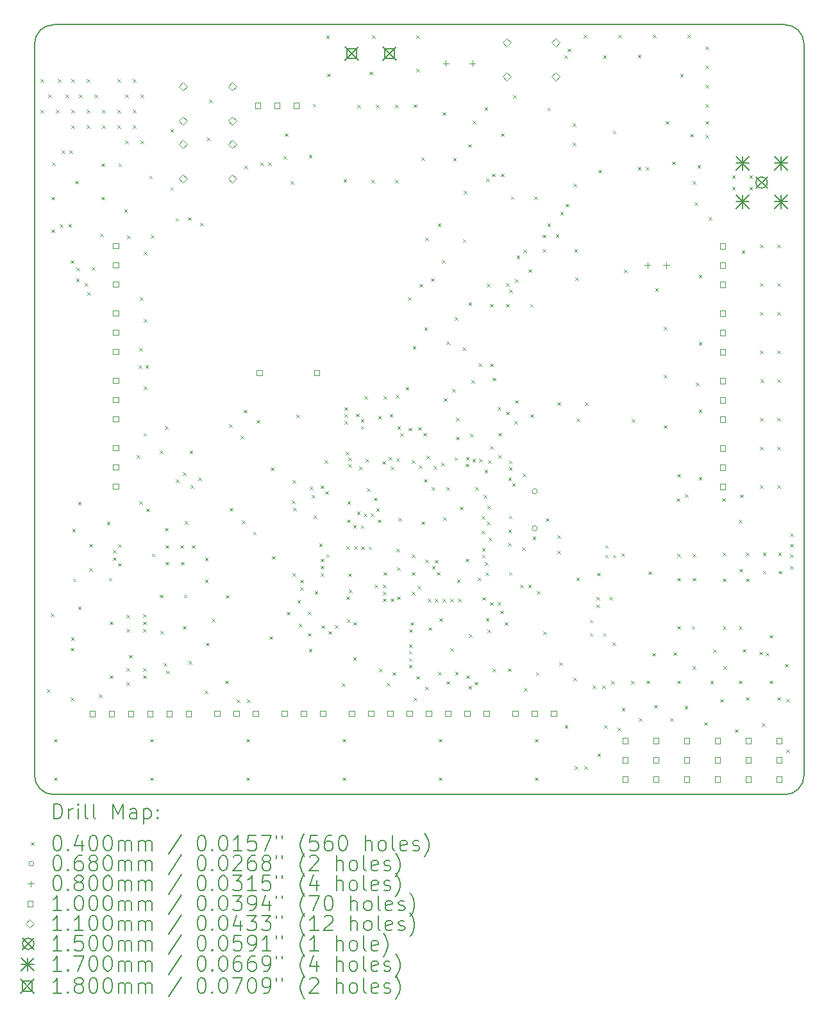
<source format=gbr>
%TF.GenerationSoftware,KiCad,Pcbnew,7.0.9*%
%TF.CreationDate,2023-11-27T13:55:03+01:00*%
%TF.ProjectId,Avionus_Flight_Controller,4176696f-6e75-4735-9f46-6c696768745f,1.0*%
%TF.SameCoordinates,Original*%
%TF.FileFunction,Drillmap*%
%TF.FilePolarity,Positive*%
%FSLAX45Y45*%
G04 Gerber Fmt 4.5, Leading zero omitted, Abs format (unit mm)*
G04 Created by KiCad (PCBNEW 7.0.9) date 2023-11-27 13:55:03*
%MOMM*%
%LPD*%
G01*
G04 APERTURE LIST*
%ADD10C,0.150000*%
%ADD11C,0.200000*%
%ADD12C,0.100000*%
%ADD13C,0.110000*%
%ADD14C,0.170000*%
%ADD15C,0.180000*%
G04 APERTURE END LIST*
D10*
X12446000Y-12700000D02*
X2794000Y-12700000D01*
X12700000Y-2794000D02*
G75*
G03*
X12446000Y-2540000I-254000J0D01*
G01*
X2794000Y-2540000D02*
X12446000Y-2540000D01*
X2794000Y-2540000D02*
G75*
G03*
X2540000Y-2794000I0J-254000D01*
G01*
X2540000Y-12446000D02*
X2540000Y-2794000D01*
X2540000Y-12446000D02*
G75*
G03*
X2794000Y-12700000I254000J0D01*
G01*
X12700000Y-2794000D02*
X12700000Y-12446000D01*
X12446000Y-12700000D02*
G75*
G03*
X12700000Y-12446000I0J254000D01*
G01*
D11*
D12*
X2621600Y-3256600D02*
X2661600Y-3296600D01*
X2661600Y-3256600D02*
X2621600Y-3296600D01*
X2621600Y-3663000D02*
X2661600Y-3703000D01*
X2661600Y-3663000D02*
X2621600Y-3703000D01*
X2702880Y-11308400D02*
X2742880Y-11348400D01*
X2742880Y-11308400D02*
X2702880Y-11348400D01*
X2723200Y-3459800D02*
X2763200Y-3499800D01*
X2763200Y-3459800D02*
X2723200Y-3499800D01*
X2753680Y-10307640D02*
X2793680Y-10347640D01*
X2793680Y-10307640D02*
X2753680Y-10347640D01*
X2763840Y-4811080D02*
X2803840Y-4851080D01*
X2803840Y-4811080D02*
X2763840Y-4851080D01*
X2763840Y-5242880D02*
X2803840Y-5282880D01*
X2803840Y-5242880D02*
X2763840Y-5282880D01*
X2768920Y-4358960D02*
X2808920Y-4398960D01*
X2808920Y-4358960D02*
X2768920Y-4398960D01*
X2794320Y-11963720D02*
X2834320Y-12003720D01*
X2834320Y-11963720D02*
X2794320Y-12003720D01*
X2794320Y-12471720D02*
X2834320Y-12511720D01*
X2834320Y-12471720D02*
X2794320Y-12511720D01*
X2824800Y-3663000D02*
X2864800Y-3703000D01*
X2864800Y-3663000D02*
X2824800Y-3703000D01*
X2850200Y-3256600D02*
X2890200Y-3296600D01*
X2890200Y-3256600D02*
X2850200Y-3296600D01*
X2875600Y-5171760D02*
X2915600Y-5211760D01*
X2915600Y-5171760D02*
X2875600Y-5211760D01*
X2901000Y-4196400D02*
X2941000Y-4236400D01*
X2941000Y-4196400D02*
X2901000Y-4236400D01*
X2951800Y-3459800D02*
X2991800Y-3499800D01*
X2991800Y-3459800D02*
X2951800Y-3499800D01*
X2987360Y-5171760D02*
X3027360Y-5211760D01*
X3027360Y-5171760D02*
X2987360Y-5211760D01*
X3002600Y-4196400D02*
X3042600Y-4236400D01*
X3042600Y-4196400D02*
X3002600Y-4236400D01*
X3017290Y-10762385D02*
X3057290Y-10802385D01*
X3057290Y-10762385D02*
X3017290Y-10802385D01*
X3017840Y-5649280D02*
X3057840Y-5689280D01*
X3057840Y-5649280D02*
X3017840Y-5689280D01*
X3017840Y-11420160D02*
X3057840Y-11460160D01*
X3057840Y-11420160D02*
X3017840Y-11460160D01*
X3020380Y-10625140D02*
X3060380Y-10665140D01*
X3060380Y-10625140D02*
X3020380Y-10665140D01*
X3028000Y-3256600D02*
X3068000Y-3296600D01*
X3068000Y-3256600D02*
X3028000Y-3296600D01*
X3028000Y-3663000D02*
X3068000Y-3703000D01*
X3068000Y-3663000D02*
X3028000Y-3703000D01*
X3028000Y-3866200D02*
X3068000Y-3906200D01*
X3068000Y-3866200D02*
X3028000Y-3906200D01*
X3037377Y-9193640D02*
X3077377Y-9233640D01*
X3077377Y-9193640D02*
X3037377Y-9233640D01*
X3047537Y-9848960D02*
X3087537Y-9888960D01*
X3087537Y-9848960D02*
X3047537Y-9888960D01*
X3078800Y-4597720D02*
X3118800Y-4637720D01*
X3118800Y-4597720D02*
X3078800Y-4637720D01*
X3088960Y-5888040D02*
X3128960Y-5928040D01*
X3128960Y-5888040D02*
X3088960Y-5928040D01*
X3093833Y-5746007D02*
X3133833Y-5786007D01*
X3133833Y-5746007D02*
X3093833Y-5786007D01*
X3114360Y-8834440D02*
X3154360Y-8874440D01*
X3154360Y-8834440D02*
X3114360Y-8874440D01*
X3114360Y-10216200D02*
X3154360Y-10256200D01*
X3154360Y-10216200D02*
X3114360Y-10256200D01*
X3129600Y-3459800D02*
X3169600Y-3499800D01*
X3169600Y-3459800D02*
X3129600Y-3499800D01*
X3203053Y-5946667D02*
X3243053Y-5986667D01*
X3243053Y-5946667D02*
X3203053Y-5986667D01*
X3231200Y-3256600D02*
X3271200Y-3296600D01*
X3271200Y-3256600D02*
X3231200Y-3296600D01*
X3231200Y-3663000D02*
X3271200Y-3703000D01*
X3271200Y-3663000D02*
X3231200Y-3703000D01*
X3231200Y-3866200D02*
X3271200Y-3906200D01*
X3271200Y-3866200D02*
X3231200Y-3906200D01*
X3236280Y-6065840D02*
X3276280Y-6105840D01*
X3276280Y-6065840D02*
X3236280Y-6105840D01*
X3260549Y-9709139D02*
X3300549Y-9749139D01*
X3300549Y-9709139D02*
X3260549Y-9749139D01*
X3260897Y-9391760D02*
X3300897Y-9431760D01*
X3300897Y-9391760D02*
X3260897Y-9431760D01*
X3297240Y-5735640D02*
X3337240Y-5775640D01*
X3337240Y-5735640D02*
X3297240Y-5775640D01*
X3332800Y-3459800D02*
X3372800Y-3499800D01*
X3372800Y-3459800D02*
X3332800Y-3499800D01*
X3388680Y-11374440D02*
X3428680Y-11414440D01*
X3428680Y-11374440D02*
X3388680Y-11414440D01*
X3403920Y-5298760D02*
X3443920Y-5338760D01*
X3443920Y-5298760D02*
X3403920Y-5338760D01*
X3424240Y-4369120D02*
X3464240Y-4409120D01*
X3464240Y-4369120D02*
X3424240Y-4409120D01*
X3424240Y-4811080D02*
X3464240Y-4851080D01*
X3464240Y-4811080D02*
X3424240Y-4851080D01*
X3434400Y-3663000D02*
X3474400Y-3703000D01*
X3474400Y-3663000D02*
X3434400Y-3703000D01*
X3434400Y-3866200D02*
X3474400Y-3906200D01*
X3474400Y-3866200D02*
X3434400Y-3906200D01*
X3494577Y-9097120D02*
X3534577Y-9137120D01*
X3534577Y-9097120D02*
X3494577Y-9137120D01*
X3519977Y-9838800D02*
X3559977Y-9878800D01*
X3559977Y-9838800D02*
X3519977Y-9878800D01*
X3536000Y-10414320D02*
X3576000Y-10454320D01*
X3576000Y-10414320D02*
X3536000Y-10454320D01*
X3536000Y-11125520D02*
X3576000Y-11165520D01*
X3576000Y-11125520D02*
X3536000Y-11165520D01*
X3578397Y-9468600D02*
X3618397Y-9508600D01*
X3618397Y-9468600D02*
X3578397Y-9508600D01*
X3578397Y-9568920D02*
X3618397Y-9608920D01*
X3618397Y-9568920D02*
X3578397Y-9608920D01*
X3637600Y-3256600D02*
X3677600Y-3296600D01*
X3677600Y-3256600D02*
X3637600Y-3296600D01*
X3637600Y-3663000D02*
X3677600Y-3703000D01*
X3677600Y-3663000D02*
X3637600Y-3703000D01*
X3637600Y-3866200D02*
X3677600Y-3906200D01*
X3677600Y-3866200D02*
X3637600Y-3906200D01*
X3644013Y-9392780D02*
X3684013Y-9432780D01*
X3684013Y-9392780D02*
X3644013Y-9432780D01*
X3644013Y-9644740D02*
X3684013Y-9684740D01*
X3684013Y-9644740D02*
X3644013Y-9684740D01*
X3647760Y-4369120D02*
X3687760Y-4409120D01*
X3687760Y-4369120D02*
X3647760Y-4409120D01*
X3723960Y-4973640D02*
X3763960Y-5013640D01*
X3763960Y-4973640D02*
X3723960Y-5013640D01*
X3739200Y-3459800D02*
X3779200Y-3499800D01*
X3779200Y-3459800D02*
X3739200Y-3499800D01*
X3739200Y-4069400D02*
X3779200Y-4109400D01*
X3779200Y-4069400D02*
X3739200Y-4109400D01*
X3751990Y-10329270D02*
X3791990Y-10369270D01*
X3791990Y-10329270D02*
X3751990Y-10369270D01*
X3751990Y-10510840D02*
X3791990Y-10550840D01*
X3791990Y-10510840D02*
X3751990Y-10550840D01*
X3751990Y-11029000D02*
X3791990Y-11069000D01*
X3791990Y-11029000D02*
X3751990Y-11069000D01*
X3751990Y-11216960D02*
X3791990Y-11256960D01*
X3791990Y-11216960D02*
X3751990Y-11256960D01*
X3764600Y-5324160D02*
X3804600Y-5364160D01*
X3804600Y-5324160D02*
X3764600Y-5364160D01*
X3790000Y-10856280D02*
X3830000Y-10896280D01*
X3830000Y-10856280D02*
X3790000Y-10896280D01*
X3840800Y-3256600D02*
X3880800Y-3296600D01*
X3880800Y-3256600D02*
X3840800Y-3296600D01*
X3840800Y-3663000D02*
X3880800Y-3703000D01*
X3880800Y-3663000D02*
X3840800Y-3703000D01*
X3840800Y-3866200D02*
X3880800Y-3906200D01*
X3880800Y-3866200D02*
X3840800Y-3906200D01*
X3889250Y-8219250D02*
X3929250Y-8259250D01*
X3929250Y-8219250D02*
X3889250Y-8259250D01*
X3911920Y-7031040D02*
X3951920Y-7071040D01*
X3951920Y-7031040D02*
X3911920Y-7071040D01*
X3922080Y-8829360D02*
X3962080Y-8869360D01*
X3962080Y-8829360D02*
X3922080Y-8869360D01*
X3925050Y-6806708D02*
X3965050Y-6846708D01*
X3965050Y-6806708D02*
X3925050Y-6846708D01*
X3932240Y-6136960D02*
X3972240Y-6176960D01*
X3972240Y-6136960D02*
X3932240Y-6176960D01*
X3942400Y-3459800D02*
X3982400Y-3499800D01*
X3982400Y-3459800D02*
X3942400Y-3499800D01*
X3942400Y-4069400D02*
X3982400Y-4109400D01*
X3982400Y-4069400D02*
X3942400Y-4109400D01*
X3972880Y-10317800D02*
X4012880Y-10357800D01*
X4012880Y-10317800D02*
X3972880Y-10357800D01*
X3972880Y-10414320D02*
X4012880Y-10454320D01*
X4012880Y-10414320D02*
X3972880Y-10454320D01*
X3972880Y-10510840D02*
X4012880Y-10550840D01*
X4012880Y-10510840D02*
X3972880Y-10550840D01*
X3972880Y-11029000D02*
X4012880Y-11069000D01*
X4012880Y-11029000D02*
X3972880Y-11069000D01*
X3972880Y-11125520D02*
X4012880Y-11165520D01*
X4012880Y-11125520D02*
X3972880Y-11165520D01*
X3977960Y-7925120D02*
X4017960Y-7965120D01*
X4017960Y-7925120D02*
X3977960Y-7965120D01*
X3982000Y-5533750D02*
X4022000Y-5573750D01*
X4022000Y-5533750D02*
X3982000Y-5573750D01*
X3982000Y-6422750D02*
X4022000Y-6462750D01*
X4022000Y-6422750D02*
X3982000Y-6462750D01*
X3982000Y-7311750D02*
X4022000Y-7351750D01*
X4022000Y-7311750D02*
X3982000Y-7351750D01*
X4003360Y-7031040D02*
X4043360Y-7071040D01*
X4043360Y-7031040D02*
X4003360Y-7071040D01*
X4018600Y-8925880D02*
X4058600Y-8965880D01*
X4058600Y-8925880D02*
X4018600Y-8965880D01*
X4054160Y-4531680D02*
X4094160Y-4571680D01*
X4094160Y-4531680D02*
X4054160Y-4571680D01*
X4064320Y-11963720D02*
X4104320Y-12003720D01*
X4104320Y-11963720D02*
X4064320Y-12003720D01*
X4064320Y-12471720D02*
X4104320Y-12511720D01*
X4104320Y-12471720D02*
X4064320Y-12511720D01*
X4074480Y-5314000D02*
X4114480Y-5354000D01*
X4114480Y-5314000D02*
X4074480Y-5354000D01*
X4087527Y-9518760D02*
X4127527Y-9558760D01*
X4127527Y-9518760D02*
X4087527Y-9558760D01*
X4191320Y-10058720D02*
X4231320Y-10098720D01*
X4231320Y-10058720D02*
X4191320Y-10098720D01*
X4196400Y-8158800D02*
X4236400Y-8198800D01*
X4236400Y-8158800D02*
X4196400Y-8198800D01*
X4201480Y-10536240D02*
X4241480Y-10576240D01*
X4241480Y-10536240D02*
X4201480Y-10576240D01*
X4247200Y-10962960D02*
X4287200Y-11002960D01*
X4287200Y-10962960D02*
X4247200Y-11002960D01*
X4262440Y-7838760D02*
X4302440Y-7878760D01*
X4302440Y-7838760D02*
X4262440Y-7878760D01*
X4262440Y-9179880D02*
X4302440Y-9219880D01*
X4302440Y-9179880D02*
X4262440Y-9219880D01*
X4267520Y-9408480D02*
X4307520Y-9448480D01*
X4307520Y-9408480D02*
X4267520Y-9448480D01*
X4267520Y-9626920D02*
X4307520Y-9666920D01*
X4307520Y-9626920D02*
X4267520Y-9666920D01*
X4277680Y-11062020D02*
X4317680Y-11102020D01*
X4317680Y-11062020D02*
X4277680Y-11102020D01*
X4333560Y-3917000D02*
X4373560Y-3957000D01*
X4373560Y-3917000D02*
X4333560Y-3957000D01*
X4333560Y-4684080D02*
X4373560Y-4724080D01*
X4373560Y-4684080D02*
X4333560Y-4724080D01*
X4400378Y-5088873D02*
X4440378Y-5128873D01*
X4440378Y-5088873D02*
X4400378Y-5128873D01*
X4404680Y-8539800D02*
X4444680Y-8579800D01*
X4444680Y-8539800D02*
X4404680Y-8579800D01*
X4465640Y-9408480D02*
X4505640Y-9448480D01*
X4505640Y-9408480D02*
X4465640Y-9448480D01*
X4475800Y-9626920D02*
X4515800Y-9666920D01*
X4515800Y-9626920D02*
X4475800Y-9666920D01*
X4496120Y-8448360D02*
X4536120Y-8488360D01*
X4536120Y-8448360D02*
X4496120Y-8488360D01*
X4501200Y-10475280D02*
X4541200Y-10515280D01*
X4541200Y-10475280D02*
X4501200Y-10515280D01*
X4511360Y-10058720D02*
X4551360Y-10098720D01*
X4551360Y-10058720D02*
X4511360Y-10098720D01*
X4521520Y-9088440D02*
X4561520Y-9128440D01*
X4561520Y-9088440D02*
X4521520Y-9128440D01*
X4567240Y-5080320D02*
X4607240Y-5120320D01*
X4607240Y-5080320D02*
X4567240Y-5120320D01*
X4572320Y-10935020D02*
X4612320Y-10975020D01*
X4612320Y-10935020D02*
X4572320Y-10975020D01*
X4587560Y-8158800D02*
X4627560Y-8198800D01*
X4627560Y-8158800D02*
X4587560Y-8198800D01*
X4602800Y-8616000D02*
X4642800Y-8656000D01*
X4642800Y-8616000D02*
X4602800Y-8656000D01*
X4618040Y-9408480D02*
X4658040Y-9448480D01*
X4658040Y-9408480D02*
X4618040Y-9448480D01*
X4699320Y-8514400D02*
X4739320Y-8554400D01*
X4739320Y-8514400D02*
X4699320Y-8554400D01*
X4725000Y-5153800D02*
X4765000Y-5193800D01*
X4765000Y-5153800D02*
X4725000Y-5193800D01*
X4785680Y-11323150D02*
X4825680Y-11363150D01*
X4825680Y-11323150D02*
X4785680Y-11363150D01*
X4790760Y-9571040D02*
X4830760Y-9611040D01*
X4830760Y-9571040D02*
X4790760Y-9611040D01*
X4790760Y-9860600D02*
X4830760Y-9900600D01*
X4830760Y-9860600D02*
X4790760Y-9900600D01*
X4800920Y-10693720D02*
X4840920Y-10733720D01*
X4840920Y-10693720D02*
X4800920Y-10733720D01*
X4811080Y-4028760D02*
X4851080Y-4068760D01*
X4851080Y-4028760D02*
X4811080Y-4068760D01*
X4846640Y-3525840D02*
X4886640Y-3565840D01*
X4886640Y-3525840D02*
X4846640Y-3565840D01*
X4877120Y-10378760D02*
X4917120Y-10418760D01*
X4917120Y-10378760D02*
X4877120Y-10418760D01*
X5054920Y-11193200D02*
X5094920Y-11233200D01*
X5094920Y-11193200D02*
X5054920Y-11233200D01*
X5065080Y-10068880D02*
X5105080Y-10108880D01*
X5105080Y-10068880D02*
X5065080Y-10108880D01*
X5110800Y-7813360D02*
X5150800Y-7853360D01*
X5150800Y-7813360D02*
X5110800Y-7853360D01*
X5115880Y-8915720D02*
X5155880Y-8955720D01*
X5155880Y-8915720D02*
X5115880Y-8955720D01*
X5212400Y-11445560D02*
X5252400Y-11485560D01*
X5252400Y-11445560D02*
X5212400Y-11485560D01*
X5258120Y-7965760D02*
X5298120Y-8005760D01*
X5298120Y-7965760D02*
X5258120Y-8005760D01*
X5278440Y-9083360D02*
X5318440Y-9123360D01*
X5318440Y-9083360D02*
X5278440Y-9123360D01*
X5303840Y-7620320D02*
X5343840Y-7660320D01*
X5343840Y-7620320D02*
X5303840Y-7660320D01*
X5308920Y-4399600D02*
X5348920Y-4439600D01*
X5348920Y-4399600D02*
X5308920Y-4439600D01*
X5334320Y-11963720D02*
X5374320Y-12003720D01*
X5374320Y-11963720D02*
X5334320Y-12003720D01*
X5334320Y-12471720D02*
X5374320Y-12511720D01*
X5374320Y-12471720D02*
X5334320Y-12511720D01*
X5345960Y-11447040D02*
X5385960Y-11487040D01*
X5385960Y-11447040D02*
X5345960Y-11487040D01*
X5425760Y-9230680D02*
X5465760Y-9270680D01*
X5465760Y-9230680D02*
X5425760Y-9270680D01*
X5471480Y-7757480D02*
X5511480Y-7797480D01*
X5511480Y-7757480D02*
X5471480Y-7797480D01*
X5522280Y-4358960D02*
X5562280Y-4398960D01*
X5562280Y-4358960D02*
X5522280Y-4398960D01*
X5623880Y-4358960D02*
X5663880Y-4398960D01*
X5663880Y-4358960D02*
X5623880Y-4398960D01*
X5639120Y-10609900D02*
X5679120Y-10649900D01*
X5679120Y-10609900D02*
X5639120Y-10649900D01*
X5659440Y-8382320D02*
X5699440Y-8422320D01*
X5699440Y-8382320D02*
X5659440Y-8422320D01*
X5674680Y-9550720D02*
X5714680Y-9590720D01*
X5714680Y-9550720D02*
X5674680Y-9590720D01*
X5827080Y-4272600D02*
X5867080Y-4312600D01*
X5867080Y-4272600D02*
X5827080Y-4312600D01*
X5847400Y-3973350D02*
X5887400Y-4013350D01*
X5887400Y-3973350D02*
X5847400Y-4013350D01*
X5872800Y-10287320D02*
X5912800Y-10327320D01*
X5912800Y-10287320D02*
X5872800Y-10327320D01*
X5923600Y-4602800D02*
X5963600Y-4642800D01*
X5963600Y-4602800D02*
X5923600Y-4642800D01*
X5938840Y-8819065D02*
X5978840Y-8859065D01*
X5978840Y-8819065D02*
X5938840Y-8859065D01*
X5943920Y-8549960D02*
X5983920Y-8589960D01*
X5983920Y-8549960D02*
X5943920Y-8589960D01*
X5949000Y-9774240D02*
X5989000Y-9814240D01*
X5989000Y-9774240D02*
X5949000Y-9814240D01*
X5954080Y-8910640D02*
X5994080Y-8950640D01*
X5994080Y-8910640D02*
X5954080Y-8950640D01*
X5994720Y-7686360D02*
X6034720Y-7726360D01*
X6034720Y-7686360D02*
X5994720Y-7726360D01*
X6009960Y-10129840D02*
X6049960Y-10169840D01*
X6049960Y-10129840D02*
X6009960Y-10169840D01*
X6030280Y-10444800D02*
X6070280Y-10484800D01*
X6070280Y-10444800D02*
X6030280Y-10484800D01*
X6050600Y-9865680D02*
X6090600Y-9905680D01*
X6090600Y-9865680D02*
X6050600Y-9905680D01*
X6050600Y-9962200D02*
X6090600Y-10002200D01*
X6090600Y-9962200D02*
X6050600Y-10002200D01*
X6152200Y-10282240D02*
X6192200Y-10322240D01*
X6192200Y-10282240D02*
X6152200Y-10322240D01*
X6152200Y-10566720D02*
X6192200Y-10606720D01*
X6192200Y-10566720D02*
X6152200Y-10606720D01*
X6162360Y-4257360D02*
X6202360Y-4297360D01*
X6202360Y-4257360D02*
X6162360Y-4297360D01*
X6162360Y-10775000D02*
X6202360Y-10815000D01*
X6202360Y-10775000D02*
X6162360Y-10815000D01*
X6177600Y-8631240D02*
X6217600Y-8671240D01*
X6217600Y-8631240D02*
X6177600Y-8671240D01*
X6200253Y-8745747D02*
X6240253Y-8785747D01*
X6240253Y-8745747D02*
X6200253Y-8785747D01*
X6213160Y-3581720D02*
X6253160Y-3621720D01*
X6253160Y-3581720D02*
X6213160Y-3621720D01*
X6225656Y-9012730D02*
X6265656Y-9052730D01*
X6265656Y-9012730D02*
X6225656Y-9052730D01*
X6238560Y-10013000D02*
X6278560Y-10053000D01*
X6278560Y-10013000D02*
X6238560Y-10053000D01*
X6296650Y-9384170D02*
X6336650Y-9424170D01*
X6336650Y-9384170D02*
X6296650Y-9424170D01*
X6319633Y-9677927D02*
X6359633Y-9717927D01*
X6359633Y-9677927D02*
X6319633Y-9717927D01*
X6319840Y-8621080D02*
X6359840Y-8661080D01*
X6359840Y-8621080D02*
X6319840Y-8661080D01*
X6319840Y-9586280D02*
X6359840Y-9626280D01*
X6359840Y-9586280D02*
X6319840Y-9626280D01*
X6319840Y-9774240D02*
X6359840Y-9814240D01*
X6359840Y-9774240D02*
X6319840Y-9814240D01*
X6330000Y-10465120D02*
X6370000Y-10505120D01*
X6370000Y-10465120D02*
X6330000Y-10505120D01*
X6370640Y-8283550D02*
X6410640Y-8323550D01*
X6410640Y-8283550D02*
X6370640Y-8323550D01*
X6380800Y-8697280D02*
X6420800Y-8737280D01*
X6420800Y-8697280D02*
X6380800Y-8737280D01*
X6390960Y-2682560D02*
X6430960Y-2722560D01*
X6430960Y-2682560D02*
X6390960Y-2722560D01*
X6390960Y-9525320D02*
X6430960Y-9565320D01*
X6430960Y-9525320D02*
X6390960Y-9565320D01*
X6401120Y-3185480D02*
X6441120Y-3225480D01*
X6441120Y-3185480D02*
X6401120Y-3225480D01*
X6421440Y-10541320D02*
X6461440Y-10581320D01*
X6461440Y-10541320D02*
X6421440Y-10581320D01*
X6507800Y-10460040D02*
X6547800Y-10500040D01*
X6547800Y-10460040D02*
X6507800Y-10500040D01*
X6596700Y-11232200D02*
X6636700Y-11272200D01*
X6636700Y-11232200D02*
X6596700Y-11272200D01*
X6604320Y-11963720D02*
X6644320Y-12003720D01*
X6644320Y-11963720D02*
X6604320Y-12003720D01*
X6604320Y-12471720D02*
X6644320Y-12511720D01*
X6644320Y-12471720D02*
X6604320Y-12511720D01*
X6619560Y-4577400D02*
X6659560Y-4617400D01*
X6659560Y-4577400D02*
X6619560Y-4617400D01*
X6634800Y-7587739D02*
X6674800Y-7627739D01*
X6674800Y-7587739D02*
X6634800Y-7627739D01*
X6634800Y-7677690D02*
X6674800Y-7717690D01*
X6674800Y-7677690D02*
X6634800Y-7717690D01*
X6634800Y-7767640D02*
X6674800Y-7807640D01*
X6674800Y-7767640D02*
X6634800Y-7807640D01*
X6650040Y-8174040D02*
X6690040Y-8214040D01*
X6690040Y-8174040D02*
X6650040Y-8214040D01*
X6657450Y-9422630D02*
X6697450Y-9462630D01*
X6697450Y-9422630D02*
X6657450Y-9462630D01*
X6660200Y-10084120D02*
X6700200Y-10124120D01*
X6700200Y-10084120D02*
X6660200Y-10124120D01*
X6664729Y-9068671D02*
X6704729Y-9108671D01*
X6704729Y-9068671D02*
X6664729Y-9108671D01*
X6665280Y-10383840D02*
X6705280Y-10423840D01*
X6705280Y-10383840D02*
X6665280Y-10423840D01*
X6669809Y-8826650D02*
X6709809Y-8866650D01*
X6709809Y-8826650D02*
X6669809Y-8866650D01*
X6685600Y-8250240D02*
X6725600Y-8290240D01*
X6725600Y-8250240D02*
X6685600Y-8290240D01*
X6685600Y-8336600D02*
X6725600Y-8376600D01*
X6725600Y-8336600D02*
X6685600Y-8376600D01*
X6685600Y-9779320D02*
X6725600Y-9819320D01*
X6725600Y-9779320D02*
X6685600Y-9819320D01*
X6690680Y-9997760D02*
X6730680Y-10037760D01*
X6730680Y-9997760D02*
X6690680Y-10037760D01*
X6746560Y-9139240D02*
X6786560Y-9179240D01*
X6786560Y-9139240D02*
X6746560Y-9179240D01*
X6746560Y-10886760D02*
X6786560Y-10926760D01*
X6786560Y-10886760D02*
X6746560Y-10926760D01*
X6751640Y-10424480D02*
X6791640Y-10464480D01*
X6791640Y-10424480D02*
X6751640Y-10464480D01*
X6761593Y-9423513D02*
X6801593Y-9463513D01*
X6801593Y-9423513D02*
X6761593Y-9463513D01*
X6782120Y-7671120D02*
X6822120Y-7711120D01*
X6822120Y-7671120D02*
X6782120Y-7711120D01*
X6797360Y-8960350D02*
X6837360Y-9000350D01*
X6837360Y-8960350D02*
X6797360Y-9000350D01*
X6802440Y-3596960D02*
X6842440Y-3636960D01*
X6842440Y-3596960D02*
X6802440Y-3636960D01*
X6827840Y-8372160D02*
X6867840Y-8412160D01*
X6867840Y-8372160D02*
X6827840Y-8412160D01*
X6848113Y-7742834D02*
X6888113Y-7782834D01*
X6888113Y-7742834D02*
X6848113Y-7782834D01*
X6848160Y-9144320D02*
X6888160Y-9184320D01*
X6888160Y-9144320D02*
X6848160Y-9184320D01*
X6849050Y-7832780D02*
X6889050Y-7872780D01*
X6889050Y-7832780D02*
X6849050Y-7872780D01*
X6853240Y-9423720D02*
X6893240Y-9463720D01*
X6893240Y-9423720D02*
X6853240Y-9463720D01*
X6883776Y-8986789D02*
X6923776Y-9026789D01*
X6923776Y-8986789D02*
X6883776Y-9026789D01*
X6896991Y-7439409D02*
X6936991Y-7479409D01*
X6936991Y-7439409D02*
X6896991Y-7479409D01*
X6914200Y-8270560D02*
X6954200Y-8310560D01*
X6954200Y-8270560D02*
X6914200Y-8310560D01*
X6930398Y-8657850D02*
X6970398Y-8697850D01*
X6970398Y-8657850D02*
X6930398Y-8697850D01*
X6949760Y-9423720D02*
X6989760Y-9463720D01*
X6989760Y-9423720D02*
X6949760Y-9463720D01*
X6965000Y-3160080D02*
X7005000Y-3200080D01*
X7005000Y-3160080D02*
X6965000Y-3200080D01*
X6979600Y-8986200D02*
X7019600Y-9026200D01*
X7019600Y-8986200D02*
X6979600Y-9026200D01*
X6990400Y-4587560D02*
X7030400Y-4627560D01*
X7030400Y-4587560D02*
X6990400Y-4627560D01*
X6995480Y-2682560D02*
X7035480Y-2722560D01*
X7035480Y-2682560D02*
X6995480Y-2722560D01*
X7019450Y-8781784D02*
X7059450Y-8821784D01*
X7059450Y-8781784D02*
X7019450Y-8821784D01*
X7031040Y-9929482D02*
X7071040Y-9969482D01*
X7071040Y-9929482D02*
X7031040Y-9969482D01*
X7046280Y-3596960D02*
X7086280Y-3636960D01*
X7086280Y-3596960D02*
X7046280Y-3636960D01*
X7051760Y-8921200D02*
X7091760Y-8961200D01*
X7091760Y-8921200D02*
X7051760Y-8961200D01*
X7071680Y-9068120D02*
X7111680Y-9108120D01*
X7111680Y-9068120D02*
X7071680Y-9108120D01*
X7076760Y-7701600D02*
X7116760Y-7741600D01*
X7116760Y-7701600D02*
X7076760Y-7741600D01*
X7092000Y-11039160D02*
X7132000Y-11079160D01*
X7132000Y-11039160D02*
X7092000Y-11079160D01*
X7130100Y-8298500D02*
X7170100Y-8338500D01*
X7170100Y-8298500D02*
X7130100Y-8338500D01*
X7137670Y-10020438D02*
X7177670Y-10060438D01*
X7177670Y-10020438D02*
X7137670Y-10060438D01*
X7137721Y-9930488D02*
X7177721Y-9970488D01*
X7177721Y-9930488D02*
X7137721Y-9970488D01*
X7139309Y-10110373D02*
X7179309Y-10150373D01*
X7179309Y-10110373D02*
X7139309Y-10150373D01*
X7147880Y-9764080D02*
X7187880Y-9804080D01*
X7187880Y-9764080D02*
X7147880Y-9804080D01*
X7150991Y-7439409D02*
X7190991Y-7479409D01*
X7190991Y-7439409D02*
X7150991Y-7479409D01*
X7188520Y-11221950D02*
X7228520Y-11261950D01*
X7228520Y-11221950D02*
X7188520Y-11261950D01*
X7219000Y-8245160D02*
X7259000Y-8285160D01*
X7259000Y-8245160D02*
X7219000Y-8285160D01*
X7229160Y-7676200D02*
X7269160Y-7716200D01*
X7269160Y-7676200D02*
X7229160Y-7716200D01*
X7239320Y-10109520D02*
X7279320Y-10149520D01*
X7279320Y-10109520D02*
X7239320Y-10149520D01*
X7244400Y-8372160D02*
X7284400Y-8412160D01*
X7284400Y-8372160D02*
X7244400Y-8412160D01*
X7264720Y-11084880D02*
X7304720Y-11124880D01*
X7304720Y-11084880D02*
X7264720Y-11124880D01*
X7300280Y-3596960D02*
X7340280Y-3636960D01*
X7340280Y-3596960D02*
X7300280Y-3636960D01*
X7300280Y-4587560D02*
X7340280Y-4627560D01*
X7340280Y-4587560D02*
X7300280Y-4627560D01*
X7308748Y-7423892D02*
X7348748Y-7463892D01*
X7348748Y-7423892D02*
X7308748Y-7463892D01*
X7320600Y-8260400D02*
X7360600Y-8300400D01*
X7360600Y-8260400D02*
X7320600Y-8300400D01*
X7320600Y-9454200D02*
X7360600Y-9494200D01*
X7360600Y-9454200D02*
X7320600Y-9494200D01*
X7325680Y-9698040D02*
X7365680Y-9738040D01*
X7365680Y-9698040D02*
X7325680Y-9738040D01*
X7325680Y-10084120D02*
X7365680Y-10124120D01*
X7365680Y-10084120D02*
X7325680Y-10124120D01*
X7331503Y-7839503D02*
X7371503Y-7879503D01*
X7371503Y-7839503D02*
X7331503Y-7879503D01*
X7340920Y-9047800D02*
X7380920Y-9087800D01*
X7380920Y-9047800D02*
X7340920Y-9087800D01*
X7366320Y-7930200D02*
X7406320Y-7970200D01*
X7406320Y-7930200D02*
X7366320Y-7970200D01*
X7441430Y-7320266D02*
X7481430Y-7360266D01*
X7481430Y-7320266D02*
X7441430Y-7360266D01*
X7469200Y-6134728D02*
X7509200Y-6174728D01*
X7509200Y-6134728D02*
X7469200Y-6174728D01*
X7478529Y-7858631D02*
X7518529Y-7898631D01*
X7518529Y-7858631D02*
X7478529Y-7898631D01*
X7483160Y-10714040D02*
X7523160Y-10754040D01*
X7523160Y-10714040D02*
X7483160Y-10754040D01*
X7483160Y-10805480D02*
X7523160Y-10845480D01*
X7523160Y-10805480D02*
X7483160Y-10845480D01*
X7483160Y-10896920D02*
X7523160Y-10936920D01*
X7523160Y-10896920D02*
X7483160Y-10936920D01*
X7483160Y-10988360D02*
X7523160Y-11028360D01*
X7523160Y-10988360D02*
X7483160Y-11028360D01*
X7488240Y-10515920D02*
X7528240Y-10555920D01*
X7528240Y-10515920D02*
X7488240Y-10555920D01*
X7505050Y-10424480D02*
X7545050Y-10464480D01*
X7545050Y-10424480D02*
X7505050Y-10464480D01*
X7518720Y-9530400D02*
X7558720Y-9570400D01*
X7558720Y-9530400D02*
X7518720Y-9570400D01*
X7520502Y-10019170D02*
X7560502Y-10059170D01*
X7560502Y-10019170D02*
X7520502Y-10059170D01*
X7523800Y-8285800D02*
X7563800Y-8325800D01*
X7563800Y-8285800D02*
X7523800Y-8325800D01*
X7523800Y-9764080D02*
X7563800Y-9804080D01*
X7563800Y-9764080D02*
X7523800Y-9804080D01*
X7534150Y-6777040D02*
X7574150Y-6817040D01*
X7574150Y-6777040D02*
X7534150Y-6817040D01*
X7544120Y-11420160D02*
X7584120Y-11460160D01*
X7584120Y-11420160D02*
X7544120Y-11460160D01*
X7549200Y-3591880D02*
X7589200Y-3631880D01*
X7589200Y-3591880D02*
X7549200Y-3631880D01*
X7579680Y-2682560D02*
X7619680Y-2722560D01*
X7619680Y-2682560D02*
X7579680Y-2722560D01*
X7579680Y-3119440D02*
X7619680Y-3159440D01*
X7619680Y-3119440D02*
X7579680Y-3159440D01*
X7579680Y-11135680D02*
X7619680Y-11175680D01*
X7619680Y-11135680D02*
X7579680Y-11175680D01*
X7596705Y-9942970D02*
X7636705Y-9982970D01*
X7636705Y-9942970D02*
X7596705Y-9982970D01*
X7608479Y-7848920D02*
X7648479Y-7888920D01*
X7648479Y-7848920D02*
X7608479Y-7888920D01*
X7614461Y-8354202D02*
X7654461Y-8394202D01*
X7654461Y-8354202D02*
X7614461Y-8394202D01*
X7625400Y-5961700D02*
X7665400Y-6001700D01*
X7665400Y-5961700D02*
X7625400Y-6001700D01*
X7645720Y-4287840D02*
X7685720Y-4327840D01*
X7685720Y-4287840D02*
X7645720Y-4327840D01*
X7650800Y-9093520D02*
X7690800Y-9133520D01*
X7690800Y-9093520D02*
X7650800Y-9133520D01*
X7675000Y-7925120D02*
X7715000Y-7965120D01*
X7715000Y-7925120D02*
X7675000Y-7965120D01*
X7679112Y-8535173D02*
X7719112Y-8575173D01*
X7719112Y-8535173D02*
X7679112Y-8575173D01*
X7686360Y-6533200D02*
X7726360Y-6573200D01*
X7726360Y-6533200D02*
X7686360Y-6573200D01*
X7696520Y-11272840D02*
X7736520Y-11312840D01*
X7736520Y-11272840D02*
X7696520Y-11312840D01*
X7701600Y-5347020D02*
X7741600Y-5387020D01*
X7741600Y-5347020D02*
X7701600Y-5387020D01*
X7701600Y-9596440D02*
X7741600Y-9636440D01*
X7741600Y-9596440D02*
X7701600Y-9636440D01*
X7717152Y-8225440D02*
X7757152Y-8265440D01*
X7757152Y-8225440D02*
X7717152Y-8265440D01*
X7732080Y-10114600D02*
X7772080Y-10154600D01*
X7772080Y-10114600D02*
X7732080Y-10154600D01*
X7742240Y-10490520D02*
X7782240Y-10530520D01*
X7782240Y-10490520D02*
X7742240Y-10530520D01*
X7775948Y-5885704D02*
X7815948Y-5925704D01*
X7815948Y-5885704D02*
X7775948Y-5925704D01*
X7783980Y-8641180D02*
X7823980Y-8681180D01*
X7823980Y-8641180D02*
X7783980Y-8681180D01*
X7787960Y-9682800D02*
X7827960Y-9722800D01*
X7827960Y-9682800D02*
X7787960Y-9722800D01*
X7808280Y-8362000D02*
X7848280Y-8402000D01*
X7848280Y-8362000D02*
X7808280Y-8402000D01*
X7823520Y-9601520D02*
X7863520Y-9641520D01*
X7863520Y-9601520D02*
X7823520Y-9641520D01*
X7823520Y-10114600D02*
X7863520Y-10154600D01*
X7863520Y-10114600D02*
X7823520Y-10154600D01*
X7848920Y-9764080D02*
X7888920Y-9804080D01*
X7888920Y-9764080D02*
X7848920Y-9804080D01*
X7864160Y-5159060D02*
X7904160Y-5199060D01*
X7904160Y-5159060D02*
X7864160Y-5199060D01*
X7869240Y-11079800D02*
X7909240Y-11119800D01*
X7909240Y-11079800D02*
X7869240Y-11119800D01*
X7874320Y-11963720D02*
X7914320Y-12003720D01*
X7914320Y-11963720D02*
X7874320Y-12003720D01*
X7874320Y-12471720D02*
X7914320Y-12511720D01*
X7914320Y-12471720D02*
X7874320Y-12511720D01*
X7884480Y-10373680D02*
X7924480Y-10413680D01*
X7924480Y-10373680D02*
X7884480Y-10413680D01*
X7911185Y-8322665D02*
X7951185Y-8362665D01*
X7951185Y-8322665D02*
X7911185Y-8362665D01*
X7917500Y-5644200D02*
X7957500Y-5684200D01*
X7957500Y-5644200D02*
X7917500Y-5684200D01*
X7925120Y-10114600D02*
X7965120Y-10154600D01*
X7965120Y-10114600D02*
X7925120Y-10154600D01*
X7930200Y-3693480D02*
X7970200Y-3733480D01*
X7970200Y-3693480D02*
X7930200Y-3733480D01*
X7935280Y-9037640D02*
X7975280Y-9077640D01*
X7975280Y-9037640D02*
X7935280Y-9077640D01*
X7945440Y-7467920D02*
X7985440Y-7507920D01*
X7985440Y-7467920D02*
X7945440Y-7507920D01*
X7975920Y-8641400D02*
X8015920Y-8681400D01*
X8015920Y-8641400D02*
X7975920Y-8681400D01*
X7976050Y-6721160D02*
X8016050Y-6761160D01*
X8016050Y-6721160D02*
X7976050Y-6761160D01*
X7981024Y-11201720D02*
X8021024Y-11241720D01*
X8021024Y-11201720D02*
X7981024Y-11241720D01*
X8026720Y-10116050D02*
X8066720Y-10156050D01*
X8066720Y-10116050D02*
X8026720Y-10156050D01*
X8026720Y-10764840D02*
X8066720Y-10804840D01*
X8066720Y-10764840D02*
X8026720Y-10804840D01*
X8057200Y-7346000D02*
X8097200Y-7386000D01*
X8097200Y-7346000D02*
X8057200Y-7386000D01*
X8067360Y-4298000D02*
X8107360Y-4338000D01*
X8107360Y-4298000D02*
X8067360Y-4338000D01*
X8085280Y-8248003D02*
X8125280Y-8288003D01*
X8125280Y-8248003D02*
X8085280Y-8288003D01*
X8087680Y-6396040D02*
X8127680Y-6436040D01*
X8127680Y-6396040D02*
X8087680Y-6436040D01*
X8092760Y-11079800D02*
X8132760Y-11119800D01*
X8132760Y-11079800D02*
X8092760Y-11119800D01*
X8102920Y-7975920D02*
X8142920Y-8015920D01*
X8142920Y-7975920D02*
X8102920Y-8015920D01*
X8104970Y-7727000D02*
X8144970Y-7767000D01*
X8144970Y-7727000D02*
X8104970Y-7767000D01*
X8118160Y-9860600D02*
X8158160Y-9900600D01*
X8158160Y-9860600D02*
X8118160Y-9900600D01*
X8128988Y-10116050D02*
X8168988Y-10156050D01*
X8168988Y-10116050D02*
X8128988Y-10156050D01*
X8158104Y-8899068D02*
X8198104Y-8939068D01*
X8198104Y-8899068D02*
X8158104Y-8939068D01*
X8187082Y-6794478D02*
X8227082Y-6834478D01*
X8227082Y-6794478D02*
X8187082Y-6834478D01*
X8194360Y-5369880D02*
X8234360Y-5409880D01*
X8234360Y-5369880D02*
X8194360Y-5409880D01*
X8209600Y-4729800D02*
X8249600Y-4769800D01*
X8249600Y-4729800D02*
X8209600Y-4769800D01*
X8231009Y-8331520D02*
X8271009Y-8371520D01*
X8271009Y-8331520D02*
X8231009Y-8371520D01*
X8235000Y-9585350D02*
X8275000Y-9625350D01*
X8275000Y-9585350D02*
X8235000Y-9625350D01*
X8236271Y-8240645D02*
X8276271Y-8280645D01*
X8276271Y-8240645D02*
X8236271Y-8280645D01*
X8240080Y-11125520D02*
X8280080Y-11165520D01*
X8280080Y-11125520D02*
X8240080Y-11165520D01*
X8265480Y-4115120D02*
X8305480Y-4155120D01*
X8305480Y-4115120D02*
X8265480Y-4155120D01*
X8270560Y-6203000D02*
X8310560Y-6243000D01*
X8310560Y-6203000D02*
X8270560Y-6243000D01*
X8270560Y-11263770D02*
X8310560Y-11303770D01*
X8310560Y-11263770D02*
X8270560Y-11303770D01*
X8275433Y-10581753D02*
X8315433Y-10621753D01*
X8315433Y-10581753D02*
X8275433Y-10621753D01*
X8289950Y-7940360D02*
X8329950Y-7980360D01*
X8329950Y-7940360D02*
X8289950Y-7980360D01*
X8311223Y-7227067D02*
X8351223Y-7267067D01*
X8351223Y-7227067D02*
X8311223Y-7267067D01*
X8320958Y-8270962D02*
X8360958Y-8310962D01*
X8360958Y-8270962D02*
X8320958Y-8310962D01*
X8326440Y-3805240D02*
X8366440Y-3845240D01*
X8366440Y-3805240D02*
X8326440Y-3845240D01*
X8351840Y-11211880D02*
X8391840Y-11251880D01*
X8391840Y-11211880D02*
X8351840Y-11251880D01*
X8362000Y-8641400D02*
X8402000Y-8681400D01*
X8402000Y-8641400D02*
X8362000Y-8681400D01*
X8391101Y-9834110D02*
X8431101Y-9874110D01*
X8431101Y-9834110D02*
X8391101Y-9874110D01*
X8402640Y-7005640D02*
X8442640Y-7045640D01*
X8442640Y-7005640D02*
X8402640Y-7045640D01*
X8412800Y-8270950D02*
X8452800Y-8310950D01*
X8452800Y-8270950D02*
X8412800Y-8310950D01*
X8441450Y-9022400D02*
X8481450Y-9062400D01*
X8481450Y-9022400D02*
X8441450Y-9062400D01*
X8442269Y-9219352D02*
X8482269Y-9259352D01*
X8482269Y-9219352D02*
X8442269Y-9259352D01*
X8448360Y-9444040D02*
X8488360Y-9484040D01*
X8488360Y-9444040D02*
X8448360Y-9484040D01*
X8448360Y-9535480D02*
X8488360Y-9575480D01*
X8488360Y-9535480D02*
X8448360Y-9575480D01*
X8453440Y-10094280D02*
X8493440Y-10134280D01*
X8493440Y-10094280D02*
X8453440Y-10134280D01*
X8468680Y-8743000D02*
X8508680Y-8783000D01*
X8508680Y-8743000D02*
X8468680Y-8783000D01*
X8481050Y-8412800D02*
X8521050Y-8452800D01*
X8521050Y-8412800D02*
X8481050Y-8452800D01*
X8481200Y-3629600D02*
X8521200Y-3669600D01*
X8521200Y-3629600D02*
X8481200Y-3669600D01*
X8483920Y-9633090D02*
X8523920Y-9673090D01*
X8523920Y-9633090D02*
X8483920Y-9673090D01*
X8494080Y-9765170D02*
X8534080Y-9805170D01*
X8534080Y-9765170D02*
X8494080Y-9805170D01*
X8499160Y-10368600D02*
X8539160Y-10408600D01*
X8539160Y-10368600D02*
X8499160Y-10408600D01*
X8504033Y-4567447D02*
X8544033Y-4607447D01*
X8544033Y-4567447D02*
X8504033Y-4607447D01*
X8509320Y-5959160D02*
X8549320Y-5999160D01*
X8549320Y-5959160D02*
X8509320Y-5999160D01*
X8514400Y-9098600D02*
X8554400Y-9138600D01*
X8554400Y-9098600D02*
X8514400Y-9138600D01*
X8521310Y-8888490D02*
X8561310Y-8928490D01*
X8561310Y-8888490D02*
X8521310Y-8928490D01*
X8522227Y-10518667D02*
X8562227Y-10558667D01*
X8562227Y-10518667D02*
X8522227Y-10558667D01*
X8529640Y-8285800D02*
X8569640Y-8325800D01*
X8569640Y-8285800D02*
X8529640Y-8325800D01*
X8534720Y-9312373D02*
X8574720Y-9352373D01*
X8574720Y-9312373D02*
X8534720Y-9352373D01*
X8555040Y-6223320D02*
X8595040Y-6263320D01*
X8595040Y-6223320D02*
X8555040Y-6263320D01*
X8555040Y-7010720D02*
X8595040Y-7050720D01*
X8595040Y-7010720D02*
X8555040Y-7050720D01*
X8555040Y-8097840D02*
X8595040Y-8137840D01*
X8595040Y-8097840D02*
X8555040Y-8137840D01*
X8555040Y-10160320D02*
X8595040Y-10200320D01*
X8595040Y-10160320D02*
X8555040Y-10200320D01*
X8580440Y-4506280D02*
X8620440Y-4546280D01*
X8620440Y-4506280D02*
X8580440Y-4546280D01*
X8590600Y-7198680D02*
X8630600Y-7238680D01*
X8630600Y-7198680D02*
X8590600Y-7238680D01*
X8590600Y-11039160D02*
X8630600Y-11079160D01*
X8630600Y-11039160D02*
X8590600Y-11079160D01*
X8654283Y-7582350D02*
X8694283Y-7622350D01*
X8694283Y-7582350D02*
X8654283Y-7622350D01*
X8656640Y-10159230D02*
X8696640Y-10199230D01*
X8696640Y-10159230D02*
X8656640Y-10199230D01*
X8666800Y-7925120D02*
X8706800Y-7965120D01*
X8706800Y-7925120D02*
X8666800Y-7965120D01*
X8666800Y-8219760D02*
X8706800Y-8259760D01*
X8706800Y-8219760D02*
X8666800Y-8259760D01*
X8687120Y-10272080D02*
X8727120Y-10312080D01*
X8727120Y-10272080D02*
X8687120Y-10312080D01*
X8697315Y-4506315D02*
X8737315Y-4546315D01*
X8737315Y-4506315D02*
X8697315Y-4546315D01*
X8699820Y-3972880D02*
X8739820Y-4012880D01*
X8739820Y-3972880D02*
X8699820Y-4012880D01*
X8748080Y-10424480D02*
X8788080Y-10464480D01*
X8788080Y-10424480D02*
X8748080Y-10464480D01*
X8763320Y-5947960D02*
X8803320Y-5987960D01*
X8803320Y-5947960D02*
X8763320Y-5987960D01*
X8763320Y-7645720D02*
X8803320Y-7685720D01*
X8803320Y-7645720D02*
X8763320Y-7685720D01*
X8768400Y-6223320D02*
X8808400Y-6263320D01*
X8808400Y-6223320D02*
X8768400Y-6263320D01*
X8788720Y-11034080D02*
X8828720Y-11074080D01*
X8828720Y-11034080D02*
X8788720Y-11074080D01*
X8790403Y-9378000D02*
X8830403Y-9418000D01*
X8830403Y-9378000D02*
X8790403Y-9418000D01*
X8794372Y-8514478D02*
X8834372Y-8554478D01*
X8834372Y-8514478D02*
X8794372Y-8554478D01*
X8794950Y-9200200D02*
X8834950Y-9240200D01*
X8834950Y-9200200D02*
X8794950Y-9240200D01*
X8803960Y-8289578D02*
X8843960Y-8329578D01*
X8843960Y-8289578D02*
X8803960Y-8329578D01*
X8803960Y-8379528D02*
X8843960Y-8419528D01*
X8843960Y-8379528D02*
X8803960Y-8419528D01*
X8803960Y-9017320D02*
X8843960Y-9057320D01*
X8843960Y-9017320D02*
X8803960Y-9057320D01*
X8803960Y-9764080D02*
X8843960Y-9804080D01*
X8843960Y-9764080D02*
X8803960Y-9804080D01*
X8809040Y-6035360D02*
X8849040Y-6075360D01*
X8849040Y-6035360D02*
X8809040Y-6075360D01*
X8829360Y-4800920D02*
X8869360Y-4840920D01*
X8869360Y-4800920D02*
X8829360Y-4840920D01*
X8846666Y-8593731D02*
X8886666Y-8633731D01*
X8886666Y-8593731D02*
X8846666Y-8633731D01*
X8859840Y-3469960D02*
X8899840Y-3509960D01*
X8899840Y-3469960D02*
X8859840Y-3509960D01*
X8875080Y-7767640D02*
X8915080Y-7807640D01*
X8915080Y-7767640D02*
X8875080Y-7807640D01*
X8885240Y-5898200D02*
X8925240Y-5938200D01*
X8925240Y-5898200D02*
X8885240Y-5938200D01*
X8885240Y-7493320D02*
X8925240Y-7533320D01*
X8925240Y-7493320D02*
X8885240Y-7533320D01*
X8905353Y-5583033D02*
X8945353Y-5623033D01*
X8945353Y-5583033D02*
X8905353Y-5623033D01*
X8951280Y-9926640D02*
X8991280Y-9966640D01*
X8991280Y-9926640D02*
X8951280Y-9966640D01*
X8976680Y-9438960D02*
X9016680Y-9478960D01*
X9016680Y-9438960D02*
X8976680Y-9478960D01*
X8987050Y-8463600D02*
X9027050Y-8503600D01*
X9027050Y-8463600D02*
X8987050Y-8503600D01*
X8991920Y-5507040D02*
X9031920Y-5547040D01*
X9031920Y-5507040D02*
X8991920Y-5547040D01*
X9002080Y-11293160D02*
X9042080Y-11333160D01*
X9042080Y-11293160D02*
X9002080Y-11333160D01*
X9057960Y-9926640D02*
X9097960Y-9966640D01*
X9097960Y-9926640D02*
X9057960Y-9966640D01*
X9063040Y-5766120D02*
X9103040Y-5806120D01*
X9103040Y-5766120D02*
X9063040Y-5806120D01*
X9083360Y-6223320D02*
X9123360Y-6263320D01*
X9123360Y-6223320D02*
X9083360Y-6263320D01*
X9088440Y-7681280D02*
X9128440Y-7721280D01*
X9128440Y-7681280D02*
X9088440Y-7721280D01*
X9115954Y-9291640D02*
X9155954Y-9331640D01*
X9155954Y-9291640D02*
X9115954Y-9331640D01*
X9135300Y-4809124D02*
X9175300Y-4849124D01*
X9175300Y-4809124D02*
X9135300Y-4849124D01*
X9144320Y-11963720D02*
X9184320Y-12003720D01*
X9184320Y-11963720D02*
X9144320Y-12003720D01*
X9144320Y-12471720D02*
X9184320Y-12511720D01*
X9184320Y-12471720D02*
X9144320Y-12511720D01*
X9159560Y-11084880D02*
X9199560Y-11124880D01*
X9199560Y-11084880D02*
X9159560Y-11124880D01*
X9174800Y-10013000D02*
X9214800Y-10053000D01*
X9214800Y-10013000D02*
X9174800Y-10053000D01*
X9245920Y-5308920D02*
X9285920Y-5348920D01*
X9285920Y-5308920D02*
X9245920Y-5348920D01*
X9245920Y-5501960D02*
X9285920Y-5541960D01*
X9285920Y-5501960D02*
X9245920Y-5541960D01*
X9256080Y-10546400D02*
X9296080Y-10586400D01*
X9296080Y-10546400D02*
X9256080Y-10586400D01*
X9291640Y-9052880D02*
X9331640Y-9092880D01*
X9331640Y-9052880D02*
X9291640Y-9092880D01*
X9311960Y-3632520D02*
X9351960Y-3672520D01*
X9351960Y-3632520D02*
X9311960Y-3672520D01*
X9311960Y-5164140D02*
X9351960Y-5204140D01*
X9351960Y-5164140D02*
X9311960Y-5204140D01*
X9421180Y-5306380D02*
X9461180Y-5346380D01*
X9461180Y-5306380D02*
X9421180Y-5346380D01*
X9444040Y-7518720D02*
X9484040Y-7558720D01*
X9484040Y-7518720D02*
X9444040Y-7558720D01*
X9444250Y-9276098D02*
X9484250Y-9316098D01*
X9484250Y-9276098D02*
X9444250Y-9316098D01*
X9444250Y-9479298D02*
X9484250Y-9519298D01*
X9484250Y-9479298D02*
X9444250Y-9519298D01*
X9469150Y-10952800D02*
X9509150Y-10992800D01*
X9509150Y-10952800D02*
X9469150Y-10992800D01*
X9482140Y-5009200D02*
X9522140Y-5049200D01*
X9522140Y-5009200D02*
X9482140Y-5049200D01*
X9535060Y-2941640D02*
X9575060Y-2981640D01*
X9575060Y-2941640D02*
X9535060Y-2981640D01*
X9540560Y-11780840D02*
X9580560Y-11820840D01*
X9580560Y-11780840D02*
X9540560Y-11820840D01*
X9550720Y-4902520D02*
X9590720Y-4942520D01*
X9590720Y-4902520D02*
X9550720Y-4942520D01*
X9576120Y-2855280D02*
X9616120Y-2895280D01*
X9616120Y-2855280D02*
X9576120Y-2895280D01*
X9647240Y-3840800D02*
X9687240Y-3880800D01*
X9687240Y-3840800D02*
X9647240Y-3880800D01*
X9647240Y-4094800D02*
X9687240Y-4134800D01*
X9687240Y-4094800D02*
X9647240Y-4134800D01*
X9652500Y-11156000D02*
X9692500Y-11196000D01*
X9692500Y-11156000D02*
X9652500Y-11196000D01*
X9657400Y-4638360D02*
X9697400Y-4678360D01*
X9697400Y-4638360D02*
X9657400Y-4678360D01*
X9667560Y-5501960D02*
X9707560Y-5541960D01*
X9707560Y-5501960D02*
X9667560Y-5541960D01*
X9670100Y-12324400D02*
X9710100Y-12364400D01*
X9710100Y-12324400D02*
X9670100Y-12364400D01*
X9677720Y-5872800D02*
X9717720Y-5912800D01*
X9717720Y-5872800D02*
X9677720Y-5912800D01*
X9692960Y-9837950D02*
X9732960Y-9877950D01*
X9732960Y-9837950D02*
X9692960Y-9877950D01*
X9698040Y-7737160D02*
X9738040Y-7777160D01*
X9738040Y-7737160D02*
X9698040Y-7777160D01*
X9789480Y-2672400D02*
X9829480Y-2712400D01*
X9829480Y-2672400D02*
X9789480Y-2712400D01*
X9797100Y-12324400D02*
X9837100Y-12364400D01*
X9837100Y-12324400D02*
X9797100Y-12364400D01*
X9804720Y-7523800D02*
X9844720Y-7563800D01*
X9844720Y-7523800D02*
X9804720Y-7563800D01*
X9870760Y-10388920D02*
X9910760Y-10428920D01*
X9910760Y-10388920D02*
X9870760Y-10428920D01*
X9870760Y-10566720D02*
X9910760Y-10606720D01*
X9910760Y-10566720D02*
X9870760Y-10606720D01*
X9906320Y-11256510D02*
X9946320Y-11296510D01*
X9946320Y-11256510D02*
X9906320Y-11296510D01*
X9962200Y-10089200D02*
X10002200Y-10129200D01*
X10002200Y-10089200D02*
X9962200Y-10129200D01*
X9962200Y-10190800D02*
X10002200Y-10230800D01*
X10002200Y-10190800D02*
X9962200Y-10230800D01*
X9967150Y-9772003D02*
X10007150Y-9812003D01*
X10007150Y-9772003D02*
X9967150Y-9812003D01*
X9972360Y-12156760D02*
X10012360Y-12196760D01*
X10012360Y-12156760D02*
X9972360Y-12196760D01*
X9987600Y-4455480D02*
X10027600Y-4495480D01*
X10027600Y-4455480D02*
X9987600Y-4495480D01*
X10038400Y-11255060D02*
X10078400Y-11295060D01*
X10078400Y-11255060D02*
X10038400Y-11295060D01*
X10048560Y-2941640D02*
X10088560Y-2981640D01*
X10088560Y-2941640D02*
X10048560Y-2981640D01*
X10048560Y-10566720D02*
X10088560Y-10606720D01*
X10088560Y-10566720D02*
X10048560Y-10606720D01*
X10058720Y-11780840D02*
X10098720Y-11820840D01*
X10098720Y-11780840D02*
X10058720Y-11820840D01*
X10073960Y-9408480D02*
X10113960Y-9448480D01*
X10113960Y-9408480D02*
X10073960Y-9448480D01*
X10073960Y-9535480D02*
X10113960Y-9575480D01*
X10113960Y-9535480D02*
X10073960Y-9575480D01*
X10127300Y-10089200D02*
X10167300Y-10129200D01*
X10167300Y-10089200D02*
X10127300Y-10129200D01*
X10153328Y-11199012D02*
X10193328Y-11239012D01*
X10193328Y-11199012D02*
X10153328Y-11239012D01*
X10170480Y-10688640D02*
X10210480Y-10728640D01*
X10210480Y-10688640D02*
X10170480Y-10728640D01*
X10175560Y-9535480D02*
X10215560Y-9575480D01*
X10215560Y-9535480D02*
X10175560Y-9575480D01*
X10176111Y-3937871D02*
X10216111Y-3977871D01*
X10216111Y-3937871D02*
X10176111Y-3977871D01*
X10241600Y-11816400D02*
X10281600Y-11856400D01*
X10281600Y-11816400D02*
X10241600Y-11856400D01*
X10246680Y-2672400D02*
X10286680Y-2712400D01*
X10286680Y-2672400D02*
X10246680Y-2712400D01*
X10292400Y-9515160D02*
X10332400Y-9555160D01*
X10332400Y-9515160D02*
X10292400Y-9555160D01*
X10294690Y-11555567D02*
X10334690Y-11595567D01*
X10334690Y-11555567D02*
X10294690Y-11595567D01*
X10322880Y-5771200D02*
X10362880Y-5811200D01*
X10362880Y-5771200D02*
X10322880Y-5811200D01*
X10419400Y-11196850D02*
X10459400Y-11236850D01*
X10459400Y-11196850D02*
X10419400Y-11236850D01*
X10424480Y-7742240D02*
X10464480Y-7782240D01*
X10464480Y-7742240D02*
X10424480Y-7782240D01*
X10505760Y-2936560D02*
X10545760Y-2976560D01*
X10545760Y-2936560D02*
X10505760Y-2976560D01*
X10505760Y-4414840D02*
X10545760Y-4454840D01*
X10545760Y-4414840D02*
X10505760Y-4454840D01*
X10515920Y-11689400D02*
X10555920Y-11729400D01*
X10555920Y-11689400D02*
X10515920Y-11729400D01*
X10612440Y-4414840D02*
X10652440Y-4454840D01*
X10652440Y-4414840D02*
X10612440Y-4454840D01*
X10622600Y-11194100D02*
X10662600Y-11234100D01*
X10662600Y-11194100D02*
X10622600Y-11234100D01*
X10642920Y-9753920D02*
X10682920Y-9793920D01*
X10682920Y-9753920D02*
X10642920Y-9793920D01*
X10698800Y-10830880D02*
X10738800Y-10870880D01*
X10738800Y-10830880D02*
X10698800Y-10870880D01*
X10703880Y-2672400D02*
X10743880Y-2712400D01*
X10743880Y-2672400D02*
X10703880Y-2712400D01*
X10724200Y-11516680D02*
X10764200Y-11556680D01*
X10764200Y-11516680D02*
X10724200Y-11556680D01*
X10734360Y-6018800D02*
X10774360Y-6058800D01*
X10774360Y-6018800D02*
X10734360Y-6058800D01*
X10846120Y-6523040D02*
X10886120Y-6563040D01*
X10886120Y-6523040D02*
X10846120Y-6563040D01*
X10846120Y-7158040D02*
X10886120Y-7198040D01*
X10886120Y-7158040D02*
X10846120Y-7198040D01*
X10846120Y-7823520D02*
X10886120Y-7863520D01*
X10886120Y-7823520D02*
X10846120Y-7863520D01*
X10876600Y-3810320D02*
X10916600Y-3850320D01*
X10916600Y-3810320D02*
X10876600Y-3850320D01*
X10932480Y-11689400D02*
X10972480Y-11729400D01*
X10972480Y-11689400D02*
X10932480Y-11729400D01*
X10957880Y-4343720D02*
X10997880Y-4383720D01*
X10997880Y-4343720D02*
X10957880Y-4383720D01*
X10973120Y-10820720D02*
X11013120Y-10860720D01*
X11013120Y-10820720D02*
X10973120Y-10860720D01*
X11018840Y-8788720D02*
X11058840Y-8828720D01*
X11058840Y-8788720D02*
X11018840Y-8828720D01*
X11023920Y-8468680D02*
X11063920Y-8508680D01*
X11063920Y-8468680D02*
X11023920Y-8508680D01*
X11023920Y-9520240D02*
X11063920Y-9560240D01*
X11063920Y-9520240D02*
X11023920Y-9560240D01*
X11023920Y-9840280D02*
X11063920Y-9880280D01*
X11063920Y-9840280D02*
X11023920Y-9880280D01*
X11029000Y-10475280D02*
X11069000Y-10515280D01*
X11069000Y-10475280D02*
X11029000Y-10515280D01*
X11029000Y-11194100D02*
X11069000Y-11234100D01*
X11069000Y-11194100D02*
X11029000Y-11234100D01*
X11064560Y-3190560D02*
X11104560Y-3230560D01*
X11104560Y-3190560D02*
X11064560Y-3230560D01*
X11124709Y-11529748D02*
X11164709Y-11569748D01*
X11164709Y-11529748D02*
X11124709Y-11569748D01*
X11125520Y-8732840D02*
X11165520Y-8772840D01*
X11165520Y-8732840D02*
X11125520Y-8772840D01*
X11161080Y-2672400D02*
X11201080Y-2712400D01*
X11201080Y-2672400D02*
X11161080Y-2712400D01*
X11194100Y-3980500D02*
X11234100Y-4020500D01*
X11234100Y-3980500D02*
X11194100Y-4020500D01*
X11216960Y-10475280D02*
X11256960Y-10515280D01*
X11256960Y-10475280D02*
X11216960Y-10515280D01*
X11227120Y-9520240D02*
X11267120Y-9560240D01*
X11267120Y-9520240D02*
X11227120Y-9560240D01*
X11227120Y-9840280D02*
X11267120Y-9880280D01*
X11267120Y-9840280D02*
X11227120Y-9880280D01*
X11232200Y-4602800D02*
X11272200Y-4642800D01*
X11272200Y-4602800D02*
X11232200Y-4642800D01*
X11232200Y-11003600D02*
X11272200Y-11043600D01*
X11272200Y-11003600D02*
X11232200Y-11043600D01*
X11257600Y-4882200D02*
X11297600Y-4922200D01*
X11297600Y-4882200D02*
X11257600Y-4922200D01*
X11272840Y-7259640D02*
X11312840Y-7299640D01*
X11312840Y-7259640D02*
X11272840Y-7299640D01*
X11293160Y-4389440D02*
X11333160Y-4429440D01*
X11333160Y-4389440D02*
X11293160Y-4429440D01*
X11310750Y-5837750D02*
X11350750Y-5877750D01*
X11350750Y-5837750D02*
X11310750Y-5877750D01*
X11310750Y-6726750D02*
X11350750Y-6766750D01*
X11350750Y-6726750D02*
X11310750Y-6766750D01*
X11310750Y-7615750D02*
X11350750Y-7655750D01*
X11350750Y-7615750D02*
X11310750Y-7655750D01*
X11310750Y-8504750D02*
X11350750Y-8544750D01*
X11350750Y-8504750D02*
X11310750Y-8544750D01*
X11379520Y-11745280D02*
X11419520Y-11785280D01*
X11419520Y-11745280D02*
X11379520Y-11785280D01*
X11397300Y-3993200D02*
X11437300Y-4033200D01*
X11437300Y-3993200D02*
X11397300Y-4033200D01*
X11399840Y-2824800D02*
X11439840Y-2864800D01*
X11439840Y-2824800D02*
X11399840Y-2864800D01*
X11399840Y-3078800D02*
X11439840Y-3118800D01*
X11439840Y-3078800D02*
X11399840Y-3118800D01*
X11399840Y-3332800D02*
X11439840Y-3372800D01*
X11439840Y-3332800D02*
X11399840Y-3372800D01*
X11399840Y-3586800D02*
X11439840Y-3626800D01*
X11439840Y-3586800D02*
X11399840Y-3626800D01*
X11399997Y-3811596D02*
X11439997Y-3851596D01*
X11439997Y-3811596D02*
X11399997Y-3851596D01*
X11440480Y-5075240D02*
X11480480Y-5115240D01*
X11480480Y-5075240D02*
X11440480Y-5115240D01*
X11461361Y-11196289D02*
X11501361Y-11236289D01*
X11501361Y-11196289D02*
X11461361Y-11236289D01*
X11501440Y-10785160D02*
X11541440Y-10825160D01*
X11541440Y-10785160D02*
X11501440Y-10825160D01*
X11594800Y-11440480D02*
X11634800Y-11480480D01*
X11634800Y-11440480D02*
X11594800Y-11480480D01*
X11618280Y-8788720D02*
X11658280Y-8828720D01*
X11658280Y-8788720D02*
X11618280Y-8828720D01*
X11625900Y-9505000D02*
X11665900Y-9545000D01*
X11665900Y-9505000D02*
X11625900Y-9545000D01*
X11628440Y-9847900D02*
X11668440Y-9887900D01*
X11668440Y-9847900D02*
X11628440Y-9887900D01*
X11628440Y-10480360D02*
X11668440Y-10520360D01*
X11668440Y-10480360D02*
X11628440Y-10520360D01*
X11638600Y-11003600D02*
X11678600Y-11043600D01*
X11678600Y-11003600D02*
X11638600Y-11043600D01*
X11750360Y-4526600D02*
X11790360Y-4566600D01*
X11790360Y-4526600D02*
X11750360Y-4566600D01*
X11750360Y-4679000D02*
X11790360Y-4719000D01*
X11790360Y-4679000D02*
X11750360Y-4719000D01*
X11785920Y-11836720D02*
X11825920Y-11876720D01*
X11825920Y-11836720D02*
X11785920Y-11876720D01*
X11836720Y-10480360D02*
X11876720Y-10520360D01*
X11876720Y-10480360D02*
X11836720Y-10520360D01*
X11841800Y-9073200D02*
X11881800Y-9113200D01*
X11881800Y-9073200D02*
X11841800Y-9113200D01*
X11841800Y-11194100D02*
X11881800Y-11234100D01*
X11881800Y-11194100D02*
X11841800Y-11234100D01*
X11846880Y-9720900D02*
X11886880Y-9760900D01*
X11886880Y-9720900D02*
X11846880Y-9760900D01*
X11857040Y-8737920D02*
X11897040Y-8777920D01*
X11897040Y-8737920D02*
X11857040Y-8777920D01*
X11877360Y-5517200D02*
X11917360Y-5557200D01*
X11917360Y-5517200D02*
X11877360Y-5557200D01*
X11887520Y-10780080D02*
X11927520Y-10820080D01*
X11927520Y-10780080D02*
X11887520Y-10820080D01*
X11930700Y-9847900D02*
X11970700Y-9887900D01*
X11970700Y-9847900D02*
X11930700Y-9887900D01*
X11933240Y-9505000D02*
X11973240Y-9545000D01*
X11973240Y-9505000D02*
X11933240Y-9545000D01*
X11933240Y-11415080D02*
X11973240Y-11455080D01*
X11973240Y-11415080D02*
X11933240Y-11455080D01*
X11978960Y-4526600D02*
X12018960Y-4566600D01*
X12018960Y-4526600D02*
X11978960Y-4566600D01*
X11978960Y-4679000D02*
X12018960Y-4719000D01*
X12018960Y-4679000D02*
X11978960Y-4719000D01*
X12107563Y-10813704D02*
X12147563Y-10853704D01*
X12147563Y-10813704D02*
X12107563Y-10853704D01*
X12121200Y-5441000D02*
X12161200Y-5481000D01*
X12161200Y-5441000D02*
X12121200Y-5481000D01*
X12121200Y-5949000D02*
X12161200Y-5989000D01*
X12161200Y-5949000D02*
X12121200Y-5989000D01*
X12121200Y-6330000D02*
X12161200Y-6370000D01*
X12161200Y-6330000D02*
X12121200Y-6370000D01*
X12121200Y-6838000D02*
X12161200Y-6878000D01*
X12161200Y-6838000D02*
X12121200Y-6878000D01*
X12121200Y-7727000D02*
X12161200Y-7767000D01*
X12161200Y-7727000D02*
X12121200Y-7767000D01*
X12121200Y-8108000D02*
X12161200Y-8148000D01*
X12161200Y-8108000D02*
X12121200Y-8148000D01*
X12121200Y-8616000D02*
X12161200Y-8656000D01*
X12161200Y-8616000D02*
X12121200Y-8656000D01*
X12126280Y-7219000D02*
X12166280Y-7259000D01*
X12166280Y-7219000D02*
X12126280Y-7259000D01*
X12146600Y-11755440D02*
X12186600Y-11795440D01*
X12186600Y-11755440D02*
X12146600Y-11795440D01*
X12156760Y-9505000D02*
X12196760Y-9545000D01*
X12196760Y-9505000D02*
X12156760Y-9545000D01*
X12156760Y-9746300D02*
X12196760Y-9786300D01*
X12196760Y-9746300D02*
X12156760Y-9786300D01*
X12197400Y-10825800D02*
X12237400Y-10865800D01*
X12237400Y-10825800D02*
X12197400Y-10865800D01*
X12243120Y-10592120D02*
X12283120Y-10632120D01*
X12283120Y-10592120D02*
X12243120Y-10632120D01*
X12248200Y-11194100D02*
X12288200Y-11234100D01*
X12288200Y-11194100D02*
X12248200Y-11234100D01*
X12344720Y-7219000D02*
X12384720Y-7259000D01*
X12384720Y-7219000D02*
X12344720Y-7259000D01*
X12344720Y-11415080D02*
X12384720Y-11455080D01*
X12384720Y-11415080D02*
X12344720Y-11455080D01*
X12349800Y-5441000D02*
X12389800Y-5481000D01*
X12389800Y-5441000D02*
X12349800Y-5481000D01*
X12349800Y-5949000D02*
X12389800Y-5989000D01*
X12389800Y-5949000D02*
X12349800Y-5989000D01*
X12349800Y-6330000D02*
X12389800Y-6370000D01*
X12389800Y-6330000D02*
X12349800Y-6370000D01*
X12349800Y-6838000D02*
X12389800Y-6878000D01*
X12389800Y-6838000D02*
X12349800Y-6878000D01*
X12349800Y-7727000D02*
X12389800Y-7767000D01*
X12389800Y-7727000D02*
X12349800Y-7767000D01*
X12349800Y-8108000D02*
X12389800Y-8148000D01*
X12389800Y-8108000D02*
X12349800Y-8148000D01*
X12349800Y-8616000D02*
X12389800Y-8656000D01*
X12389800Y-8616000D02*
X12349800Y-8656000D01*
X12359960Y-9505000D02*
X12399960Y-9545000D01*
X12399960Y-9505000D02*
X12359960Y-9545000D01*
X12362500Y-9746300D02*
X12402500Y-9786300D01*
X12402500Y-9746300D02*
X12362500Y-9786300D01*
X12451400Y-10973120D02*
X12491400Y-11013120D01*
X12491400Y-10973120D02*
X12451400Y-11013120D01*
X12463348Y-12102668D02*
X12503348Y-12142668D01*
X12503348Y-12102668D02*
X12463348Y-12142668D01*
X12466640Y-11435400D02*
X12506640Y-11475400D01*
X12506640Y-11435400D02*
X12466640Y-11475400D01*
X12514900Y-9251000D02*
X12554900Y-9291000D01*
X12554900Y-9251000D02*
X12514900Y-9291000D01*
X12514900Y-9390700D02*
X12554900Y-9430700D01*
X12554900Y-9390700D02*
X12514900Y-9430700D01*
X12514900Y-9530400D02*
X12554900Y-9570400D01*
X12554900Y-9530400D02*
X12514900Y-9570400D01*
X12514900Y-9682800D02*
X12554900Y-9722800D01*
X12554900Y-9682800D02*
X12514900Y-9722800D01*
X9178000Y-8696800D02*
G75*
G03*
X9178000Y-8696800I-34000J0D01*
G01*
X9178000Y-9184800D02*
G75*
G03*
X9178000Y-9184800I-34000J0D01*
G01*
X7972050Y-3008900D02*
X7972050Y-3088900D01*
X7932050Y-3048900D02*
X8012050Y-3048900D01*
X8322050Y-3008900D02*
X8322050Y-3088900D01*
X8282050Y-3048900D02*
X8362050Y-3048900D01*
X10631900Y-5675000D02*
X10631900Y-5755000D01*
X10591900Y-5715000D02*
X10671900Y-5715000D01*
X10881900Y-5675000D02*
X10881900Y-5755000D01*
X10841900Y-5715000D02*
X10921900Y-5715000D01*
X3337356Y-11668556D02*
X3337356Y-11597844D01*
X3266644Y-11597844D01*
X3266644Y-11668556D01*
X3337356Y-11668556D01*
X3591356Y-11668556D02*
X3591356Y-11597844D01*
X3520644Y-11597844D01*
X3520644Y-11668556D01*
X3591356Y-11668556D01*
X3647856Y-5494856D02*
X3647856Y-5424144D01*
X3577144Y-5424144D01*
X3577144Y-5494856D01*
X3647856Y-5494856D01*
X3647856Y-5748856D02*
X3647856Y-5678144D01*
X3577144Y-5678144D01*
X3577144Y-5748856D01*
X3647856Y-5748856D01*
X3647856Y-6002856D02*
X3647856Y-5932144D01*
X3577144Y-5932144D01*
X3577144Y-6002856D01*
X3647856Y-6002856D01*
X3647856Y-6383856D02*
X3647856Y-6313144D01*
X3577144Y-6313144D01*
X3577144Y-6383856D01*
X3647856Y-6383856D01*
X3647856Y-6637856D02*
X3647856Y-6567144D01*
X3577144Y-6567144D01*
X3577144Y-6637856D01*
X3647856Y-6637856D01*
X3647856Y-6891856D02*
X3647856Y-6821144D01*
X3577144Y-6821144D01*
X3577144Y-6891856D01*
X3647856Y-6891856D01*
X3647856Y-7272856D02*
X3647856Y-7202144D01*
X3577144Y-7202144D01*
X3577144Y-7272856D01*
X3647856Y-7272856D01*
X3647856Y-7526856D02*
X3647856Y-7456144D01*
X3577144Y-7456144D01*
X3577144Y-7526856D01*
X3647856Y-7526856D01*
X3647856Y-7780856D02*
X3647856Y-7710144D01*
X3577144Y-7710144D01*
X3577144Y-7780856D01*
X3647856Y-7780856D01*
X3647856Y-8161856D02*
X3647856Y-8091144D01*
X3577144Y-8091144D01*
X3577144Y-8161856D01*
X3647856Y-8161856D01*
X3647856Y-8415856D02*
X3647856Y-8345144D01*
X3577144Y-8345144D01*
X3577144Y-8415856D01*
X3647856Y-8415856D01*
X3647856Y-8669856D02*
X3647856Y-8599144D01*
X3577144Y-8599144D01*
X3577144Y-8669856D01*
X3647856Y-8669856D01*
X3845356Y-11668556D02*
X3845356Y-11597844D01*
X3774644Y-11597844D01*
X3774644Y-11668556D01*
X3845356Y-11668556D01*
X4099356Y-11668556D02*
X4099356Y-11597844D01*
X4028644Y-11597844D01*
X4028644Y-11668556D01*
X4099356Y-11668556D01*
X4353356Y-11668556D02*
X4353356Y-11597844D01*
X4282644Y-11597844D01*
X4282644Y-11668556D01*
X4353356Y-11668556D01*
X4607356Y-11668556D02*
X4607356Y-11597844D01*
X4536644Y-11597844D01*
X4536644Y-11668556D01*
X4607356Y-11668556D01*
X4986856Y-11662856D02*
X4986856Y-11592144D01*
X4916144Y-11592144D01*
X4916144Y-11662856D01*
X4986856Y-11662856D01*
X5240856Y-11662856D02*
X5240856Y-11592144D01*
X5170144Y-11592144D01*
X5170144Y-11662856D01*
X5240856Y-11662856D01*
X5494856Y-11662856D02*
X5494856Y-11592144D01*
X5424144Y-11592144D01*
X5424144Y-11662856D01*
X5494856Y-11662856D01*
X5521756Y-3642156D02*
X5521756Y-3571444D01*
X5451044Y-3571444D01*
X5451044Y-3642156D01*
X5521756Y-3642156D01*
X5543076Y-7167676D02*
X5543076Y-7096964D01*
X5472364Y-7096964D01*
X5472364Y-7167676D01*
X5543076Y-7167676D01*
X5775756Y-3642156D02*
X5775756Y-3571444D01*
X5705044Y-3571444D01*
X5705044Y-3642156D01*
X5775756Y-3642156D01*
X5875856Y-11662856D02*
X5875856Y-11592144D01*
X5805144Y-11592144D01*
X5805144Y-11662856D01*
X5875856Y-11662856D01*
X6029756Y-3642156D02*
X6029756Y-3571444D01*
X5959044Y-3571444D01*
X5959044Y-3642156D01*
X6029756Y-3642156D01*
X6129856Y-11662856D02*
X6129856Y-11592144D01*
X6059144Y-11592144D01*
X6059144Y-11662856D01*
X6129856Y-11662856D01*
X6303076Y-7167676D02*
X6303076Y-7096964D01*
X6232364Y-7096964D01*
X6232364Y-7167676D01*
X6303076Y-7167676D01*
X6383856Y-11662856D02*
X6383856Y-11592144D01*
X6313144Y-11592144D01*
X6313144Y-11662856D01*
X6383856Y-11662856D01*
X6764856Y-11662856D02*
X6764856Y-11592144D01*
X6694144Y-11592144D01*
X6694144Y-11662856D01*
X6764856Y-11662856D01*
X7018856Y-11662856D02*
X7018856Y-11592144D01*
X6948144Y-11592144D01*
X6948144Y-11662856D01*
X7018856Y-11662856D01*
X7272856Y-11662856D02*
X7272856Y-11592144D01*
X7202144Y-11592144D01*
X7202144Y-11662856D01*
X7272856Y-11662856D01*
X7526856Y-11662856D02*
X7526856Y-11592144D01*
X7456144Y-11592144D01*
X7456144Y-11662856D01*
X7526856Y-11662856D01*
X7780856Y-11662856D02*
X7780856Y-11592144D01*
X7710144Y-11592144D01*
X7710144Y-11662856D01*
X7780856Y-11662856D01*
X8034856Y-11662856D02*
X8034856Y-11592144D01*
X7964144Y-11592144D01*
X7964144Y-11662856D01*
X8034856Y-11662856D01*
X8288856Y-11662856D02*
X8288856Y-11592144D01*
X8218144Y-11592144D01*
X8218144Y-11662856D01*
X8288856Y-11662856D01*
X8542856Y-11662856D02*
X8542856Y-11592144D01*
X8472144Y-11592144D01*
X8472144Y-11662856D01*
X8542856Y-11662856D01*
X8923856Y-11662856D02*
X8923856Y-11592144D01*
X8853144Y-11592144D01*
X8853144Y-11662856D01*
X8923856Y-11662856D01*
X9177856Y-11662856D02*
X9177856Y-11592144D01*
X9107144Y-11592144D01*
X9107144Y-11662856D01*
X9177856Y-11662856D01*
X9431856Y-11662856D02*
X9431856Y-11592144D01*
X9361144Y-11592144D01*
X9361144Y-11662856D01*
X9431856Y-11662856D01*
X10373156Y-12024156D02*
X10373156Y-11953444D01*
X10302444Y-11953444D01*
X10302444Y-12024156D01*
X10373156Y-12024156D01*
X10373156Y-12278156D02*
X10373156Y-12207444D01*
X10302444Y-12207444D01*
X10302444Y-12278156D01*
X10373156Y-12278156D01*
X10373156Y-12532156D02*
X10373156Y-12461444D01*
X10302444Y-12461444D01*
X10302444Y-12532156D01*
X10373156Y-12532156D01*
X10779556Y-12024156D02*
X10779556Y-11953444D01*
X10708844Y-11953444D01*
X10708844Y-12024156D01*
X10779556Y-12024156D01*
X10779556Y-12278156D02*
X10779556Y-12207444D01*
X10708844Y-12207444D01*
X10708844Y-12278156D01*
X10779556Y-12278156D01*
X10779556Y-12532156D02*
X10779556Y-12461444D01*
X10708844Y-12461444D01*
X10708844Y-12532156D01*
X10779556Y-12532156D01*
X11185956Y-12024156D02*
X11185956Y-11953444D01*
X11115244Y-11953444D01*
X11115244Y-12024156D01*
X11185956Y-12024156D01*
X11185956Y-12278156D02*
X11185956Y-12207444D01*
X11115244Y-12207444D01*
X11115244Y-12278156D01*
X11185956Y-12278156D01*
X11185956Y-12532156D02*
X11185956Y-12461444D01*
X11115244Y-12461444D01*
X11115244Y-12532156D01*
X11185956Y-12532156D01*
X11592356Y-12024156D02*
X11592356Y-11953444D01*
X11521644Y-11953444D01*
X11521644Y-12024156D01*
X11592356Y-12024156D01*
X11592356Y-12278156D02*
X11592356Y-12207444D01*
X11521644Y-12207444D01*
X11521644Y-12278156D01*
X11592356Y-12278156D01*
X11592356Y-12532156D02*
X11592356Y-12461444D01*
X11521644Y-12461444D01*
X11521644Y-12532156D01*
X11592356Y-12532156D01*
X11662856Y-5497856D02*
X11662856Y-5427144D01*
X11592144Y-5427144D01*
X11592144Y-5497856D01*
X11662856Y-5497856D01*
X11662856Y-5751856D02*
X11662856Y-5681144D01*
X11592144Y-5681144D01*
X11592144Y-5751856D01*
X11662856Y-5751856D01*
X11662856Y-6005856D02*
X11662856Y-5935144D01*
X11592144Y-5935144D01*
X11592144Y-6005856D01*
X11662856Y-6005856D01*
X11662856Y-6386856D02*
X11662856Y-6316144D01*
X11592144Y-6316144D01*
X11592144Y-6386856D01*
X11662856Y-6386856D01*
X11662856Y-6640856D02*
X11662856Y-6570144D01*
X11592144Y-6570144D01*
X11592144Y-6640856D01*
X11662856Y-6640856D01*
X11662856Y-6894856D02*
X11662856Y-6824144D01*
X11592144Y-6824144D01*
X11592144Y-6894856D01*
X11662856Y-6894856D01*
X11662856Y-7275856D02*
X11662856Y-7205144D01*
X11592144Y-7205144D01*
X11592144Y-7275856D01*
X11662856Y-7275856D01*
X11662856Y-7529856D02*
X11662856Y-7459144D01*
X11592144Y-7459144D01*
X11592144Y-7529856D01*
X11662856Y-7529856D01*
X11662856Y-7783856D02*
X11662856Y-7713144D01*
X11592144Y-7713144D01*
X11592144Y-7783856D01*
X11662856Y-7783856D01*
X11662856Y-8164856D02*
X11662856Y-8094144D01*
X11592144Y-8094144D01*
X11592144Y-8164856D01*
X11662856Y-8164856D01*
X11662856Y-8418856D02*
X11662856Y-8348144D01*
X11592144Y-8348144D01*
X11592144Y-8418856D01*
X11662856Y-8418856D01*
X11662856Y-8672856D02*
X11662856Y-8602144D01*
X11592144Y-8602144D01*
X11592144Y-8672856D01*
X11662856Y-8672856D01*
X11998756Y-12024156D02*
X11998756Y-11953444D01*
X11928044Y-11953444D01*
X11928044Y-12024156D01*
X11998756Y-12024156D01*
X11998756Y-12278156D02*
X11998756Y-12207444D01*
X11928044Y-12207444D01*
X11928044Y-12278156D01*
X11998756Y-12278156D01*
X11998756Y-12532156D02*
X11998756Y-12461444D01*
X11928044Y-12461444D01*
X11928044Y-12532156D01*
X11998756Y-12532156D01*
X12405156Y-12024156D02*
X12405156Y-11953444D01*
X12334444Y-11953444D01*
X12334444Y-12024156D01*
X12405156Y-12024156D01*
X12405156Y-12278156D02*
X12405156Y-12207444D01*
X12334444Y-12207444D01*
X12334444Y-12278156D01*
X12405156Y-12278156D01*
X12405156Y-12532156D02*
X12405156Y-12461444D01*
X12334444Y-12461444D01*
X12334444Y-12532156D01*
X12405156Y-12532156D01*
D13*
X4501000Y-3411400D02*
X4556000Y-3356400D01*
X4501000Y-3301400D01*
X4446000Y-3356400D01*
X4501000Y-3411400D01*
X4501000Y-3861400D02*
X4556000Y-3806400D01*
X4501000Y-3751400D01*
X4446000Y-3806400D01*
X4501000Y-3861400D01*
X4501000Y-4173400D02*
X4556000Y-4118400D01*
X4501000Y-4063400D01*
X4446000Y-4118400D01*
X4501000Y-4173400D01*
X4501000Y-4623400D02*
X4556000Y-4568400D01*
X4501000Y-4513400D01*
X4446000Y-4568400D01*
X4501000Y-4623400D01*
X5151000Y-3411400D02*
X5206000Y-3356400D01*
X5151000Y-3301400D01*
X5096000Y-3356400D01*
X5151000Y-3411400D01*
X5151000Y-3861400D02*
X5206000Y-3806400D01*
X5151000Y-3751400D01*
X5096000Y-3806400D01*
X5151000Y-3861400D01*
X5151000Y-4173400D02*
X5206000Y-4118400D01*
X5151000Y-4063400D01*
X5096000Y-4118400D01*
X5151000Y-4173400D01*
X5151000Y-4623400D02*
X5206000Y-4568400D01*
X5151000Y-4513400D01*
X5096000Y-4568400D01*
X5151000Y-4623400D01*
X8774550Y-2830800D02*
X8829550Y-2775800D01*
X8774550Y-2720800D01*
X8719550Y-2775800D01*
X8774550Y-2830800D01*
X8774550Y-3280800D02*
X8829550Y-3225800D01*
X8774550Y-3170800D01*
X8719550Y-3225800D01*
X8774550Y-3280800D01*
X9424550Y-2830800D02*
X9479550Y-2775800D01*
X9424550Y-2720800D01*
X9369550Y-2775800D01*
X9424550Y-2830800D01*
X9424550Y-3280800D02*
X9479550Y-3225800D01*
X9424550Y-3170800D01*
X9369550Y-3225800D01*
X9424550Y-3280800D01*
D10*
X12066200Y-4547800D02*
X12216200Y-4697800D01*
X12216200Y-4547800D02*
X12066200Y-4697800D01*
X12216200Y-4622800D02*
G75*
G03*
X12216200Y-4622800I-75000J0D01*
G01*
D14*
X11802200Y-4283800D02*
X11972200Y-4453800D01*
X11972200Y-4283800D02*
X11802200Y-4453800D01*
X11887200Y-4283800D02*
X11887200Y-4453800D01*
X11802200Y-4368800D02*
X11972200Y-4368800D01*
X11802200Y-4791800D02*
X11972200Y-4961800D01*
X11972200Y-4791800D02*
X11802200Y-4961800D01*
X11887200Y-4791800D02*
X11887200Y-4961800D01*
X11802200Y-4876800D02*
X11972200Y-4876800D01*
X12310200Y-4283800D02*
X12480200Y-4453800D01*
X12480200Y-4283800D02*
X12310200Y-4453800D01*
X12395200Y-4283800D02*
X12395200Y-4453800D01*
X12310200Y-4368800D02*
X12480200Y-4368800D01*
X12310200Y-4791800D02*
X12480200Y-4961800D01*
X12480200Y-4791800D02*
X12310200Y-4961800D01*
X12395200Y-4791800D02*
X12395200Y-4961800D01*
X12310200Y-4876800D02*
X12480200Y-4876800D01*
D15*
X6635920Y-2831000D02*
X6815920Y-3011000D01*
X6815920Y-2831000D02*
X6635920Y-3011000D01*
X6789560Y-2984640D02*
X6789560Y-2857360D01*
X6662280Y-2857360D01*
X6662280Y-2984640D01*
X6789560Y-2984640D01*
X7135920Y-2831000D02*
X7315920Y-3011000D01*
X7315920Y-2831000D02*
X7135920Y-3011000D01*
X7289560Y-2984640D02*
X7289560Y-2857360D01*
X7162280Y-2857360D01*
X7162280Y-2984640D01*
X7289560Y-2984640D01*
D11*
X2793277Y-13018984D02*
X2793277Y-12818984D01*
X2793277Y-12818984D02*
X2840896Y-12818984D01*
X2840896Y-12818984D02*
X2869467Y-12828508D01*
X2869467Y-12828508D02*
X2888515Y-12847555D01*
X2888515Y-12847555D02*
X2898039Y-12866603D01*
X2898039Y-12866603D02*
X2907562Y-12904698D01*
X2907562Y-12904698D02*
X2907562Y-12933269D01*
X2907562Y-12933269D02*
X2898039Y-12971365D01*
X2898039Y-12971365D02*
X2888515Y-12990412D01*
X2888515Y-12990412D02*
X2869467Y-13009460D01*
X2869467Y-13009460D02*
X2840896Y-13018984D01*
X2840896Y-13018984D02*
X2793277Y-13018984D01*
X2993277Y-13018984D02*
X2993277Y-12885650D01*
X2993277Y-12923746D02*
X3002801Y-12904698D01*
X3002801Y-12904698D02*
X3012324Y-12895174D01*
X3012324Y-12895174D02*
X3031372Y-12885650D01*
X3031372Y-12885650D02*
X3050420Y-12885650D01*
X3117086Y-13018984D02*
X3117086Y-12885650D01*
X3117086Y-12818984D02*
X3107562Y-12828508D01*
X3107562Y-12828508D02*
X3117086Y-12838031D01*
X3117086Y-12838031D02*
X3126610Y-12828508D01*
X3126610Y-12828508D02*
X3117086Y-12818984D01*
X3117086Y-12818984D02*
X3117086Y-12838031D01*
X3240896Y-13018984D02*
X3221848Y-13009460D01*
X3221848Y-13009460D02*
X3212324Y-12990412D01*
X3212324Y-12990412D02*
X3212324Y-12818984D01*
X3345658Y-13018984D02*
X3326610Y-13009460D01*
X3326610Y-13009460D02*
X3317086Y-12990412D01*
X3317086Y-12990412D02*
X3317086Y-12818984D01*
X3574229Y-13018984D02*
X3574229Y-12818984D01*
X3574229Y-12818984D02*
X3640896Y-12961841D01*
X3640896Y-12961841D02*
X3707562Y-12818984D01*
X3707562Y-12818984D02*
X3707562Y-13018984D01*
X3888515Y-13018984D02*
X3888515Y-12914222D01*
X3888515Y-12914222D02*
X3878991Y-12895174D01*
X3878991Y-12895174D02*
X3859943Y-12885650D01*
X3859943Y-12885650D02*
X3821848Y-12885650D01*
X3821848Y-12885650D02*
X3802801Y-12895174D01*
X3888515Y-13009460D02*
X3869467Y-13018984D01*
X3869467Y-13018984D02*
X3821848Y-13018984D01*
X3821848Y-13018984D02*
X3802801Y-13009460D01*
X3802801Y-13009460D02*
X3793277Y-12990412D01*
X3793277Y-12990412D02*
X3793277Y-12971365D01*
X3793277Y-12971365D02*
X3802801Y-12952317D01*
X3802801Y-12952317D02*
X3821848Y-12942793D01*
X3821848Y-12942793D02*
X3869467Y-12942793D01*
X3869467Y-12942793D02*
X3888515Y-12933269D01*
X3983753Y-12885650D02*
X3983753Y-13085650D01*
X3983753Y-12895174D02*
X4002801Y-12885650D01*
X4002801Y-12885650D02*
X4040896Y-12885650D01*
X4040896Y-12885650D02*
X4059943Y-12895174D01*
X4059943Y-12895174D02*
X4069467Y-12904698D01*
X4069467Y-12904698D02*
X4078991Y-12923746D01*
X4078991Y-12923746D02*
X4078991Y-12980888D01*
X4078991Y-12980888D02*
X4069467Y-12999936D01*
X4069467Y-12999936D02*
X4059943Y-13009460D01*
X4059943Y-13009460D02*
X4040896Y-13018984D01*
X4040896Y-13018984D02*
X4002801Y-13018984D01*
X4002801Y-13018984D02*
X3983753Y-13009460D01*
X4164705Y-12999936D02*
X4174229Y-13009460D01*
X4174229Y-13009460D02*
X4164705Y-13018984D01*
X4164705Y-13018984D02*
X4155182Y-13009460D01*
X4155182Y-13009460D02*
X4164705Y-12999936D01*
X4164705Y-12999936D02*
X4164705Y-13018984D01*
X4164705Y-12895174D02*
X4174229Y-12904698D01*
X4174229Y-12904698D02*
X4164705Y-12914222D01*
X4164705Y-12914222D02*
X4155182Y-12904698D01*
X4155182Y-12904698D02*
X4164705Y-12895174D01*
X4164705Y-12895174D02*
X4164705Y-12914222D01*
D12*
X2492500Y-13327500D02*
X2532500Y-13367500D01*
X2532500Y-13327500D02*
X2492500Y-13367500D01*
D11*
X2831372Y-13238984D02*
X2850420Y-13238984D01*
X2850420Y-13238984D02*
X2869467Y-13248508D01*
X2869467Y-13248508D02*
X2878991Y-13258031D01*
X2878991Y-13258031D02*
X2888515Y-13277079D01*
X2888515Y-13277079D02*
X2898039Y-13315174D01*
X2898039Y-13315174D02*
X2898039Y-13362793D01*
X2898039Y-13362793D02*
X2888515Y-13400888D01*
X2888515Y-13400888D02*
X2878991Y-13419936D01*
X2878991Y-13419936D02*
X2869467Y-13429460D01*
X2869467Y-13429460D02*
X2850420Y-13438984D01*
X2850420Y-13438984D02*
X2831372Y-13438984D01*
X2831372Y-13438984D02*
X2812324Y-13429460D01*
X2812324Y-13429460D02*
X2802801Y-13419936D01*
X2802801Y-13419936D02*
X2793277Y-13400888D01*
X2793277Y-13400888D02*
X2783753Y-13362793D01*
X2783753Y-13362793D02*
X2783753Y-13315174D01*
X2783753Y-13315174D02*
X2793277Y-13277079D01*
X2793277Y-13277079D02*
X2802801Y-13258031D01*
X2802801Y-13258031D02*
X2812324Y-13248508D01*
X2812324Y-13248508D02*
X2831372Y-13238984D01*
X2983753Y-13419936D02*
X2993277Y-13429460D01*
X2993277Y-13429460D02*
X2983753Y-13438984D01*
X2983753Y-13438984D02*
X2974229Y-13429460D01*
X2974229Y-13429460D02*
X2983753Y-13419936D01*
X2983753Y-13419936D02*
X2983753Y-13438984D01*
X3164705Y-13305650D02*
X3164705Y-13438984D01*
X3117086Y-13229460D02*
X3069467Y-13372317D01*
X3069467Y-13372317D02*
X3193277Y-13372317D01*
X3307562Y-13238984D02*
X3326610Y-13238984D01*
X3326610Y-13238984D02*
X3345658Y-13248508D01*
X3345658Y-13248508D02*
X3355182Y-13258031D01*
X3355182Y-13258031D02*
X3364705Y-13277079D01*
X3364705Y-13277079D02*
X3374229Y-13315174D01*
X3374229Y-13315174D02*
X3374229Y-13362793D01*
X3374229Y-13362793D02*
X3364705Y-13400888D01*
X3364705Y-13400888D02*
X3355182Y-13419936D01*
X3355182Y-13419936D02*
X3345658Y-13429460D01*
X3345658Y-13429460D02*
X3326610Y-13438984D01*
X3326610Y-13438984D02*
X3307562Y-13438984D01*
X3307562Y-13438984D02*
X3288515Y-13429460D01*
X3288515Y-13429460D02*
X3278991Y-13419936D01*
X3278991Y-13419936D02*
X3269467Y-13400888D01*
X3269467Y-13400888D02*
X3259943Y-13362793D01*
X3259943Y-13362793D02*
X3259943Y-13315174D01*
X3259943Y-13315174D02*
X3269467Y-13277079D01*
X3269467Y-13277079D02*
X3278991Y-13258031D01*
X3278991Y-13258031D02*
X3288515Y-13248508D01*
X3288515Y-13248508D02*
X3307562Y-13238984D01*
X3498039Y-13238984D02*
X3517086Y-13238984D01*
X3517086Y-13238984D02*
X3536134Y-13248508D01*
X3536134Y-13248508D02*
X3545658Y-13258031D01*
X3545658Y-13258031D02*
X3555182Y-13277079D01*
X3555182Y-13277079D02*
X3564705Y-13315174D01*
X3564705Y-13315174D02*
X3564705Y-13362793D01*
X3564705Y-13362793D02*
X3555182Y-13400888D01*
X3555182Y-13400888D02*
X3545658Y-13419936D01*
X3545658Y-13419936D02*
X3536134Y-13429460D01*
X3536134Y-13429460D02*
X3517086Y-13438984D01*
X3517086Y-13438984D02*
X3498039Y-13438984D01*
X3498039Y-13438984D02*
X3478991Y-13429460D01*
X3478991Y-13429460D02*
X3469467Y-13419936D01*
X3469467Y-13419936D02*
X3459943Y-13400888D01*
X3459943Y-13400888D02*
X3450420Y-13362793D01*
X3450420Y-13362793D02*
X3450420Y-13315174D01*
X3450420Y-13315174D02*
X3459943Y-13277079D01*
X3459943Y-13277079D02*
X3469467Y-13258031D01*
X3469467Y-13258031D02*
X3478991Y-13248508D01*
X3478991Y-13248508D02*
X3498039Y-13238984D01*
X3650420Y-13438984D02*
X3650420Y-13305650D01*
X3650420Y-13324698D02*
X3659943Y-13315174D01*
X3659943Y-13315174D02*
X3678991Y-13305650D01*
X3678991Y-13305650D02*
X3707563Y-13305650D01*
X3707563Y-13305650D02*
X3726610Y-13315174D01*
X3726610Y-13315174D02*
X3736134Y-13334222D01*
X3736134Y-13334222D02*
X3736134Y-13438984D01*
X3736134Y-13334222D02*
X3745658Y-13315174D01*
X3745658Y-13315174D02*
X3764705Y-13305650D01*
X3764705Y-13305650D02*
X3793277Y-13305650D01*
X3793277Y-13305650D02*
X3812324Y-13315174D01*
X3812324Y-13315174D02*
X3821848Y-13334222D01*
X3821848Y-13334222D02*
X3821848Y-13438984D01*
X3917086Y-13438984D02*
X3917086Y-13305650D01*
X3917086Y-13324698D02*
X3926610Y-13315174D01*
X3926610Y-13315174D02*
X3945658Y-13305650D01*
X3945658Y-13305650D02*
X3974229Y-13305650D01*
X3974229Y-13305650D02*
X3993277Y-13315174D01*
X3993277Y-13315174D02*
X4002801Y-13334222D01*
X4002801Y-13334222D02*
X4002801Y-13438984D01*
X4002801Y-13334222D02*
X4012324Y-13315174D01*
X4012324Y-13315174D02*
X4031372Y-13305650D01*
X4031372Y-13305650D02*
X4059943Y-13305650D01*
X4059943Y-13305650D02*
X4078991Y-13315174D01*
X4078991Y-13315174D02*
X4088515Y-13334222D01*
X4088515Y-13334222D02*
X4088515Y-13438984D01*
X4478991Y-13229460D02*
X4307563Y-13486603D01*
X4736134Y-13238984D02*
X4755182Y-13238984D01*
X4755182Y-13238984D02*
X4774229Y-13248508D01*
X4774229Y-13248508D02*
X4783753Y-13258031D01*
X4783753Y-13258031D02*
X4793277Y-13277079D01*
X4793277Y-13277079D02*
X4802801Y-13315174D01*
X4802801Y-13315174D02*
X4802801Y-13362793D01*
X4802801Y-13362793D02*
X4793277Y-13400888D01*
X4793277Y-13400888D02*
X4783753Y-13419936D01*
X4783753Y-13419936D02*
X4774229Y-13429460D01*
X4774229Y-13429460D02*
X4755182Y-13438984D01*
X4755182Y-13438984D02*
X4736134Y-13438984D01*
X4736134Y-13438984D02*
X4717087Y-13429460D01*
X4717087Y-13429460D02*
X4707563Y-13419936D01*
X4707563Y-13419936D02*
X4698039Y-13400888D01*
X4698039Y-13400888D02*
X4688515Y-13362793D01*
X4688515Y-13362793D02*
X4688515Y-13315174D01*
X4688515Y-13315174D02*
X4698039Y-13277079D01*
X4698039Y-13277079D02*
X4707563Y-13258031D01*
X4707563Y-13258031D02*
X4717087Y-13248508D01*
X4717087Y-13248508D02*
X4736134Y-13238984D01*
X4888515Y-13419936D02*
X4898039Y-13429460D01*
X4898039Y-13429460D02*
X4888515Y-13438984D01*
X4888515Y-13438984D02*
X4878991Y-13429460D01*
X4878991Y-13429460D02*
X4888515Y-13419936D01*
X4888515Y-13419936D02*
X4888515Y-13438984D01*
X5021848Y-13238984D02*
X5040896Y-13238984D01*
X5040896Y-13238984D02*
X5059944Y-13248508D01*
X5059944Y-13248508D02*
X5069468Y-13258031D01*
X5069468Y-13258031D02*
X5078991Y-13277079D01*
X5078991Y-13277079D02*
X5088515Y-13315174D01*
X5088515Y-13315174D02*
X5088515Y-13362793D01*
X5088515Y-13362793D02*
X5078991Y-13400888D01*
X5078991Y-13400888D02*
X5069468Y-13419936D01*
X5069468Y-13419936D02*
X5059944Y-13429460D01*
X5059944Y-13429460D02*
X5040896Y-13438984D01*
X5040896Y-13438984D02*
X5021848Y-13438984D01*
X5021848Y-13438984D02*
X5002801Y-13429460D01*
X5002801Y-13429460D02*
X4993277Y-13419936D01*
X4993277Y-13419936D02*
X4983753Y-13400888D01*
X4983753Y-13400888D02*
X4974229Y-13362793D01*
X4974229Y-13362793D02*
X4974229Y-13315174D01*
X4974229Y-13315174D02*
X4983753Y-13277079D01*
X4983753Y-13277079D02*
X4993277Y-13258031D01*
X4993277Y-13258031D02*
X5002801Y-13248508D01*
X5002801Y-13248508D02*
X5021848Y-13238984D01*
X5278991Y-13438984D02*
X5164706Y-13438984D01*
X5221848Y-13438984D02*
X5221848Y-13238984D01*
X5221848Y-13238984D02*
X5202801Y-13267555D01*
X5202801Y-13267555D02*
X5183753Y-13286603D01*
X5183753Y-13286603D02*
X5164706Y-13296127D01*
X5459944Y-13238984D02*
X5364706Y-13238984D01*
X5364706Y-13238984D02*
X5355182Y-13334222D01*
X5355182Y-13334222D02*
X5364706Y-13324698D01*
X5364706Y-13324698D02*
X5383753Y-13315174D01*
X5383753Y-13315174D02*
X5431372Y-13315174D01*
X5431372Y-13315174D02*
X5450420Y-13324698D01*
X5450420Y-13324698D02*
X5459944Y-13334222D01*
X5459944Y-13334222D02*
X5469468Y-13353269D01*
X5469468Y-13353269D02*
X5469468Y-13400888D01*
X5469468Y-13400888D02*
X5459944Y-13419936D01*
X5459944Y-13419936D02*
X5450420Y-13429460D01*
X5450420Y-13429460D02*
X5431372Y-13438984D01*
X5431372Y-13438984D02*
X5383753Y-13438984D01*
X5383753Y-13438984D02*
X5364706Y-13429460D01*
X5364706Y-13429460D02*
X5355182Y-13419936D01*
X5536134Y-13238984D02*
X5669467Y-13238984D01*
X5669467Y-13238984D02*
X5583753Y-13438984D01*
X5736134Y-13238984D02*
X5736134Y-13277079D01*
X5812325Y-13238984D02*
X5812325Y-13277079D01*
X6107563Y-13515174D02*
X6098039Y-13505650D01*
X6098039Y-13505650D02*
X6078991Y-13477079D01*
X6078991Y-13477079D02*
X6069468Y-13458031D01*
X6069468Y-13458031D02*
X6059944Y-13429460D01*
X6059944Y-13429460D02*
X6050420Y-13381841D01*
X6050420Y-13381841D02*
X6050420Y-13343746D01*
X6050420Y-13343746D02*
X6059944Y-13296127D01*
X6059944Y-13296127D02*
X6069468Y-13267555D01*
X6069468Y-13267555D02*
X6078991Y-13248508D01*
X6078991Y-13248508D02*
X6098039Y-13219936D01*
X6098039Y-13219936D02*
X6107563Y-13210412D01*
X6278991Y-13238984D02*
X6183753Y-13238984D01*
X6183753Y-13238984D02*
X6174229Y-13334222D01*
X6174229Y-13334222D02*
X6183753Y-13324698D01*
X6183753Y-13324698D02*
X6202801Y-13315174D01*
X6202801Y-13315174D02*
X6250420Y-13315174D01*
X6250420Y-13315174D02*
X6269468Y-13324698D01*
X6269468Y-13324698D02*
X6278991Y-13334222D01*
X6278991Y-13334222D02*
X6288515Y-13353269D01*
X6288515Y-13353269D02*
X6288515Y-13400888D01*
X6288515Y-13400888D02*
X6278991Y-13419936D01*
X6278991Y-13419936D02*
X6269468Y-13429460D01*
X6269468Y-13429460D02*
X6250420Y-13438984D01*
X6250420Y-13438984D02*
X6202801Y-13438984D01*
X6202801Y-13438984D02*
X6183753Y-13429460D01*
X6183753Y-13429460D02*
X6174229Y-13419936D01*
X6459944Y-13238984D02*
X6421848Y-13238984D01*
X6421848Y-13238984D02*
X6402801Y-13248508D01*
X6402801Y-13248508D02*
X6393277Y-13258031D01*
X6393277Y-13258031D02*
X6374229Y-13286603D01*
X6374229Y-13286603D02*
X6364706Y-13324698D01*
X6364706Y-13324698D02*
X6364706Y-13400888D01*
X6364706Y-13400888D02*
X6374229Y-13419936D01*
X6374229Y-13419936D02*
X6383753Y-13429460D01*
X6383753Y-13429460D02*
X6402801Y-13438984D01*
X6402801Y-13438984D02*
X6440896Y-13438984D01*
X6440896Y-13438984D02*
X6459944Y-13429460D01*
X6459944Y-13429460D02*
X6469468Y-13419936D01*
X6469468Y-13419936D02*
X6478991Y-13400888D01*
X6478991Y-13400888D02*
X6478991Y-13353269D01*
X6478991Y-13353269D02*
X6469468Y-13334222D01*
X6469468Y-13334222D02*
X6459944Y-13324698D01*
X6459944Y-13324698D02*
X6440896Y-13315174D01*
X6440896Y-13315174D02*
X6402801Y-13315174D01*
X6402801Y-13315174D02*
X6383753Y-13324698D01*
X6383753Y-13324698D02*
X6374229Y-13334222D01*
X6374229Y-13334222D02*
X6364706Y-13353269D01*
X6602801Y-13238984D02*
X6621849Y-13238984D01*
X6621849Y-13238984D02*
X6640896Y-13248508D01*
X6640896Y-13248508D02*
X6650420Y-13258031D01*
X6650420Y-13258031D02*
X6659944Y-13277079D01*
X6659944Y-13277079D02*
X6669468Y-13315174D01*
X6669468Y-13315174D02*
X6669468Y-13362793D01*
X6669468Y-13362793D02*
X6659944Y-13400888D01*
X6659944Y-13400888D02*
X6650420Y-13419936D01*
X6650420Y-13419936D02*
X6640896Y-13429460D01*
X6640896Y-13429460D02*
X6621849Y-13438984D01*
X6621849Y-13438984D02*
X6602801Y-13438984D01*
X6602801Y-13438984D02*
X6583753Y-13429460D01*
X6583753Y-13429460D02*
X6574229Y-13419936D01*
X6574229Y-13419936D02*
X6564706Y-13400888D01*
X6564706Y-13400888D02*
X6555182Y-13362793D01*
X6555182Y-13362793D02*
X6555182Y-13315174D01*
X6555182Y-13315174D02*
X6564706Y-13277079D01*
X6564706Y-13277079D02*
X6574229Y-13258031D01*
X6574229Y-13258031D02*
X6583753Y-13248508D01*
X6583753Y-13248508D02*
X6602801Y-13238984D01*
X6907563Y-13438984D02*
X6907563Y-13238984D01*
X6993277Y-13438984D02*
X6993277Y-13334222D01*
X6993277Y-13334222D02*
X6983753Y-13315174D01*
X6983753Y-13315174D02*
X6964706Y-13305650D01*
X6964706Y-13305650D02*
X6936134Y-13305650D01*
X6936134Y-13305650D02*
X6917087Y-13315174D01*
X6917087Y-13315174D02*
X6907563Y-13324698D01*
X7117087Y-13438984D02*
X7098039Y-13429460D01*
X7098039Y-13429460D02*
X7088515Y-13419936D01*
X7088515Y-13419936D02*
X7078991Y-13400888D01*
X7078991Y-13400888D02*
X7078991Y-13343746D01*
X7078991Y-13343746D02*
X7088515Y-13324698D01*
X7088515Y-13324698D02*
X7098039Y-13315174D01*
X7098039Y-13315174D02*
X7117087Y-13305650D01*
X7117087Y-13305650D02*
X7145658Y-13305650D01*
X7145658Y-13305650D02*
X7164706Y-13315174D01*
X7164706Y-13315174D02*
X7174230Y-13324698D01*
X7174230Y-13324698D02*
X7183753Y-13343746D01*
X7183753Y-13343746D02*
X7183753Y-13400888D01*
X7183753Y-13400888D02*
X7174230Y-13419936D01*
X7174230Y-13419936D02*
X7164706Y-13429460D01*
X7164706Y-13429460D02*
X7145658Y-13438984D01*
X7145658Y-13438984D02*
X7117087Y-13438984D01*
X7298039Y-13438984D02*
X7278991Y-13429460D01*
X7278991Y-13429460D02*
X7269468Y-13410412D01*
X7269468Y-13410412D02*
X7269468Y-13238984D01*
X7450420Y-13429460D02*
X7431372Y-13438984D01*
X7431372Y-13438984D02*
X7393277Y-13438984D01*
X7393277Y-13438984D02*
X7374230Y-13429460D01*
X7374230Y-13429460D02*
X7364706Y-13410412D01*
X7364706Y-13410412D02*
X7364706Y-13334222D01*
X7364706Y-13334222D02*
X7374230Y-13315174D01*
X7374230Y-13315174D02*
X7393277Y-13305650D01*
X7393277Y-13305650D02*
X7431372Y-13305650D01*
X7431372Y-13305650D02*
X7450420Y-13315174D01*
X7450420Y-13315174D02*
X7459944Y-13334222D01*
X7459944Y-13334222D02*
X7459944Y-13353269D01*
X7459944Y-13353269D02*
X7364706Y-13372317D01*
X7536134Y-13429460D02*
X7555182Y-13438984D01*
X7555182Y-13438984D02*
X7593277Y-13438984D01*
X7593277Y-13438984D02*
X7612325Y-13429460D01*
X7612325Y-13429460D02*
X7621849Y-13410412D01*
X7621849Y-13410412D02*
X7621849Y-13400888D01*
X7621849Y-13400888D02*
X7612325Y-13381841D01*
X7612325Y-13381841D02*
X7593277Y-13372317D01*
X7593277Y-13372317D02*
X7564706Y-13372317D01*
X7564706Y-13372317D02*
X7545658Y-13362793D01*
X7545658Y-13362793D02*
X7536134Y-13343746D01*
X7536134Y-13343746D02*
X7536134Y-13334222D01*
X7536134Y-13334222D02*
X7545658Y-13315174D01*
X7545658Y-13315174D02*
X7564706Y-13305650D01*
X7564706Y-13305650D02*
X7593277Y-13305650D01*
X7593277Y-13305650D02*
X7612325Y-13315174D01*
X7688515Y-13515174D02*
X7698039Y-13505650D01*
X7698039Y-13505650D02*
X7717087Y-13477079D01*
X7717087Y-13477079D02*
X7726611Y-13458031D01*
X7726611Y-13458031D02*
X7736134Y-13429460D01*
X7736134Y-13429460D02*
X7745658Y-13381841D01*
X7745658Y-13381841D02*
X7745658Y-13343746D01*
X7745658Y-13343746D02*
X7736134Y-13296127D01*
X7736134Y-13296127D02*
X7726611Y-13267555D01*
X7726611Y-13267555D02*
X7717087Y-13248508D01*
X7717087Y-13248508D02*
X7698039Y-13219936D01*
X7698039Y-13219936D02*
X7688515Y-13210412D01*
D12*
X2532500Y-13611500D02*
G75*
G03*
X2532500Y-13611500I-34000J0D01*
G01*
D11*
X2831372Y-13502984D02*
X2850420Y-13502984D01*
X2850420Y-13502984D02*
X2869467Y-13512508D01*
X2869467Y-13512508D02*
X2878991Y-13522031D01*
X2878991Y-13522031D02*
X2888515Y-13541079D01*
X2888515Y-13541079D02*
X2898039Y-13579174D01*
X2898039Y-13579174D02*
X2898039Y-13626793D01*
X2898039Y-13626793D02*
X2888515Y-13664888D01*
X2888515Y-13664888D02*
X2878991Y-13683936D01*
X2878991Y-13683936D02*
X2869467Y-13693460D01*
X2869467Y-13693460D02*
X2850420Y-13702984D01*
X2850420Y-13702984D02*
X2831372Y-13702984D01*
X2831372Y-13702984D02*
X2812324Y-13693460D01*
X2812324Y-13693460D02*
X2802801Y-13683936D01*
X2802801Y-13683936D02*
X2793277Y-13664888D01*
X2793277Y-13664888D02*
X2783753Y-13626793D01*
X2783753Y-13626793D02*
X2783753Y-13579174D01*
X2783753Y-13579174D02*
X2793277Y-13541079D01*
X2793277Y-13541079D02*
X2802801Y-13522031D01*
X2802801Y-13522031D02*
X2812324Y-13512508D01*
X2812324Y-13512508D02*
X2831372Y-13502984D01*
X2983753Y-13683936D02*
X2993277Y-13693460D01*
X2993277Y-13693460D02*
X2983753Y-13702984D01*
X2983753Y-13702984D02*
X2974229Y-13693460D01*
X2974229Y-13693460D02*
X2983753Y-13683936D01*
X2983753Y-13683936D02*
X2983753Y-13702984D01*
X3164705Y-13502984D02*
X3126610Y-13502984D01*
X3126610Y-13502984D02*
X3107562Y-13512508D01*
X3107562Y-13512508D02*
X3098039Y-13522031D01*
X3098039Y-13522031D02*
X3078991Y-13550603D01*
X3078991Y-13550603D02*
X3069467Y-13588698D01*
X3069467Y-13588698D02*
X3069467Y-13664888D01*
X3069467Y-13664888D02*
X3078991Y-13683936D01*
X3078991Y-13683936D02*
X3088515Y-13693460D01*
X3088515Y-13693460D02*
X3107562Y-13702984D01*
X3107562Y-13702984D02*
X3145658Y-13702984D01*
X3145658Y-13702984D02*
X3164705Y-13693460D01*
X3164705Y-13693460D02*
X3174229Y-13683936D01*
X3174229Y-13683936D02*
X3183753Y-13664888D01*
X3183753Y-13664888D02*
X3183753Y-13617269D01*
X3183753Y-13617269D02*
X3174229Y-13598222D01*
X3174229Y-13598222D02*
X3164705Y-13588698D01*
X3164705Y-13588698D02*
X3145658Y-13579174D01*
X3145658Y-13579174D02*
X3107562Y-13579174D01*
X3107562Y-13579174D02*
X3088515Y-13588698D01*
X3088515Y-13588698D02*
X3078991Y-13598222D01*
X3078991Y-13598222D02*
X3069467Y-13617269D01*
X3298039Y-13588698D02*
X3278991Y-13579174D01*
X3278991Y-13579174D02*
X3269467Y-13569650D01*
X3269467Y-13569650D02*
X3259943Y-13550603D01*
X3259943Y-13550603D02*
X3259943Y-13541079D01*
X3259943Y-13541079D02*
X3269467Y-13522031D01*
X3269467Y-13522031D02*
X3278991Y-13512508D01*
X3278991Y-13512508D02*
X3298039Y-13502984D01*
X3298039Y-13502984D02*
X3336134Y-13502984D01*
X3336134Y-13502984D02*
X3355182Y-13512508D01*
X3355182Y-13512508D02*
X3364705Y-13522031D01*
X3364705Y-13522031D02*
X3374229Y-13541079D01*
X3374229Y-13541079D02*
X3374229Y-13550603D01*
X3374229Y-13550603D02*
X3364705Y-13569650D01*
X3364705Y-13569650D02*
X3355182Y-13579174D01*
X3355182Y-13579174D02*
X3336134Y-13588698D01*
X3336134Y-13588698D02*
X3298039Y-13588698D01*
X3298039Y-13588698D02*
X3278991Y-13598222D01*
X3278991Y-13598222D02*
X3269467Y-13607746D01*
X3269467Y-13607746D02*
X3259943Y-13626793D01*
X3259943Y-13626793D02*
X3259943Y-13664888D01*
X3259943Y-13664888D02*
X3269467Y-13683936D01*
X3269467Y-13683936D02*
X3278991Y-13693460D01*
X3278991Y-13693460D02*
X3298039Y-13702984D01*
X3298039Y-13702984D02*
X3336134Y-13702984D01*
X3336134Y-13702984D02*
X3355182Y-13693460D01*
X3355182Y-13693460D02*
X3364705Y-13683936D01*
X3364705Y-13683936D02*
X3374229Y-13664888D01*
X3374229Y-13664888D02*
X3374229Y-13626793D01*
X3374229Y-13626793D02*
X3364705Y-13607746D01*
X3364705Y-13607746D02*
X3355182Y-13598222D01*
X3355182Y-13598222D02*
X3336134Y-13588698D01*
X3498039Y-13502984D02*
X3517086Y-13502984D01*
X3517086Y-13502984D02*
X3536134Y-13512508D01*
X3536134Y-13512508D02*
X3545658Y-13522031D01*
X3545658Y-13522031D02*
X3555182Y-13541079D01*
X3555182Y-13541079D02*
X3564705Y-13579174D01*
X3564705Y-13579174D02*
X3564705Y-13626793D01*
X3564705Y-13626793D02*
X3555182Y-13664888D01*
X3555182Y-13664888D02*
X3545658Y-13683936D01*
X3545658Y-13683936D02*
X3536134Y-13693460D01*
X3536134Y-13693460D02*
X3517086Y-13702984D01*
X3517086Y-13702984D02*
X3498039Y-13702984D01*
X3498039Y-13702984D02*
X3478991Y-13693460D01*
X3478991Y-13693460D02*
X3469467Y-13683936D01*
X3469467Y-13683936D02*
X3459943Y-13664888D01*
X3459943Y-13664888D02*
X3450420Y-13626793D01*
X3450420Y-13626793D02*
X3450420Y-13579174D01*
X3450420Y-13579174D02*
X3459943Y-13541079D01*
X3459943Y-13541079D02*
X3469467Y-13522031D01*
X3469467Y-13522031D02*
X3478991Y-13512508D01*
X3478991Y-13512508D02*
X3498039Y-13502984D01*
X3650420Y-13702984D02*
X3650420Y-13569650D01*
X3650420Y-13588698D02*
X3659943Y-13579174D01*
X3659943Y-13579174D02*
X3678991Y-13569650D01*
X3678991Y-13569650D02*
X3707563Y-13569650D01*
X3707563Y-13569650D02*
X3726610Y-13579174D01*
X3726610Y-13579174D02*
X3736134Y-13598222D01*
X3736134Y-13598222D02*
X3736134Y-13702984D01*
X3736134Y-13598222D02*
X3745658Y-13579174D01*
X3745658Y-13579174D02*
X3764705Y-13569650D01*
X3764705Y-13569650D02*
X3793277Y-13569650D01*
X3793277Y-13569650D02*
X3812324Y-13579174D01*
X3812324Y-13579174D02*
X3821848Y-13598222D01*
X3821848Y-13598222D02*
X3821848Y-13702984D01*
X3917086Y-13702984D02*
X3917086Y-13569650D01*
X3917086Y-13588698D02*
X3926610Y-13579174D01*
X3926610Y-13579174D02*
X3945658Y-13569650D01*
X3945658Y-13569650D02*
X3974229Y-13569650D01*
X3974229Y-13569650D02*
X3993277Y-13579174D01*
X3993277Y-13579174D02*
X4002801Y-13598222D01*
X4002801Y-13598222D02*
X4002801Y-13702984D01*
X4002801Y-13598222D02*
X4012324Y-13579174D01*
X4012324Y-13579174D02*
X4031372Y-13569650D01*
X4031372Y-13569650D02*
X4059943Y-13569650D01*
X4059943Y-13569650D02*
X4078991Y-13579174D01*
X4078991Y-13579174D02*
X4088515Y-13598222D01*
X4088515Y-13598222D02*
X4088515Y-13702984D01*
X4478991Y-13493460D02*
X4307563Y-13750603D01*
X4736134Y-13502984D02*
X4755182Y-13502984D01*
X4755182Y-13502984D02*
X4774229Y-13512508D01*
X4774229Y-13512508D02*
X4783753Y-13522031D01*
X4783753Y-13522031D02*
X4793277Y-13541079D01*
X4793277Y-13541079D02*
X4802801Y-13579174D01*
X4802801Y-13579174D02*
X4802801Y-13626793D01*
X4802801Y-13626793D02*
X4793277Y-13664888D01*
X4793277Y-13664888D02*
X4783753Y-13683936D01*
X4783753Y-13683936D02*
X4774229Y-13693460D01*
X4774229Y-13693460D02*
X4755182Y-13702984D01*
X4755182Y-13702984D02*
X4736134Y-13702984D01*
X4736134Y-13702984D02*
X4717087Y-13693460D01*
X4717087Y-13693460D02*
X4707563Y-13683936D01*
X4707563Y-13683936D02*
X4698039Y-13664888D01*
X4698039Y-13664888D02*
X4688515Y-13626793D01*
X4688515Y-13626793D02*
X4688515Y-13579174D01*
X4688515Y-13579174D02*
X4698039Y-13541079D01*
X4698039Y-13541079D02*
X4707563Y-13522031D01*
X4707563Y-13522031D02*
X4717087Y-13512508D01*
X4717087Y-13512508D02*
X4736134Y-13502984D01*
X4888515Y-13683936D02*
X4898039Y-13693460D01*
X4898039Y-13693460D02*
X4888515Y-13702984D01*
X4888515Y-13702984D02*
X4878991Y-13693460D01*
X4878991Y-13693460D02*
X4888515Y-13683936D01*
X4888515Y-13683936D02*
X4888515Y-13702984D01*
X5021848Y-13502984D02*
X5040896Y-13502984D01*
X5040896Y-13502984D02*
X5059944Y-13512508D01*
X5059944Y-13512508D02*
X5069468Y-13522031D01*
X5069468Y-13522031D02*
X5078991Y-13541079D01*
X5078991Y-13541079D02*
X5088515Y-13579174D01*
X5088515Y-13579174D02*
X5088515Y-13626793D01*
X5088515Y-13626793D02*
X5078991Y-13664888D01*
X5078991Y-13664888D02*
X5069468Y-13683936D01*
X5069468Y-13683936D02*
X5059944Y-13693460D01*
X5059944Y-13693460D02*
X5040896Y-13702984D01*
X5040896Y-13702984D02*
X5021848Y-13702984D01*
X5021848Y-13702984D02*
X5002801Y-13693460D01*
X5002801Y-13693460D02*
X4993277Y-13683936D01*
X4993277Y-13683936D02*
X4983753Y-13664888D01*
X4983753Y-13664888D02*
X4974229Y-13626793D01*
X4974229Y-13626793D02*
X4974229Y-13579174D01*
X4974229Y-13579174D02*
X4983753Y-13541079D01*
X4983753Y-13541079D02*
X4993277Y-13522031D01*
X4993277Y-13522031D02*
X5002801Y-13512508D01*
X5002801Y-13512508D02*
X5021848Y-13502984D01*
X5164706Y-13522031D02*
X5174229Y-13512508D01*
X5174229Y-13512508D02*
X5193277Y-13502984D01*
X5193277Y-13502984D02*
X5240896Y-13502984D01*
X5240896Y-13502984D02*
X5259944Y-13512508D01*
X5259944Y-13512508D02*
X5269468Y-13522031D01*
X5269468Y-13522031D02*
X5278991Y-13541079D01*
X5278991Y-13541079D02*
X5278991Y-13560127D01*
X5278991Y-13560127D02*
X5269468Y-13588698D01*
X5269468Y-13588698D02*
X5155182Y-13702984D01*
X5155182Y-13702984D02*
X5278991Y-13702984D01*
X5450420Y-13502984D02*
X5412325Y-13502984D01*
X5412325Y-13502984D02*
X5393277Y-13512508D01*
X5393277Y-13512508D02*
X5383753Y-13522031D01*
X5383753Y-13522031D02*
X5364706Y-13550603D01*
X5364706Y-13550603D02*
X5355182Y-13588698D01*
X5355182Y-13588698D02*
X5355182Y-13664888D01*
X5355182Y-13664888D02*
X5364706Y-13683936D01*
X5364706Y-13683936D02*
X5374229Y-13693460D01*
X5374229Y-13693460D02*
X5393277Y-13702984D01*
X5393277Y-13702984D02*
X5431372Y-13702984D01*
X5431372Y-13702984D02*
X5450420Y-13693460D01*
X5450420Y-13693460D02*
X5459944Y-13683936D01*
X5459944Y-13683936D02*
X5469468Y-13664888D01*
X5469468Y-13664888D02*
X5469468Y-13617269D01*
X5469468Y-13617269D02*
X5459944Y-13598222D01*
X5459944Y-13598222D02*
X5450420Y-13588698D01*
X5450420Y-13588698D02*
X5431372Y-13579174D01*
X5431372Y-13579174D02*
X5393277Y-13579174D01*
X5393277Y-13579174D02*
X5374229Y-13588698D01*
X5374229Y-13588698D02*
X5364706Y-13598222D01*
X5364706Y-13598222D02*
X5355182Y-13617269D01*
X5583753Y-13588698D02*
X5564706Y-13579174D01*
X5564706Y-13579174D02*
X5555182Y-13569650D01*
X5555182Y-13569650D02*
X5545658Y-13550603D01*
X5545658Y-13550603D02*
X5545658Y-13541079D01*
X5545658Y-13541079D02*
X5555182Y-13522031D01*
X5555182Y-13522031D02*
X5564706Y-13512508D01*
X5564706Y-13512508D02*
X5583753Y-13502984D01*
X5583753Y-13502984D02*
X5621848Y-13502984D01*
X5621848Y-13502984D02*
X5640896Y-13512508D01*
X5640896Y-13512508D02*
X5650420Y-13522031D01*
X5650420Y-13522031D02*
X5659944Y-13541079D01*
X5659944Y-13541079D02*
X5659944Y-13550603D01*
X5659944Y-13550603D02*
X5650420Y-13569650D01*
X5650420Y-13569650D02*
X5640896Y-13579174D01*
X5640896Y-13579174D02*
X5621848Y-13588698D01*
X5621848Y-13588698D02*
X5583753Y-13588698D01*
X5583753Y-13588698D02*
X5564706Y-13598222D01*
X5564706Y-13598222D02*
X5555182Y-13607746D01*
X5555182Y-13607746D02*
X5545658Y-13626793D01*
X5545658Y-13626793D02*
X5545658Y-13664888D01*
X5545658Y-13664888D02*
X5555182Y-13683936D01*
X5555182Y-13683936D02*
X5564706Y-13693460D01*
X5564706Y-13693460D02*
X5583753Y-13702984D01*
X5583753Y-13702984D02*
X5621848Y-13702984D01*
X5621848Y-13702984D02*
X5640896Y-13693460D01*
X5640896Y-13693460D02*
X5650420Y-13683936D01*
X5650420Y-13683936D02*
X5659944Y-13664888D01*
X5659944Y-13664888D02*
X5659944Y-13626793D01*
X5659944Y-13626793D02*
X5650420Y-13607746D01*
X5650420Y-13607746D02*
X5640896Y-13598222D01*
X5640896Y-13598222D02*
X5621848Y-13588698D01*
X5736134Y-13502984D02*
X5736134Y-13541079D01*
X5812325Y-13502984D02*
X5812325Y-13541079D01*
X6107563Y-13779174D02*
X6098039Y-13769650D01*
X6098039Y-13769650D02*
X6078991Y-13741079D01*
X6078991Y-13741079D02*
X6069468Y-13722031D01*
X6069468Y-13722031D02*
X6059944Y-13693460D01*
X6059944Y-13693460D02*
X6050420Y-13645841D01*
X6050420Y-13645841D02*
X6050420Y-13607746D01*
X6050420Y-13607746D02*
X6059944Y-13560127D01*
X6059944Y-13560127D02*
X6069468Y-13531555D01*
X6069468Y-13531555D02*
X6078991Y-13512508D01*
X6078991Y-13512508D02*
X6098039Y-13483936D01*
X6098039Y-13483936D02*
X6107563Y-13474412D01*
X6174229Y-13522031D02*
X6183753Y-13512508D01*
X6183753Y-13512508D02*
X6202801Y-13502984D01*
X6202801Y-13502984D02*
X6250420Y-13502984D01*
X6250420Y-13502984D02*
X6269468Y-13512508D01*
X6269468Y-13512508D02*
X6278991Y-13522031D01*
X6278991Y-13522031D02*
X6288515Y-13541079D01*
X6288515Y-13541079D02*
X6288515Y-13560127D01*
X6288515Y-13560127D02*
X6278991Y-13588698D01*
X6278991Y-13588698D02*
X6164706Y-13702984D01*
X6164706Y-13702984D02*
X6288515Y-13702984D01*
X6526610Y-13702984D02*
X6526610Y-13502984D01*
X6612325Y-13702984D02*
X6612325Y-13598222D01*
X6612325Y-13598222D02*
X6602801Y-13579174D01*
X6602801Y-13579174D02*
X6583753Y-13569650D01*
X6583753Y-13569650D02*
X6555182Y-13569650D01*
X6555182Y-13569650D02*
X6536134Y-13579174D01*
X6536134Y-13579174D02*
X6526610Y-13588698D01*
X6736134Y-13702984D02*
X6717087Y-13693460D01*
X6717087Y-13693460D02*
X6707563Y-13683936D01*
X6707563Y-13683936D02*
X6698039Y-13664888D01*
X6698039Y-13664888D02*
X6698039Y-13607746D01*
X6698039Y-13607746D02*
X6707563Y-13588698D01*
X6707563Y-13588698D02*
X6717087Y-13579174D01*
X6717087Y-13579174D02*
X6736134Y-13569650D01*
X6736134Y-13569650D02*
X6764706Y-13569650D01*
X6764706Y-13569650D02*
X6783753Y-13579174D01*
X6783753Y-13579174D02*
X6793277Y-13588698D01*
X6793277Y-13588698D02*
X6802801Y-13607746D01*
X6802801Y-13607746D02*
X6802801Y-13664888D01*
X6802801Y-13664888D02*
X6793277Y-13683936D01*
X6793277Y-13683936D02*
X6783753Y-13693460D01*
X6783753Y-13693460D02*
X6764706Y-13702984D01*
X6764706Y-13702984D02*
X6736134Y-13702984D01*
X6917087Y-13702984D02*
X6898039Y-13693460D01*
X6898039Y-13693460D02*
X6888515Y-13674412D01*
X6888515Y-13674412D02*
X6888515Y-13502984D01*
X7069468Y-13693460D02*
X7050420Y-13702984D01*
X7050420Y-13702984D02*
X7012325Y-13702984D01*
X7012325Y-13702984D02*
X6993277Y-13693460D01*
X6993277Y-13693460D02*
X6983753Y-13674412D01*
X6983753Y-13674412D02*
X6983753Y-13598222D01*
X6983753Y-13598222D02*
X6993277Y-13579174D01*
X6993277Y-13579174D02*
X7012325Y-13569650D01*
X7012325Y-13569650D02*
X7050420Y-13569650D01*
X7050420Y-13569650D02*
X7069468Y-13579174D01*
X7069468Y-13579174D02*
X7078991Y-13598222D01*
X7078991Y-13598222D02*
X7078991Y-13617269D01*
X7078991Y-13617269D02*
X6983753Y-13636317D01*
X7155182Y-13693460D02*
X7174230Y-13702984D01*
X7174230Y-13702984D02*
X7212325Y-13702984D01*
X7212325Y-13702984D02*
X7231372Y-13693460D01*
X7231372Y-13693460D02*
X7240896Y-13674412D01*
X7240896Y-13674412D02*
X7240896Y-13664888D01*
X7240896Y-13664888D02*
X7231372Y-13645841D01*
X7231372Y-13645841D02*
X7212325Y-13636317D01*
X7212325Y-13636317D02*
X7183753Y-13636317D01*
X7183753Y-13636317D02*
X7164706Y-13626793D01*
X7164706Y-13626793D02*
X7155182Y-13607746D01*
X7155182Y-13607746D02*
X7155182Y-13598222D01*
X7155182Y-13598222D02*
X7164706Y-13579174D01*
X7164706Y-13579174D02*
X7183753Y-13569650D01*
X7183753Y-13569650D02*
X7212325Y-13569650D01*
X7212325Y-13569650D02*
X7231372Y-13579174D01*
X7307563Y-13779174D02*
X7317087Y-13769650D01*
X7317087Y-13769650D02*
X7336134Y-13741079D01*
X7336134Y-13741079D02*
X7345658Y-13722031D01*
X7345658Y-13722031D02*
X7355182Y-13693460D01*
X7355182Y-13693460D02*
X7364706Y-13645841D01*
X7364706Y-13645841D02*
X7364706Y-13607746D01*
X7364706Y-13607746D02*
X7355182Y-13560127D01*
X7355182Y-13560127D02*
X7345658Y-13531555D01*
X7345658Y-13531555D02*
X7336134Y-13512508D01*
X7336134Y-13512508D02*
X7317087Y-13483936D01*
X7317087Y-13483936D02*
X7307563Y-13474412D01*
D12*
X2492500Y-13835500D02*
X2492500Y-13915500D01*
X2452500Y-13875500D02*
X2532500Y-13875500D01*
D11*
X2831372Y-13766984D02*
X2850420Y-13766984D01*
X2850420Y-13766984D02*
X2869467Y-13776508D01*
X2869467Y-13776508D02*
X2878991Y-13786031D01*
X2878991Y-13786031D02*
X2888515Y-13805079D01*
X2888515Y-13805079D02*
X2898039Y-13843174D01*
X2898039Y-13843174D02*
X2898039Y-13890793D01*
X2898039Y-13890793D02*
X2888515Y-13928888D01*
X2888515Y-13928888D02*
X2878991Y-13947936D01*
X2878991Y-13947936D02*
X2869467Y-13957460D01*
X2869467Y-13957460D02*
X2850420Y-13966984D01*
X2850420Y-13966984D02*
X2831372Y-13966984D01*
X2831372Y-13966984D02*
X2812324Y-13957460D01*
X2812324Y-13957460D02*
X2802801Y-13947936D01*
X2802801Y-13947936D02*
X2793277Y-13928888D01*
X2793277Y-13928888D02*
X2783753Y-13890793D01*
X2783753Y-13890793D02*
X2783753Y-13843174D01*
X2783753Y-13843174D02*
X2793277Y-13805079D01*
X2793277Y-13805079D02*
X2802801Y-13786031D01*
X2802801Y-13786031D02*
X2812324Y-13776508D01*
X2812324Y-13776508D02*
X2831372Y-13766984D01*
X2983753Y-13947936D02*
X2993277Y-13957460D01*
X2993277Y-13957460D02*
X2983753Y-13966984D01*
X2983753Y-13966984D02*
X2974229Y-13957460D01*
X2974229Y-13957460D02*
X2983753Y-13947936D01*
X2983753Y-13947936D02*
X2983753Y-13966984D01*
X3107562Y-13852698D02*
X3088515Y-13843174D01*
X3088515Y-13843174D02*
X3078991Y-13833650D01*
X3078991Y-13833650D02*
X3069467Y-13814603D01*
X3069467Y-13814603D02*
X3069467Y-13805079D01*
X3069467Y-13805079D02*
X3078991Y-13786031D01*
X3078991Y-13786031D02*
X3088515Y-13776508D01*
X3088515Y-13776508D02*
X3107562Y-13766984D01*
X3107562Y-13766984D02*
X3145658Y-13766984D01*
X3145658Y-13766984D02*
X3164705Y-13776508D01*
X3164705Y-13776508D02*
X3174229Y-13786031D01*
X3174229Y-13786031D02*
X3183753Y-13805079D01*
X3183753Y-13805079D02*
X3183753Y-13814603D01*
X3183753Y-13814603D02*
X3174229Y-13833650D01*
X3174229Y-13833650D02*
X3164705Y-13843174D01*
X3164705Y-13843174D02*
X3145658Y-13852698D01*
X3145658Y-13852698D02*
X3107562Y-13852698D01*
X3107562Y-13852698D02*
X3088515Y-13862222D01*
X3088515Y-13862222D02*
X3078991Y-13871746D01*
X3078991Y-13871746D02*
X3069467Y-13890793D01*
X3069467Y-13890793D02*
X3069467Y-13928888D01*
X3069467Y-13928888D02*
X3078991Y-13947936D01*
X3078991Y-13947936D02*
X3088515Y-13957460D01*
X3088515Y-13957460D02*
X3107562Y-13966984D01*
X3107562Y-13966984D02*
X3145658Y-13966984D01*
X3145658Y-13966984D02*
X3164705Y-13957460D01*
X3164705Y-13957460D02*
X3174229Y-13947936D01*
X3174229Y-13947936D02*
X3183753Y-13928888D01*
X3183753Y-13928888D02*
X3183753Y-13890793D01*
X3183753Y-13890793D02*
X3174229Y-13871746D01*
X3174229Y-13871746D02*
X3164705Y-13862222D01*
X3164705Y-13862222D02*
X3145658Y-13852698D01*
X3307562Y-13766984D02*
X3326610Y-13766984D01*
X3326610Y-13766984D02*
X3345658Y-13776508D01*
X3345658Y-13776508D02*
X3355182Y-13786031D01*
X3355182Y-13786031D02*
X3364705Y-13805079D01*
X3364705Y-13805079D02*
X3374229Y-13843174D01*
X3374229Y-13843174D02*
X3374229Y-13890793D01*
X3374229Y-13890793D02*
X3364705Y-13928888D01*
X3364705Y-13928888D02*
X3355182Y-13947936D01*
X3355182Y-13947936D02*
X3345658Y-13957460D01*
X3345658Y-13957460D02*
X3326610Y-13966984D01*
X3326610Y-13966984D02*
X3307562Y-13966984D01*
X3307562Y-13966984D02*
X3288515Y-13957460D01*
X3288515Y-13957460D02*
X3278991Y-13947936D01*
X3278991Y-13947936D02*
X3269467Y-13928888D01*
X3269467Y-13928888D02*
X3259943Y-13890793D01*
X3259943Y-13890793D02*
X3259943Y-13843174D01*
X3259943Y-13843174D02*
X3269467Y-13805079D01*
X3269467Y-13805079D02*
X3278991Y-13786031D01*
X3278991Y-13786031D02*
X3288515Y-13776508D01*
X3288515Y-13776508D02*
X3307562Y-13766984D01*
X3498039Y-13766984D02*
X3517086Y-13766984D01*
X3517086Y-13766984D02*
X3536134Y-13776508D01*
X3536134Y-13776508D02*
X3545658Y-13786031D01*
X3545658Y-13786031D02*
X3555182Y-13805079D01*
X3555182Y-13805079D02*
X3564705Y-13843174D01*
X3564705Y-13843174D02*
X3564705Y-13890793D01*
X3564705Y-13890793D02*
X3555182Y-13928888D01*
X3555182Y-13928888D02*
X3545658Y-13947936D01*
X3545658Y-13947936D02*
X3536134Y-13957460D01*
X3536134Y-13957460D02*
X3517086Y-13966984D01*
X3517086Y-13966984D02*
X3498039Y-13966984D01*
X3498039Y-13966984D02*
X3478991Y-13957460D01*
X3478991Y-13957460D02*
X3469467Y-13947936D01*
X3469467Y-13947936D02*
X3459943Y-13928888D01*
X3459943Y-13928888D02*
X3450420Y-13890793D01*
X3450420Y-13890793D02*
X3450420Y-13843174D01*
X3450420Y-13843174D02*
X3459943Y-13805079D01*
X3459943Y-13805079D02*
X3469467Y-13786031D01*
X3469467Y-13786031D02*
X3478991Y-13776508D01*
X3478991Y-13776508D02*
X3498039Y-13766984D01*
X3650420Y-13966984D02*
X3650420Y-13833650D01*
X3650420Y-13852698D02*
X3659943Y-13843174D01*
X3659943Y-13843174D02*
X3678991Y-13833650D01*
X3678991Y-13833650D02*
X3707563Y-13833650D01*
X3707563Y-13833650D02*
X3726610Y-13843174D01*
X3726610Y-13843174D02*
X3736134Y-13862222D01*
X3736134Y-13862222D02*
X3736134Y-13966984D01*
X3736134Y-13862222D02*
X3745658Y-13843174D01*
X3745658Y-13843174D02*
X3764705Y-13833650D01*
X3764705Y-13833650D02*
X3793277Y-13833650D01*
X3793277Y-13833650D02*
X3812324Y-13843174D01*
X3812324Y-13843174D02*
X3821848Y-13862222D01*
X3821848Y-13862222D02*
X3821848Y-13966984D01*
X3917086Y-13966984D02*
X3917086Y-13833650D01*
X3917086Y-13852698D02*
X3926610Y-13843174D01*
X3926610Y-13843174D02*
X3945658Y-13833650D01*
X3945658Y-13833650D02*
X3974229Y-13833650D01*
X3974229Y-13833650D02*
X3993277Y-13843174D01*
X3993277Y-13843174D02*
X4002801Y-13862222D01*
X4002801Y-13862222D02*
X4002801Y-13966984D01*
X4002801Y-13862222D02*
X4012324Y-13843174D01*
X4012324Y-13843174D02*
X4031372Y-13833650D01*
X4031372Y-13833650D02*
X4059943Y-13833650D01*
X4059943Y-13833650D02*
X4078991Y-13843174D01*
X4078991Y-13843174D02*
X4088515Y-13862222D01*
X4088515Y-13862222D02*
X4088515Y-13966984D01*
X4478991Y-13757460D02*
X4307563Y-14014603D01*
X4736134Y-13766984D02*
X4755182Y-13766984D01*
X4755182Y-13766984D02*
X4774229Y-13776508D01*
X4774229Y-13776508D02*
X4783753Y-13786031D01*
X4783753Y-13786031D02*
X4793277Y-13805079D01*
X4793277Y-13805079D02*
X4802801Y-13843174D01*
X4802801Y-13843174D02*
X4802801Y-13890793D01*
X4802801Y-13890793D02*
X4793277Y-13928888D01*
X4793277Y-13928888D02*
X4783753Y-13947936D01*
X4783753Y-13947936D02*
X4774229Y-13957460D01*
X4774229Y-13957460D02*
X4755182Y-13966984D01*
X4755182Y-13966984D02*
X4736134Y-13966984D01*
X4736134Y-13966984D02*
X4717087Y-13957460D01*
X4717087Y-13957460D02*
X4707563Y-13947936D01*
X4707563Y-13947936D02*
X4698039Y-13928888D01*
X4698039Y-13928888D02*
X4688515Y-13890793D01*
X4688515Y-13890793D02*
X4688515Y-13843174D01*
X4688515Y-13843174D02*
X4698039Y-13805079D01*
X4698039Y-13805079D02*
X4707563Y-13786031D01*
X4707563Y-13786031D02*
X4717087Y-13776508D01*
X4717087Y-13776508D02*
X4736134Y-13766984D01*
X4888515Y-13947936D02*
X4898039Y-13957460D01*
X4898039Y-13957460D02*
X4888515Y-13966984D01*
X4888515Y-13966984D02*
X4878991Y-13957460D01*
X4878991Y-13957460D02*
X4888515Y-13947936D01*
X4888515Y-13947936D02*
X4888515Y-13966984D01*
X5021848Y-13766984D02*
X5040896Y-13766984D01*
X5040896Y-13766984D02*
X5059944Y-13776508D01*
X5059944Y-13776508D02*
X5069468Y-13786031D01*
X5069468Y-13786031D02*
X5078991Y-13805079D01*
X5078991Y-13805079D02*
X5088515Y-13843174D01*
X5088515Y-13843174D02*
X5088515Y-13890793D01*
X5088515Y-13890793D02*
X5078991Y-13928888D01*
X5078991Y-13928888D02*
X5069468Y-13947936D01*
X5069468Y-13947936D02*
X5059944Y-13957460D01*
X5059944Y-13957460D02*
X5040896Y-13966984D01*
X5040896Y-13966984D02*
X5021848Y-13966984D01*
X5021848Y-13966984D02*
X5002801Y-13957460D01*
X5002801Y-13957460D02*
X4993277Y-13947936D01*
X4993277Y-13947936D02*
X4983753Y-13928888D01*
X4983753Y-13928888D02*
X4974229Y-13890793D01*
X4974229Y-13890793D02*
X4974229Y-13843174D01*
X4974229Y-13843174D02*
X4983753Y-13805079D01*
X4983753Y-13805079D02*
X4993277Y-13786031D01*
X4993277Y-13786031D02*
X5002801Y-13776508D01*
X5002801Y-13776508D02*
X5021848Y-13766984D01*
X5155182Y-13766984D02*
X5278991Y-13766984D01*
X5278991Y-13766984D02*
X5212325Y-13843174D01*
X5212325Y-13843174D02*
X5240896Y-13843174D01*
X5240896Y-13843174D02*
X5259944Y-13852698D01*
X5259944Y-13852698D02*
X5269468Y-13862222D01*
X5269468Y-13862222D02*
X5278991Y-13881269D01*
X5278991Y-13881269D02*
X5278991Y-13928888D01*
X5278991Y-13928888D02*
X5269468Y-13947936D01*
X5269468Y-13947936D02*
X5259944Y-13957460D01*
X5259944Y-13957460D02*
X5240896Y-13966984D01*
X5240896Y-13966984D02*
X5183753Y-13966984D01*
X5183753Y-13966984D02*
X5164706Y-13957460D01*
X5164706Y-13957460D02*
X5155182Y-13947936D01*
X5469468Y-13966984D02*
X5355182Y-13966984D01*
X5412325Y-13966984D02*
X5412325Y-13766984D01*
X5412325Y-13766984D02*
X5393277Y-13795555D01*
X5393277Y-13795555D02*
X5374229Y-13814603D01*
X5374229Y-13814603D02*
X5355182Y-13824127D01*
X5650420Y-13766984D02*
X5555182Y-13766984D01*
X5555182Y-13766984D02*
X5545658Y-13862222D01*
X5545658Y-13862222D02*
X5555182Y-13852698D01*
X5555182Y-13852698D02*
X5574229Y-13843174D01*
X5574229Y-13843174D02*
X5621848Y-13843174D01*
X5621848Y-13843174D02*
X5640896Y-13852698D01*
X5640896Y-13852698D02*
X5650420Y-13862222D01*
X5650420Y-13862222D02*
X5659944Y-13881269D01*
X5659944Y-13881269D02*
X5659944Y-13928888D01*
X5659944Y-13928888D02*
X5650420Y-13947936D01*
X5650420Y-13947936D02*
X5640896Y-13957460D01*
X5640896Y-13957460D02*
X5621848Y-13966984D01*
X5621848Y-13966984D02*
X5574229Y-13966984D01*
X5574229Y-13966984D02*
X5555182Y-13957460D01*
X5555182Y-13957460D02*
X5545658Y-13947936D01*
X5736134Y-13766984D02*
X5736134Y-13805079D01*
X5812325Y-13766984D02*
X5812325Y-13805079D01*
X6107563Y-14043174D02*
X6098039Y-14033650D01*
X6098039Y-14033650D02*
X6078991Y-14005079D01*
X6078991Y-14005079D02*
X6069468Y-13986031D01*
X6069468Y-13986031D02*
X6059944Y-13957460D01*
X6059944Y-13957460D02*
X6050420Y-13909841D01*
X6050420Y-13909841D02*
X6050420Y-13871746D01*
X6050420Y-13871746D02*
X6059944Y-13824127D01*
X6059944Y-13824127D02*
X6069468Y-13795555D01*
X6069468Y-13795555D02*
X6078991Y-13776508D01*
X6078991Y-13776508D02*
X6098039Y-13747936D01*
X6098039Y-13747936D02*
X6107563Y-13738412D01*
X6269468Y-13833650D02*
X6269468Y-13966984D01*
X6221848Y-13757460D02*
X6174229Y-13900317D01*
X6174229Y-13900317D02*
X6298039Y-13900317D01*
X6526610Y-13966984D02*
X6526610Y-13766984D01*
X6612325Y-13966984D02*
X6612325Y-13862222D01*
X6612325Y-13862222D02*
X6602801Y-13843174D01*
X6602801Y-13843174D02*
X6583753Y-13833650D01*
X6583753Y-13833650D02*
X6555182Y-13833650D01*
X6555182Y-13833650D02*
X6536134Y-13843174D01*
X6536134Y-13843174D02*
X6526610Y-13852698D01*
X6736134Y-13966984D02*
X6717087Y-13957460D01*
X6717087Y-13957460D02*
X6707563Y-13947936D01*
X6707563Y-13947936D02*
X6698039Y-13928888D01*
X6698039Y-13928888D02*
X6698039Y-13871746D01*
X6698039Y-13871746D02*
X6707563Y-13852698D01*
X6707563Y-13852698D02*
X6717087Y-13843174D01*
X6717087Y-13843174D02*
X6736134Y-13833650D01*
X6736134Y-13833650D02*
X6764706Y-13833650D01*
X6764706Y-13833650D02*
X6783753Y-13843174D01*
X6783753Y-13843174D02*
X6793277Y-13852698D01*
X6793277Y-13852698D02*
X6802801Y-13871746D01*
X6802801Y-13871746D02*
X6802801Y-13928888D01*
X6802801Y-13928888D02*
X6793277Y-13947936D01*
X6793277Y-13947936D02*
X6783753Y-13957460D01*
X6783753Y-13957460D02*
X6764706Y-13966984D01*
X6764706Y-13966984D02*
X6736134Y-13966984D01*
X6917087Y-13966984D02*
X6898039Y-13957460D01*
X6898039Y-13957460D02*
X6888515Y-13938412D01*
X6888515Y-13938412D02*
X6888515Y-13766984D01*
X7069468Y-13957460D02*
X7050420Y-13966984D01*
X7050420Y-13966984D02*
X7012325Y-13966984D01*
X7012325Y-13966984D02*
X6993277Y-13957460D01*
X6993277Y-13957460D02*
X6983753Y-13938412D01*
X6983753Y-13938412D02*
X6983753Y-13862222D01*
X6983753Y-13862222D02*
X6993277Y-13843174D01*
X6993277Y-13843174D02*
X7012325Y-13833650D01*
X7012325Y-13833650D02*
X7050420Y-13833650D01*
X7050420Y-13833650D02*
X7069468Y-13843174D01*
X7069468Y-13843174D02*
X7078991Y-13862222D01*
X7078991Y-13862222D02*
X7078991Y-13881269D01*
X7078991Y-13881269D02*
X6983753Y-13900317D01*
X7155182Y-13957460D02*
X7174230Y-13966984D01*
X7174230Y-13966984D02*
X7212325Y-13966984D01*
X7212325Y-13966984D02*
X7231372Y-13957460D01*
X7231372Y-13957460D02*
X7240896Y-13938412D01*
X7240896Y-13938412D02*
X7240896Y-13928888D01*
X7240896Y-13928888D02*
X7231372Y-13909841D01*
X7231372Y-13909841D02*
X7212325Y-13900317D01*
X7212325Y-13900317D02*
X7183753Y-13900317D01*
X7183753Y-13900317D02*
X7164706Y-13890793D01*
X7164706Y-13890793D02*
X7155182Y-13871746D01*
X7155182Y-13871746D02*
X7155182Y-13862222D01*
X7155182Y-13862222D02*
X7164706Y-13843174D01*
X7164706Y-13843174D02*
X7183753Y-13833650D01*
X7183753Y-13833650D02*
X7212325Y-13833650D01*
X7212325Y-13833650D02*
X7231372Y-13843174D01*
X7307563Y-14043174D02*
X7317087Y-14033650D01*
X7317087Y-14033650D02*
X7336134Y-14005079D01*
X7336134Y-14005079D02*
X7345658Y-13986031D01*
X7345658Y-13986031D02*
X7355182Y-13957460D01*
X7355182Y-13957460D02*
X7364706Y-13909841D01*
X7364706Y-13909841D02*
X7364706Y-13871746D01*
X7364706Y-13871746D02*
X7355182Y-13824127D01*
X7355182Y-13824127D02*
X7345658Y-13795555D01*
X7345658Y-13795555D02*
X7336134Y-13776508D01*
X7336134Y-13776508D02*
X7317087Y-13747936D01*
X7317087Y-13747936D02*
X7307563Y-13738412D01*
D12*
X2517856Y-14174856D02*
X2517856Y-14104144D01*
X2447144Y-14104144D01*
X2447144Y-14174856D01*
X2517856Y-14174856D01*
D11*
X2898039Y-14230984D02*
X2783753Y-14230984D01*
X2840896Y-14230984D02*
X2840896Y-14030984D01*
X2840896Y-14030984D02*
X2821848Y-14059555D01*
X2821848Y-14059555D02*
X2802801Y-14078603D01*
X2802801Y-14078603D02*
X2783753Y-14088127D01*
X2983753Y-14211936D02*
X2993277Y-14221460D01*
X2993277Y-14221460D02*
X2983753Y-14230984D01*
X2983753Y-14230984D02*
X2974229Y-14221460D01*
X2974229Y-14221460D02*
X2983753Y-14211936D01*
X2983753Y-14211936D02*
X2983753Y-14230984D01*
X3117086Y-14030984D02*
X3136134Y-14030984D01*
X3136134Y-14030984D02*
X3155182Y-14040508D01*
X3155182Y-14040508D02*
X3164705Y-14050031D01*
X3164705Y-14050031D02*
X3174229Y-14069079D01*
X3174229Y-14069079D02*
X3183753Y-14107174D01*
X3183753Y-14107174D02*
X3183753Y-14154793D01*
X3183753Y-14154793D02*
X3174229Y-14192888D01*
X3174229Y-14192888D02*
X3164705Y-14211936D01*
X3164705Y-14211936D02*
X3155182Y-14221460D01*
X3155182Y-14221460D02*
X3136134Y-14230984D01*
X3136134Y-14230984D02*
X3117086Y-14230984D01*
X3117086Y-14230984D02*
X3098039Y-14221460D01*
X3098039Y-14221460D02*
X3088515Y-14211936D01*
X3088515Y-14211936D02*
X3078991Y-14192888D01*
X3078991Y-14192888D02*
X3069467Y-14154793D01*
X3069467Y-14154793D02*
X3069467Y-14107174D01*
X3069467Y-14107174D02*
X3078991Y-14069079D01*
X3078991Y-14069079D02*
X3088515Y-14050031D01*
X3088515Y-14050031D02*
X3098039Y-14040508D01*
X3098039Y-14040508D02*
X3117086Y-14030984D01*
X3307562Y-14030984D02*
X3326610Y-14030984D01*
X3326610Y-14030984D02*
X3345658Y-14040508D01*
X3345658Y-14040508D02*
X3355182Y-14050031D01*
X3355182Y-14050031D02*
X3364705Y-14069079D01*
X3364705Y-14069079D02*
X3374229Y-14107174D01*
X3374229Y-14107174D02*
X3374229Y-14154793D01*
X3374229Y-14154793D02*
X3364705Y-14192888D01*
X3364705Y-14192888D02*
X3355182Y-14211936D01*
X3355182Y-14211936D02*
X3345658Y-14221460D01*
X3345658Y-14221460D02*
X3326610Y-14230984D01*
X3326610Y-14230984D02*
X3307562Y-14230984D01*
X3307562Y-14230984D02*
X3288515Y-14221460D01*
X3288515Y-14221460D02*
X3278991Y-14211936D01*
X3278991Y-14211936D02*
X3269467Y-14192888D01*
X3269467Y-14192888D02*
X3259943Y-14154793D01*
X3259943Y-14154793D02*
X3259943Y-14107174D01*
X3259943Y-14107174D02*
X3269467Y-14069079D01*
X3269467Y-14069079D02*
X3278991Y-14050031D01*
X3278991Y-14050031D02*
X3288515Y-14040508D01*
X3288515Y-14040508D02*
X3307562Y-14030984D01*
X3498039Y-14030984D02*
X3517086Y-14030984D01*
X3517086Y-14030984D02*
X3536134Y-14040508D01*
X3536134Y-14040508D02*
X3545658Y-14050031D01*
X3545658Y-14050031D02*
X3555182Y-14069079D01*
X3555182Y-14069079D02*
X3564705Y-14107174D01*
X3564705Y-14107174D02*
X3564705Y-14154793D01*
X3564705Y-14154793D02*
X3555182Y-14192888D01*
X3555182Y-14192888D02*
X3545658Y-14211936D01*
X3545658Y-14211936D02*
X3536134Y-14221460D01*
X3536134Y-14221460D02*
X3517086Y-14230984D01*
X3517086Y-14230984D02*
X3498039Y-14230984D01*
X3498039Y-14230984D02*
X3478991Y-14221460D01*
X3478991Y-14221460D02*
X3469467Y-14211936D01*
X3469467Y-14211936D02*
X3459943Y-14192888D01*
X3459943Y-14192888D02*
X3450420Y-14154793D01*
X3450420Y-14154793D02*
X3450420Y-14107174D01*
X3450420Y-14107174D02*
X3459943Y-14069079D01*
X3459943Y-14069079D02*
X3469467Y-14050031D01*
X3469467Y-14050031D02*
X3478991Y-14040508D01*
X3478991Y-14040508D02*
X3498039Y-14030984D01*
X3650420Y-14230984D02*
X3650420Y-14097650D01*
X3650420Y-14116698D02*
X3659943Y-14107174D01*
X3659943Y-14107174D02*
X3678991Y-14097650D01*
X3678991Y-14097650D02*
X3707563Y-14097650D01*
X3707563Y-14097650D02*
X3726610Y-14107174D01*
X3726610Y-14107174D02*
X3736134Y-14126222D01*
X3736134Y-14126222D02*
X3736134Y-14230984D01*
X3736134Y-14126222D02*
X3745658Y-14107174D01*
X3745658Y-14107174D02*
X3764705Y-14097650D01*
X3764705Y-14097650D02*
X3793277Y-14097650D01*
X3793277Y-14097650D02*
X3812324Y-14107174D01*
X3812324Y-14107174D02*
X3821848Y-14126222D01*
X3821848Y-14126222D02*
X3821848Y-14230984D01*
X3917086Y-14230984D02*
X3917086Y-14097650D01*
X3917086Y-14116698D02*
X3926610Y-14107174D01*
X3926610Y-14107174D02*
X3945658Y-14097650D01*
X3945658Y-14097650D02*
X3974229Y-14097650D01*
X3974229Y-14097650D02*
X3993277Y-14107174D01*
X3993277Y-14107174D02*
X4002801Y-14126222D01*
X4002801Y-14126222D02*
X4002801Y-14230984D01*
X4002801Y-14126222D02*
X4012324Y-14107174D01*
X4012324Y-14107174D02*
X4031372Y-14097650D01*
X4031372Y-14097650D02*
X4059943Y-14097650D01*
X4059943Y-14097650D02*
X4078991Y-14107174D01*
X4078991Y-14107174D02*
X4088515Y-14126222D01*
X4088515Y-14126222D02*
X4088515Y-14230984D01*
X4478991Y-14021460D02*
X4307563Y-14278603D01*
X4736134Y-14030984D02*
X4755182Y-14030984D01*
X4755182Y-14030984D02*
X4774229Y-14040508D01*
X4774229Y-14040508D02*
X4783753Y-14050031D01*
X4783753Y-14050031D02*
X4793277Y-14069079D01*
X4793277Y-14069079D02*
X4802801Y-14107174D01*
X4802801Y-14107174D02*
X4802801Y-14154793D01*
X4802801Y-14154793D02*
X4793277Y-14192888D01*
X4793277Y-14192888D02*
X4783753Y-14211936D01*
X4783753Y-14211936D02*
X4774229Y-14221460D01*
X4774229Y-14221460D02*
X4755182Y-14230984D01*
X4755182Y-14230984D02*
X4736134Y-14230984D01*
X4736134Y-14230984D02*
X4717087Y-14221460D01*
X4717087Y-14221460D02*
X4707563Y-14211936D01*
X4707563Y-14211936D02*
X4698039Y-14192888D01*
X4698039Y-14192888D02*
X4688515Y-14154793D01*
X4688515Y-14154793D02*
X4688515Y-14107174D01*
X4688515Y-14107174D02*
X4698039Y-14069079D01*
X4698039Y-14069079D02*
X4707563Y-14050031D01*
X4707563Y-14050031D02*
X4717087Y-14040508D01*
X4717087Y-14040508D02*
X4736134Y-14030984D01*
X4888515Y-14211936D02*
X4898039Y-14221460D01*
X4898039Y-14221460D02*
X4888515Y-14230984D01*
X4888515Y-14230984D02*
X4878991Y-14221460D01*
X4878991Y-14221460D02*
X4888515Y-14211936D01*
X4888515Y-14211936D02*
X4888515Y-14230984D01*
X5021848Y-14030984D02*
X5040896Y-14030984D01*
X5040896Y-14030984D02*
X5059944Y-14040508D01*
X5059944Y-14040508D02*
X5069468Y-14050031D01*
X5069468Y-14050031D02*
X5078991Y-14069079D01*
X5078991Y-14069079D02*
X5088515Y-14107174D01*
X5088515Y-14107174D02*
X5088515Y-14154793D01*
X5088515Y-14154793D02*
X5078991Y-14192888D01*
X5078991Y-14192888D02*
X5069468Y-14211936D01*
X5069468Y-14211936D02*
X5059944Y-14221460D01*
X5059944Y-14221460D02*
X5040896Y-14230984D01*
X5040896Y-14230984D02*
X5021848Y-14230984D01*
X5021848Y-14230984D02*
X5002801Y-14221460D01*
X5002801Y-14221460D02*
X4993277Y-14211936D01*
X4993277Y-14211936D02*
X4983753Y-14192888D01*
X4983753Y-14192888D02*
X4974229Y-14154793D01*
X4974229Y-14154793D02*
X4974229Y-14107174D01*
X4974229Y-14107174D02*
X4983753Y-14069079D01*
X4983753Y-14069079D02*
X4993277Y-14050031D01*
X4993277Y-14050031D02*
X5002801Y-14040508D01*
X5002801Y-14040508D02*
X5021848Y-14030984D01*
X5155182Y-14030984D02*
X5278991Y-14030984D01*
X5278991Y-14030984D02*
X5212325Y-14107174D01*
X5212325Y-14107174D02*
X5240896Y-14107174D01*
X5240896Y-14107174D02*
X5259944Y-14116698D01*
X5259944Y-14116698D02*
X5269468Y-14126222D01*
X5269468Y-14126222D02*
X5278991Y-14145269D01*
X5278991Y-14145269D02*
X5278991Y-14192888D01*
X5278991Y-14192888D02*
X5269468Y-14211936D01*
X5269468Y-14211936D02*
X5259944Y-14221460D01*
X5259944Y-14221460D02*
X5240896Y-14230984D01*
X5240896Y-14230984D02*
X5183753Y-14230984D01*
X5183753Y-14230984D02*
X5164706Y-14221460D01*
X5164706Y-14221460D02*
X5155182Y-14211936D01*
X5374229Y-14230984D02*
X5412325Y-14230984D01*
X5412325Y-14230984D02*
X5431372Y-14221460D01*
X5431372Y-14221460D02*
X5440896Y-14211936D01*
X5440896Y-14211936D02*
X5459944Y-14183365D01*
X5459944Y-14183365D02*
X5469468Y-14145269D01*
X5469468Y-14145269D02*
X5469468Y-14069079D01*
X5469468Y-14069079D02*
X5459944Y-14050031D01*
X5459944Y-14050031D02*
X5450420Y-14040508D01*
X5450420Y-14040508D02*
X5431372Y-14030984D01*
X5431372Y-14030984D02*
X5393277Y-14030984D01*
X5393277Y-14030984D02*
X5374229Y-14040508D01*
X5374229Y-14040508D02*
X5364706Y-14050031D01*
X5364706Y-14050031D02*
X5355182Y-14069079D01*
X5355182Y-14069079D02*
X5355182Y-14116698D01*
X5355182Y-14116698D02*
X5364706Y-14135746D01*
X5364706Y-14135746D02*
X5374229Y-14145269D01*
X5374229Y-14145269D02*
X5393277Y-14154793D01*
X5393277Y-14154793D02*
X5431372Y-14154793D01*
X5431372Y-14154793D02*
X5450420Y-14145269D01*
X5450420Y-14145269D02*
X5459944Y-14135746D01*
X5459944Y-14135746D02*
X5469468Y-14116698D01*
X5640896Y-14097650D02*
X5640896Y-14230984D01*
X5593277Y-14021460D02*
X5545658Y-14164317D01*
X5545658Y-14164317D02*
X5669467Y-14164317D01*
X5736134Y-14030984D02*
X5736134Y-14069079D01*
X5812325Y-14030984D02*
X5812325Y-14069079D01*
X6107563Y-14307174D02*
X6098039Y-14297650D01*
X6098039Y-14297650D02*
X6078991Y-14269079D01*
X6078991Y-14269079D02*
X6069468Y-14250031D01*
X6069468Y-14250031D02*
X6059944Y-14221460D01*
X6059944Y-14221460D02*
X6050420Y-14173841D01*
X6050420Y-14173841D02*
X6050420Y-14135746D01*
X6050420Y-14135746D02*
X6059944Y-14088127D01*
X6059944Y-14088127D02*
X6069468Y-14059555D01*
X6069468Y-14059555D02*
X6078991Y-14040508D01*
X6078991Y-14040508D02*
X6098039Y-14011936D01*
X6098039Y-14011936D02*
X6107563Y-14002412D01*
X6164706Y-14030984D02*
X6298039Y-14030984D01*
X6298039Y-14030984D02*
X6212325Y-14230984D01*
X6412325Y-14030984D02*
X6431372Y-14030984D01*
X6431372Y-14030984D02*
X6450420Y-14040508D01*
X6450420Y-14040508D02*
X6459944Y-14050031D01*
X6459944Y-14050031D02*
X6469468Y-14069079D01*
X6469468Y-14069079D02*
X6478991Y-14107174D01*
X6478991Y-14107174D02*
X6478991Y-14154793D01*
X6478991Y-14154793D02*
X6469468Y-14192888D01*
X6469468Y-14192888D02*
X6459944Y-14211936D01*
X6459944Y-14211936D02*
X6450420Y-14221460D01*
X6450420Y-14221460D02*
X6431372Y-14230984D01*
X6431372Y-14230984D02*
X6412325Y-14230984D01*
X6412325Y-14230984D02*
X6393277Y-14221460D01*
X6393277Y-14221460D02*
X6383753Y-14211936D01*
X6383753Y-14211936D02*
X6374229Y-14192888D01*
X6374229Y-14192888D02*
X6364706Y-14154793D01*
X6364706Y-14154793D02*
X6364706Y-14107174D01*
X6364706Y-14107174D02*
X6374229Y-14069079D01*
X6374229Y-14069079D02*
X6383753Y-14050031D01*
X6383753Y-14050031D02*
X6393277Y-14040508D01*
X6393277Y-14040508D02*
X6412325Y-14030984D01*
X6717087Y-14230984D02*
X6717087Y-14030984D01*
X6802801Y-14230984D02*
X6802801Y-14126222D01*
X6802801Y-14126222D02*
X6793277Y-14107174D01*
X6793277Y-14107174D02*
X6774230Y-14097650D01*
X6774230Y-14097650D02*
X6745658Y-14097650D01*
X6745658Y-14097650D02*
X6726610Y-14107174D01*
X6726610Y-14107174D02*
X6717087Y-14116698D01*
X6926610Y-14230984D02*
X6907563Y-14221460D01*
X6907563Y-14221460D02*
X6898039Y-14211936D01*
X6898039Y-14211936D02*
X6888515Y-14192888D01*
X6888515Y-14192888D02*
X6888515Y-14135746D01*
X6888515Y-14135746D02*
X6898039Y-14116698D01*
X6898039Y-14116698D02*
X6907563Y-14107174D01*
X6907563Y-14107174D02*
X6926610Y-14097650D01*
X6926610Y-14097650D02*
X6955182Y-14097650D01*
X6955182Y-14097650D02*
X6974230Y-14107174D01*
X6974230Y-14107174D02*
X6983753Y-14116698D01*
X6983753Y-14116698D02*
X6993277Y-14135746D01*
X6993277Y-14135746D02*
X6993277Y-14192888D01*
X6993277Y-14192888D02*
X6983753Y-14211936D01*
X6983753Y-14211936D02*
X6974230Y-14221460D01*
X6974230Y-14221460D02*
X6955182Y-14230984D01*
X6955182Y-14230984D02*
X6926610Y-14230984D01*
X7107563Y-14230984D02*
X7088515Y-14221460D01*
X7088515Y-14221460D02*
X7078991Y-14202412D01*
X7078991Y-14202412D02*
X7078991Y-14030984D01*
X7259944Y-14221460D02*
X7240896Y-14230984D01*
X7240896Y-14230984D02*
X7202801Y-14230984D01*
X7202801Y-14230984D02*
X7183753Y-14221460D01*
X7183753Y-14221460D02*
X7174230Y-14202412D01*
X7174230Y-14202412D02*
X7174230Y-14126222D01*
X7174230Y-14126222D02*
X7183753Y-14107174D01*
X7183753Y-14107174D02*
X7202801Y-14097650D01*
X7202801Y-14097650D02*
X7240896Y-14097650D01*
X7240896Y-14097650D02*
X7259944Y-14107174D01*
X7259944Y-14107174D02*
X7269468Y-14126222D01*
X7269468Y-14126222D02*
X7269468Y-14145269D01*
X7269468Y-14145269D02*
X7174230Y-14164317D01*
X7345658Y-14221460D02*
X7364706Y-14230984D01*
X7364706Y-14230984D02*
X7402801Y-14230984D01*
X7402801Y-14230984D02*
X7421849Y-14221460D01*
X7421849Y-14221460D02*
X7431372Y-14202412D01*
X7431372Y-14202412D02*
X7431372Y-14192888D01*
X7431372Y-14192888D02*
X7421849Y-14173841D01*
X7421849Y-14173841D02*
X7402801Y-14164317D01*
X7402801Y-14164317D02*
X7374230Y-14164317D01*
X7374230Y-14164317D02*
X7355182Y-14154793D01*
X7355182Y-14154793D02*
X7345658Y-14135746D01*
X7345658Y-14135746D02*
X7345658Y-14126222D01*
X7345658Y-14126222D02*
X7355182Y-14107174D01*
X7355182Y-14107174D02*
X7374230Y-14097650D01*
X7374230Y-14097650D02*
X7402801Y-14097650D01*
X7402801Y-14097650D02*
X7421849Y-14107174D01*
X7498039Y-14307174D02*
X7507563Y-14297650D01*
X7507563Y-14297650D02*
X7526611Y-14269079D01*
X7526611Y-14269079D02*
X7536134Y-14250031D01*
X7536134Y-14250031D02*
X7545658Y-14221460D01*
X7545658Y-14221460D02*
X7555182Y-14173841D01*
X7555182Y-14173841D02*
X7555182Y-14135746D01*
X7555182Y-14135746D02*
X7545658Y-14088127D01*
X7545658Y-14088127D02*
X7536134Y-14059555D01*
X7536134Y-14059555D02*
X7526611Y-14040508D01*
X7526611Y-14040508D02*
X7507563Y-14011936D01*
X7507563Y-14011936D02*
X7498039Y-14002412D01*
D13*
X2477500Y-14458500D02*
X2532500Y-14403500D01*
X2477500Y-14348500D01*
X2422500Y-14403500D01*
X2477500Y-14458500D01*
D11*
X2898039Y-14494984D02*
X2783753Y-14494984D01*
X2840896Y-14494984D02*
X2840896Y-14294984D01*
X2840896Y-14294984D02*
X2821848Y-14323555D01*
X2821848Y-14323555D02*
X2802801Y-14342603D01*
X2802801Y-14342603D02*
X2783753Y-14352127D01*
X2983753Y-14475936D02*
X2993277Y-14485460D01*
X2993277Y-14485460D02*
X2983753Y-14494984D01*
X2983753Y-14494984D02*
X2974229Y-14485460D01*
X2974229Y-14485460D02*
X2983753Y-14475936D01*
X2983753Y-14475936D02*
X2983753Y-14494984D01*
X3183753Y-14494984D02*
X3069467Y-14494984D01*
X3126610Y-14494984D02*
X3126610Y-14294984D01*
X3126610Y-14294984D02*
X3107562Y-14323555D01*
X3107562Y-14323555D02*
X3088515Y-14342603D01*
X3088515Y-14342603D02*
X3069467Y-14352127D01*
X3307562Y-14294984D02*
X3326610Y-14294984D01*
X3326610Y-14294984D02*
X3345658Y-14304508D01*
X3345658Y-14304508D02*
X3355182Y-14314031D01*
X3355182Y-14314031D02*
X3364705Y-14333079D01*
X3364705Y-14333079D02*
X3374229Y-14371174D01*
X3374229Y-14371174D02*
X3374229Y-14418793D01*
X3374229Y-14418793D02*
X3364705Y-14456888D01*
X3364705Y-14456888D02*
X3355182Y-14475936D01*
X3355182Y-14475936D02*
X3345658Y-14485460D01*
X3345658Y-14485460D02*
X3326610Y-14494984D01*
X3326610Y-14494984D02*
X3307562Y-14494984D01*
X3307562Y-14494984D02*
X3288515Y-14485460D01*
X3288515Y-14485460D02*
X3278991Y-14475936D01*
X3278991Y-14475936D02*
X3269467Y-14456888D01*
X3269467Y-14456888D02*
X3259943Y-14418793D01*
X3259943Y-14418793D02*
X3259943Y-14371174D01*
X3259943Y-14371174D02*
X3269467Y-14333079D01*
X3269467Y-14333079D02*
X3278991Y-14314031D01*
X3278991Y-14314031D02*
X3288515Y-14304508D01*
X3288515Y-14304508D02*
X3307562Y-14294984D01*
X3498039Y-14294984D02*
X3517086Y-14294984D01*
X3517086Y-14294984D02*
X3536134Y-14304508D01*
X3536134Y-14304508D02*
X3545658Y-14314031D01*
X3545658Y-14314031D02*
X3555182Y-14333079D01*
X3555182Y-14333079D02*
X3564705Y-14371174D01*
X3564705Y-14371174D02*
X3564705Y-14418793D01*
X3564705Y-14418793D02*
X3555182Y-14456888D01*
X3555182Y-14456888D02*
X3545658Y-14475936D01*
X3545658Y-14475936D02*
X3536134Y-14485460D01*
X3536134Y-14485460D02*
X3517086Y-14494984D01*
X3517086Y-14494984D02*
X3498039Y-14494984D01*
X3498039Y-14494984D02*
X3478991Y-14485460D01*
X3478991Y-14485460D02*
X3469467Y-14475936D01*
X3469467Y-14475936D02*
X3459943Y-14456888D01*
X3459943Y-14456888D02*
X3450420Y-14418793D01*
X3450420Y-14418793D02*
X3450420Y-14371174D01*
X3450420Y-14371174D02*
X3459943Y-14333079D01*
X3459943Y-14333079D02*
X3469467Y-14314031D01*
X3469467Y-14314031D02*
X3478991Y-14304508D01*
X3478991Y-14304508D02*
X3498039Y-14294984D01*
X3650420Y-14494984D02*
X3650420Y-14361650D01*
X3650420Y-14380698D02*
X3659943Y-14371174D01*
X3659943Y-14371174D02*
X3678991Y-14361650D01*
X3678991Y-14361650D02*
X3707563Y-14361650D01*
X3707563Y-14361650D02*
X3726610Y-14371174D01*
X3726610Y-14371174D02*
X3736134Y-14390222D01*
X3736134Y-14390222D02*
X3736134Y-14494984D01*
X3736134Y-14390222D02*
X3745658Y-14371174D01*
X3745658Y-14371174D02*
X3764705Y-14361650D01*
X3764705Y-14361650D02*
X3793277Y-14361650D01*
X3793277Y-14361650D02*
X3812324Y-14371174D01*
X3812324Y-14371174D02*
X3821848Y-14390222D01*
X3821848Y-14390222D02*
X3821848Y-14494984D01*
X3917086Y-14494984D02*
X3917086Y-14361650D01*
X3917086Y-14380698D02*
X3926610Y-14371174D01*
X3926610Y-14371174D02*
X3945658Y-14361650D01*
X3945658Y-14361650D02*
X3974229Y-14361650D01*
X3974229Y-14361650D02*
X3993277Y-14371174D01*
X3993277Y-14371174D02*
X4002801Y-14390222D01*
X4002801Y-14390222D02*
X4002801Y-14494984D01*
X4002801Y-14390222D02*
X4012324Y-14371174D01*
X4012324Y-14371174D02*
X4031372Y-14361650D01*
X4031372Y-14361650D02*
X4059943Y-14361650D01*
X4059943Y-14361650D02*
X4078991Y-14371174D01*
X4078991Y-14371174D02*
X4088515Y-14390222D01*
X4088515Y-14390222D02*
X4088515Y-14494984D01*
X4478991Y-14285460D02*
X4307563Y-14542603D01*
X4736134Y-14294984D02*
X4755182Y-14294984D01*
X4755182Y-14294984D02*
X4774229Y-14304508D01*
X4774229Y-14304508D02*
X4783753Y-14314031D01*
X4783753Y-14314031D02*
X4793277Y-14333079D01*
X4793277Y-14333079D02*
X4802801Y-14371174D01*
X4802801Y-14371174D02*
X4802801Y-14418793D01*
X4802801Y-14418793D02*
X4793277Y-14456888D01*
X4793277Y-14456888D02*
X4783753Y-14475936D01*
X4783753Y-14475936D02*
X4774229Y-14485460D01*
X4774229Y-14485460D02*
X4755182Y-14494984D01*
X4755182Y-14494984D02*
X4736134Y-14494984D01*
X4736134Y-14494984D02*
X4717087Y-14485460D01*
X4717087Y-14485460D02*
X4707563Y-14475936D01*
X4707563Y-14475936D02*
X4698039Y-14456888D01*
X4698039Y-14456888D02*
X4688515Y-14418793D01*
X4688515Y-14418793D02*
X4688515Y-14371174D01*
X4688515Y-14371174D02*
X4698039Y-14333079D01*
X4698039Y-14333079D02*
X4707563Y-14314031D01*
X4707563Y-14314031D02*
X4717087Y-14304508D01*
X4717087Y-14304508D02*
X4736134Y-14294984D01*
X4888515Y-14475936D02*
X4898039Y-14485460D01*
X4898039Y-14485460D02*
X4888515Y-14494984D01*
X4888515Y-14494984D02*
X4878991Y-14485460D01*
X4878991Y-14485460D02*
X4888515Y-14475936D01*
X4888515Y-14475936D02*
X4888515Y-14494984D01*
X5021848Y-14294984D02*
X5040896Y-14294984D01*
X5040896Y-14294984D02*
X5059944Y-14304508D01*
X5059944Y-14304508D02*
X5069468Y-14314031D01*
X5069468Y-14314031D02*
X5078991Y-14333079D01*
X5078991Y-14333079D02*
X5088515Y-14371174D01*
X5088515Y-14371174D02*
X5088515Y-14418793D01*
X5088515Y-14418793D02*
X5078991Y-14456888D01*
X5078991Y-14456888D02*
X5069468Y-14475936D01*
X5069468Y-14475936D02*
X5059944Y-14485460D01*
X5059944Y-14485460D02*
X5040896Y-14494984D01*
X5040896Y-14494984D02*
X5021848Y-14494984D01*
X5021848Y-14494984D02*
X5002801Y-14485460D01*
X5002801Y-14485460D02*
X4993277Y-14475936D01*
X4993277Y-14475936D02*
X4983753Y-14456888D01*
X4983753Y-14456888D02*
X4974229Y-14418793D01*
X4974229Y-14418793D02*
X4974229Y-14371174D01*
X4974229Y-14371174D02*
X4983753Y-14333079D01*
X4983753Y-14333079D02*
X4993277Y-14314031D01*
X4993277Y-14314031D02*
X5002801Y-14304508D01*
X5002801Y-14304508D02*
X5021848Y-14294984D01*
X5259944Y-14361650D02*
X5259944Y-14494984D01*
X5212325Y-14285460D02*
X5164706Y-14428317D01*
X5164706Y-14428317D02*
X5288515Y-14428317D01*
X5345658Y-14294984D02*
X5469468Y-14294984D01*
X5469468Y-14294984D02*
X5402801Y-14371174D01*
X5402801Y-14371174D02*
X5431372Y-14371174D01*
X5431372Y-14371174D02*
X5450420Y-14380698D01*
X5450420Y-14380698D02*
X5459944Y-14390222D01*
X5459944Y-14390222D02*
X5469468Y-14409269D01*
X5469468Y-14409269D02*
X5469468Y-14456888D01*
X5469468Y-14456888D02*
X5459944Y-14475936D01*
X5459944Y-14475936D02*
X5450420Y-14485460D01*
X5450420Y-14485460D02*
X5431372Y-14494984D01*
X5431372Y-14494984D02*
X5374229Y-14494984D01*
X5374229Y-14494984D02*
X5355182Y-14485460D01*
X5355182Y-14485460D02*
X5345658Y-14475936D01*
X5536134Y-14294984D02*
X5659944Y-14294984D01*
X5659944Y-14294984D02*
X5593277Y-14371174D01*
X5593277Y-14371174D02*
X5621848Y-14371174D01*
X5621848Y-14371174D02*
X5640896Y-14380698D01*
X5640896Y-14380698D02*
X5650420Y-14390222D01*
X5650420Y-14390222D02*
X5659944Y-14409269D01*
X5659944Y-14409269D02*
X5659944Y-14456888D01*
X5659944Y-14456888D02*
X5650420Y-14475936D01*
X5650420Y-14475936D02*
X5640896Y-14485460D01*
X5640896Y-14485460D02*
X5621848Y-14494984D01*
X5621848Y-14494984D02*
X5564706Y-14494984D01*
X5564706Y-14494984D02*
X5545658Y-14485460D01*
X5545658Y-14485460D02*
X5536134Y-14475936D01*
X5736134Y-14294984D02*
X5736134Y-14333079D01*
X5812325Y-14294984D02*
X5812325Y-14333079D01*
X6107563Y-14571174D02*
X6098039Y-14561650D01*
X6098039Y-14561650D02*
X6078991Y-14533079D01*
X6078991Y-14533079D02*
X6069468Y-14514031D01*
X6069468Y-14514031D02*
X6059944Y-14485460D01*
X6059944Y-14485460D02*
X6050420Y-14437841D01*
X6050420Y-14437841D02*
X6050420Y-14399746D01*
X6050420Y-14399746D02*
X6059944Y-14352127D01*
X6059944Y-14352127D02*
X6069468Y-14323555D01*
X6069468Y-14323555D02*
X6078991Y-14304508D01*
X6078991Y-14304508D02*
X6098039Y-14275936D01*
X6098039Y-14275936D02*
X6107563Y-14266412D01*
X6288515Y-14494984D02*
X6174229Y-14494984D01*
X6231372Y-14494984D02*
X6231372Y-14294984D01*
X6231372Y-14294984D02*
X6212325Y-14323555D01*
X6212325Y-14323555D02*
X6193277Y-14342603D01*
X6193277Y-14342603D02*
X6174229Y-14352127D01*
X6364706Y-14314031D02*
X6374229Y-14304508D01*
X6374229Y-14304508D02*
X6393277Y-14294984D01*
X6393277Y-14294984D02*
X6440896Y-14294984D01*
X6440896Y-14294984D02*
X6459944Y-14304508D01*
X6459944Y-14304508D02*
X6469468Y-14314031D01*
X6469468Y-14314031D02*
X6478991Y-14333079D01*
X6478991Y-14333079D02*
X6478991Y-14352127D01*
X6478991Y-14352127D02*
X6469468Y-14380698D01*
X6469468Y-14380698D02*
X6355182Y-14494984D01*
X6355182Y-14494984D02*
X6478991Y-14494984D01*
X6717087Y-14494984D02*
X6717087Y-14294984D01*
X6802801Y-14494984D02*
X6802801Y-14390222D01*
X6802801Y-14390222D02*
X6793277Y-14371174D01*
X6793277Y-14371174D02*
X6774230Y-14361650D01*
X6774230Y-14361650D02*
X6745658Y-14361650D01*
X6745658Y-14361650D02*
X6726610Y-14371174D01*
X6726610Y-14371174D02*
X6717087Y-14380698D01*
X6926610Y-14494984D02*
X6907563Y-14485460D01*
X6907563Y-14485460D02*
X6898039Y-14475936D01*
X6898039Y-14475936D02*
X6888515Y-14456888D01*
X6888515Y-14456888D02*
X6888515Y-14399746D01*
X6888515Y-14399746D02*
X6898039Y-14380698D01*
X6898039Y-14380698D02*
X6907563Y-14371174D01*
X6907563Y-14371174D02*
X6926610Y-14361650D01*
X6926610Y-14361650D02*
X6955182Y-14361650D01*
X6955182Y-14361650D02*
X6974230Y-14371174D01*
X6974230Y-14371174D02*
X6983753Y-14380698D01*
X6983753Y-14380698D02*
X6993277Y-14399746D01*
X6993277Y-14399746D02*
X6993277Y-14456888D01*
X6993277Y-14456888D02*
X6983753Y-14475936D01*
X6983753Y-14475936D02*
X6974230Y-14485460D01*
X6974230Y-14485460D02*
X6955182Y-14494984D01*
X6955182Y-14494984D02*
X6926610Y-14494984D01*
X7107563Y-14494984D02*
X7088515Y-14485460D01*
X7088515Y-14485460D02*
X7078991Y-14466412D01*
X7078991Y-14466412D02*
X7078991Y-14294984D01*
X7259944Y-14485460D02*
X7240896Y-14494984D01*
X7240896Y-14494984D02*
X7202801Y-14494984D01*
X7202801Y-14494984D02*
X7183753Y-14485460D01*
X7183753Y-14485460D02*
X7174230Y-14466412D01*
X7174230Y-14466412D02*
X7174230Y-14390222D01*
X7174230Y-14390222D02*
X7183753Y-14371174D01*
X7183753Y-14371174D02*
X7202801Y-14361650D01*
X7202801Y-14361650D02*
X7240896Y-14361650D01*
X7240896Y-14361650D02*
X7259944Y-14371174D01*
X7259944Y-14371174D02*
X7269468Y-14390222D01*
X7269468Y-14390222D02*
X7269468Y-14409269D01*
X7269468Y-14409269D02*
X7174230Y-14428317D01*
X7345658Y-14485460D02*
X7364706Y-14494984D01*
X7364706Y-14494984D02*
X7402801Y-14494984D01*
X7402801Y-14494984D02*
X7421849Y-14485460D01*
X7421849Y-14485460D02*
X7431372Y-14466412D01*
X7431372Y-14466412D02*
X7431372Y-14456888D01*
X7431372Y-14456888D02*
X7421849Y-14437841D01*
X7421849Y-14437841D02*
X7402801Y-14428317D01*
X7402801Y-14428317D02*
X7374230Y-14428317D01*
X7374230Y-14428317D02*
X7355182Y-14418793D01*
X7355182Y-14418793D02*
X7345658Y-14399746D01*
X7345658Y-14399746D02*
X7345658Y-14390222D01*
X7345658Y-14390222D02*
X7355182Y-14371174D01*
X7355182Y-14371174D02*
X7374230Y-14361650D01*
X7374230Y-14361650D02*
X7402801Y-14361650D01*
X7402801Y-14361650D02*
X7421849Y-14371174D01*
X7498039Y-14571174D02*
X7507563Y-14561650D01*
X7507563Y-14561650D02*
X7526611Y-14533079D01*
X7526611Y-14533079D02*
X7536134Y-14514031D01*
X7536134Y-14514031D02*
X7545658Y-14485460D01*
X7545658Y-14485460D02*
X7555182Y-14437841D01*
X7555182Y-14437841D02*
X7555182Y-14399746D01*
X7555182Y-14399746D02*
X7545658Y-14352127D01*
X7545658Y-14352127D02*
X7536134Y-14323555D01*
X7536134Y-14323555D02*
X7526611Y-14304508D01*
X7526611Y-14304508D02*
X7507563Y-14275936D01*
X7507563Y-14275936D02*
X7498039Y-14266412D01*
D10*
X2382500Y-14592500D02*
X2532500Y-14742500D01*
X2532500Y-14592500D02*
X2382500Y-14742500D01*
X2532500Y-14667500D02*
G75*
G03*
X2532500Y-14667500I-75000J0D01*
G01*
D11*
X2898039Y-14758984D02*
X2783753Y-14758984D01*
X2840896Y-14758984D02*
X2840896Y-14558984D01*
X2840896Y-14558984D02*
X2821848Y-14587555D01*
X2821848Y-14587555D02*
X2802801Y-14606603D01*
X2802801Y-14606603D02*
X2783753Y-14616127D01*
X2983753Y-14739936D02*
X2993277Y-14749460D01*
X2993277Y-14749460D02*
X2983753Y-14758984D01*
X2983753Y-14758984D02*
X2974229Y-14749460D01*
X2974229Y-14749460D02*
X2983753Y-14739936D01*
X2983753Y-14739936D02*
X2983753Y-14758984D01*
X3174229Y-14558984D02*
X3078991Y-14558984D01*
X3078991Y-14558984D02*
X3069467Y-14654222D01*
X3069467Y-14654222D02*
X3078991Y-14644698D01*
X3078991Y-14644698D02*
X3098039Y-14635174D01*
X3098039Y-14635174D02*
X3145658Y-14635174D01*
X3145658Y-14635174D02*
X3164705Y-14644698D01*
X3164705Y-14644698D02*
X3174229Y-14654222D01*
X3174229Y-14654222D02*
X3183753Y-14673269D01*
X3183753Y-14673269D02*
X3183753Y-14720888D01*
X3183753Y-14720888D02*
X3174229Y-14739936D01*
X3174229Y-14739936D02*
X3164705Y-14749460D01*
X3164705Y-14749460D02*
X3145658Y-14758984D01*
X3145658Y-14758984D02*
X3098039Y-14758984D01*
X3098039Y-14758984D02*
X3078991Y-14749460D01*
X3078991Y-14749460D02*
X3069467Y-14739936D01*
X3307562Y-14558984D02*
X3326610Y-14558984D01*
X3326610Y-14558984D02*
X3345658Y-14568508D01*
X3345658Y-14568508D02*
X3355182Y-14578031D01*
X3355182Y-14578031D02*
X3364705Y-14597079D01*
X3364705Y-14597079D02*
X3374229Y-14635174D01*
X3374229Y-14635174D02*
X3374229Y-14682793D01*
X3374229Y-14682793D02*
X3364705Y-14720888D01*
X3364705Y-14720888D02*
X3355182Y-14739936D01*
X3355182Y-14739936D02*
X3345658Y-14749460D01*
X3345658Y-14749460D02*
X3326610Y-14758984D01*
X3326610Y-14758984D02*
X3307562Y-14758984D01*
X3307562Y-14758984D02*
X3288515Y-14749460D01*
X3288515Y-14749460D02*
X3278991Y-14739936D01*
X3278991Y-14739936D02*
X3269467Y-14720888D01*
X3269467Y-14720888D02*
X3259943Y-14682793D01*
X3259943Y-14682793D02*
X3259943Y-14635174D01*
X3259943Y-14635174D02*
X3269467Y-14597079D01*
X3269467Y-14597079D02*
X3278991Y-14578031D01*
X3278991Y-14578031D02*
X3288515Y-14568508D01*
X3288515Y-14568508D02*
X3307562Y-14558984D01*
X3498039Y-14558984D02*
X3517086Y-14558984D01*
X3517086Y-14558984D02*
X3536134Y-14568508D01*
X3536134Y-14568508D02*
X3545658Y-14578031D01*
X3545658Y-14578031D02*
X3555182Y-14597079D01*
X3555182Y-14597079D02*
X3564705Y-14635174D01*
X3564705Y-14635174D02*
X3564705Y-14682793D01*
X3564705Y-14682793D02*
X3555182Y-14720888D01*
X3555182Y-14720888D02*
X3545658Y-14739936D01*
X3545658Y-14739936D02*
X3536134Y-14749460D01*
X3536134Y-14749460D02*
X3517086Y-14758984D01*
X3517086Y-14758984D02*
X3498039Y-14758984D01*
X3498039Y-14758984D02*
X3478991Y-14749460D01*
X3478991Y-14749460D02*
X3469467Y-14739936D01*
X3469467Y-14739936D02*
X3459943Y-14720888D01*
X3459943Y-14720888D02*
X3450420Y-14682793D01*
X3450420Y-14682793D02*
X3450420Y-14635174D01*
X3450420Y-14635174D02*
X3459943Y-14597079D01*
X3459943Y-14597079D02*
X3469467Y-14578031D01*
X3469467Y-14578031D02*
X3478991Y-14568508D01*
X3478991Y-14568508D02*
X3498039Y-14558984D01*
X3650420Y-14758984D02*
X3650420Y-14625650D01*
X3650420Y-14644698D02*
X3659943Y-14635174D01*
X3659943Y-14635174D02*
X3678991Y-14625650D01*
X3678991Y-14625650D02*
X3707563Y-14625650D01*
X3707563Y-14625650D02*
X3726610Y-14635174D01*
X3726610Y-14635174D02*
X3736134Y-14654222D01*
X3736134Y-14654222D02*
X3736134Y-14758984D01*
X3736134Y-14654222D02*
X3745658Y-14635174D01*
X3745658Y-14635174D02*
X3764705Y-14625650D01*
X3764705Y-14625650D02*
X3793277Y-14625650D01*
X3793277Y-14625650D02*
X3812324Y-14635174D01*
X3812324Y-14635174D02*
X3821848Y-14654222D01*
X3821848Y-14654222D02*
X3821848Y-14758984D01*
X3917086Y-14758984D02*
X3917086Y-14625650D01*
X3917086Y-14644698D02*
X3926610Y-14635174D01*
X3926610Y-14635174D02*
X3945658Y-14625650D01*
X3945658Y-14625650D02*
X3974229Y-14625650D01*
X3974229Y-14625650D02*
X3993277Y-14635174D01*
X3993277Y-14635174D02*
X4002801Y-14654222D01*
X4002801Y-14654222D02*
X4002801Y-14758984D01*
X4002801Y-14654222D02*
X4012324Y-14635174D01*
X4012324Y-14635174D02*
X4031372Y-14625650D01*
X4031372Y-14625650D02*
X4059943Y-14625650D01*
X4059943Y-14625650D02*
X4078991Y-14635174D01*
X4078991Y-14635174D02*
X4088515Y-14654222D01*
X4088515Y-14654222D02*
X4088515Y-14758984D01*
X4478991Y-14549460D02*
X4307563Y-14806603D01*
X4736134Y-14558984D02*
X4755182Y-14558984D01*
X4755182Y-14558984D02*
X4774229Y-14568508D01*
X4774229Y-14568508D02*
X4783753Y-14578031D01*
X4783753Y-14578031D02*
X4793277Y-14597079D01*
X4793277Y-14597079D02*
X4802801Y-14635174D01*
X4802801Y-14635174D02*
X4802801Y-14682793D01*
X4802801Y-14682793D02*
X4793277Y-14720888D01*
X4793277Y-14720888D02*
X4783753Y-14739936D01*
X4783753Y-14739936D02*
X4774229Y-14749460D01*
X4774229Y-14749460D02*
X4755182Y-14758984D01*
X4755182Y-14758984D02*
X4736134Y-14758984D01*
X4736134Y-14758984D02*
X4717087Y-14749460D01*
X4717087Y-14749460D02*
X4707563Y-14739936D01*
X4707563Y-14739936D02*
X4698039Y-14720888D01*
X4698039Y-14720888D02*
X4688515Y-14682793D01*
X4688515Y-14682793D02*
X4688515Y-14635174D01*
X4688515Y-14635174D02*
X4698039Y-14597079D01*
X4698039Y-14597079D02*
X4707563Y-14578031D01*
X4707563Y-14578031D02*
X4717087Y-14568508D01*
X4717087Y-14568508D02*
X4736134Y-14558984D01*
X4888515Y-14739936D02*
X4898039Y-14749460D01*
X4898039Y-14749460D02*
X4888515Y-14758984D01*
X4888515Y-14758984D02*
X4878991Y-14749460D01*
X4878991Y-14749460D02*
X4888515Y-14739936D01*
X4888515Y-14739936D02*
X4888515Y-14758984D01*
X5021848Y-14558984D02*
X5040896Y-14558984D01*
X5040896Y-14558984D02*
X5059944Y-14568508D01*
X5059944Y-14568508D02*
X5069468Y-14578031D01*
X5069468Y-14578031D02*
X5078991Y-14597079D01*
X5078991Y-14597079D02*
X5088515Y-14635174D01*
X5088515Y-14635174D02*
X5088515Y-14682793D01*
X5088515Y-14682793D02*
X5078991Y-14720888D01*
X5078991Y-14720888D02*
X5069468Y-14739936D01*
X5069468Y-14739936D02*
X5059944Y-14749460D01*
X5059944Y-14749460D02*
X5040896Y-14758984D01*
X5040896Y-14758984D02*
X5021848Y-14758984D01*
X5021848Y-14758984D02*
X5002801Y-14749460D01*
X5002801Y-14749460D02*
X4993277Y-14739936D01*
X4993277Y-14739936D02*
X4983753Y-14720888D01*
X4983753Y-14720888D02*
X4974229Y-14682793D01*
X4974229Y-14682793D02*
X4974229Y-14635174D01*
X4974229Y-14635174D02*
X4983753Y-14597079D01*
X4983753Y-14597079D02*
X4993277Y-14578031D01*
X4993277Y-14578031D02*
X5002801Y-14568508D01*
X5002801Y-14568508D02*
X5021848Y-14558984D01*
X5269468Y-14558984D02*
X5174229Y-14558984D01*
X5174229Y-14558984D02*
X5164706Y-14654222D01*
X5164706Y-14654222D02*
X5174229Y-14644698D01*
X5174229Y-14644698D02*
X5193277Y-14635174D01*
X5193277Y-14635174D02*
X5240896Y-14635174D01*
X5240896Y-14635174D02*
X5259944Y-14644698D01*
X5259944Y-14644698D02*
X5269468Y-14654222D01*
X5269468Y-14654222D02*
X5278991Y-14673269D01*
X5278991Y-14673269D02*
X5278991Y-14720888D01*
X5278991Y-14720888D02*
X5269468Y-14739936D01*
X5269468Y-14739936D02*
X5259944Y-14749460D01*
X5259944Y-14749460D02*
X5240896Y-14758984D01*
X5240896Y-14758984D02*
X5193277Y-14758984D01*
X5193277Y-14758984D02*
X5174229Y-14749460D01*
X5174229Y-14749460D02*
X5164706Y-14739936D01*
X5374229Y-14758984D02*
X5412325Y-14758984D01*
X5412325Y-14758984D02*
X5431372Y-14749460D01*
X5431372Y-14749460D02*
X5440896Y-14739936D01*
X5440896Y-14739936D02*
X5459944Y-14711365D01*
X5459944Y-14711365D02*
X5469468Y-14673269D01*
X5469468Y-14673269D02*
X5469468Y-14597079D01*
X5469468Y-14597079D02*
X5459944Y-14578031D01*
X5459944Y-14578031D02*
X5450420Y-14568508D01*
X5450420Y-14568508D02*
X5431372Y-14558984D01*
X5431372Y-14558984D02*
X5393277Y-14558984D01*
X5393277Y-14558984D02*
X5374229Y-14568508D01*
X5374229Y-14568508D02*
X5364706Y-14578031D01*
X5364706Y-14578031D02*
X5355182Y-14597079D01*
X5355182Y-14597079D02*
X5355182Y-14644698D01*
X5355182Y-14644698D02*
X5364706Y-14663746D01*
X5364706Y-14663746D02*
X5374229Y-14673269D01*
X5374229Y-14673269D02*
X5393277Y-14682793D01*
X5393277Y-14682793D02*
X5431372Y-14682793D01*
X5431372Y-14682793D02*
X5450420Y-14673269D01*
X5450420Y-14673269D02*
X5459944Y-14663746D01*
X5459944Y-14663746D02*
X5469468Y-14644698D01*
X5659944Y-14758984D02*
X5545658Y-14758984D01*
X5602801Y-14758984D02*
X5602801Y-14558984D01*
X5602801Y-14558984D02*
X5583753Y-14587555D01*
X5583753Y-14587555D02*
X5564706Y-14606603D01*
X5564706Y-14606603D02*
X5545658Y-14616127D01*
X5736134Y-14558984D02*
X5736134Y-14597079D01*
X5812325Y-14558984D02*
X5812325Y-14597079D01*
X6107563Y-14835174D02*
X6098039Y-14825650D01*
X6098039Y-14825650D02*
X6078991Y-14797079D01*
X6078991Y-14797079D02*
X6069468Y-14778031D01*
X6069468Y-14778031D02*
X6059944Y-14749460D01*
X6059944Y-14749460D02*
X6050420Y-14701841D01*
X6050420Y-14701841D02*
X6050420Y-14663746D01*
X6050420Y-14663746D02*
X6059944Y-14616127D01*
X6059944Y-14616127D02*
X6069468Y-14587555D01*
X6069468Y-14587555D02*
X6078991Y-14568508D01*
X6078991Y-14568508D02*
X6098039Y-14539936D01*
X6098039Y-14539936D02*
X6107563Y-14530412D01*
X6288515Y-14758984D02*
X6174229Y-14758984D01*
X6231372Y-14758984D02*
X6231372Y-14558984D01*
X6231372Y-14558984D02*
X6212325Y-14587555D01*
X6212325Y-14587555D02*
X6193277Y-14606603D01*
X6193277Y-14606603D02*
X6174229Y-14616127D01*
X6526610Y-14758984D02*
X6526610Y-14558984D01*
X6612325Y-14758984D02*
X6612325Y-14654222D01*
X6612325Y-14654222D02*
X6602801Y-14635174D01*
X6602801Y-14635174D02*
X6583753Y-14625650D01*
X6583753Y-14625650D02*
X6555182Y-14625650D01*
X6555182Y-14625650D02*
X6536134Y-14635174D01*
X6536134Y-14635174D02*
X6526610Y-14644698D01*
X6736134Y-14758984D02*
X6717087Y-14749460D01*
X6717087Y-14749460D02*
X6707563Y-14739936D01*
X6707563Y-14739936D02*
X6698039Y-14720888D01*
X6698039Y-14720888D02*
X6698039Y-14663746D01*
X6698039Y-14663746D02*
X6707563Y-14644698D01*
X6707563Y-14644698D02*
X6717087Y-14635174D01*
X6717087Y-14635174D02*
X6736134Y-14625650D01*
X6736134Y-14625650D02*
X6764706Y-14625650D01*
X6764706Y-14625650D02*
X6783753Y-14635174D01*
X6783753Y-14635174D02*
X6793277Y-14644698D01*
X6793277Y-14644698D02*
X6802801Y-14663746D01*
X6802801Y-14663746D02*
X6802801Y-14720888D01*
X6802801Y-14720888D02*
X6793277Y-14739936D01*
X6793277Y-14739936D02*
X6783753Y-14749460D01*
X6783753Y-14749460D02*
X6764706Y-14758984D01*
X6764706Y-14758984D02*
X6736134Y-14758984D01*
X6917087Y-14758984D02*
X6898039Y-14749460D01*
X6898039Y-14749460D02*
X6888515Y-14730412D01*
X6888515Y-14730412D02*
X6888515Y-14558984D01*
X7069468Y-14749460D02*
X7050420Y-14758984D01*
X7050420Y-14758984D02*
X7012325Y-14758984D01*
X7012325Y-14758984D02*
X6993277Y-14749460D01*
X6993277Y-14749460D02*
X6983753Y-14730412D01*
X6983753Y-14730412D02*
X6983753Y-14654222D01*
X6983753Y-14654222D02*
X6993277Y-14635174D01*
X6993277Y-14635174D02*
X7012325Y-14625650D01*
X7012325Y-14625650D02*
X7050420Y-14625650D01*
X7050420Y-14625650D02*
X7069468Y-14635174D01*
X7069468Y-14635174D02*
X7078991Y-14654222D01*
X7078991Y-14654222D02*
X7078991Y-14673269D01*
X7078991Y-14673269D02*
X6983753Y-14692317D01*
X7145658Y-14835174D02*
X7155182Y-14825650D01*
X7155182Y-14825650D02*
X7174230Y-14797079D01*
X7174230Y-14797079D02*
X7183753Y-14778031D01*
X7183753Y-14778031D02*
X7193277Y-14749460D01*
X7193277Y-14749460D02*
X7202801Y-14701841D01*
X7202801Y-14701841D02*
X7202801Y-14663746D01*
X7202801Y-14663746D02*
X7193277Y-14616127D01*
X7193277Y-14616127D02*
X7183753Y-14587555D01*
X7183753Y-14587555D02*
X7174230Y-14568508D01*
X7174230Y-14568508D02*
X7155182Y-14539936D01*
X7155182Y-14539936D02*
X7145658Y-14530412D01*
D14*
X2362500Y-14852500D02*
X2532500Y-15022500D01*
X2532500Y-14852500D02*
X2362500Y-15022500D01*
X2447500Y-14852500D02*
X2447500Y-15022500D01*
X2362500Y-14937500D02*
X2532500Y-14937500D01*
D11*
X2898039Y-15028984D02*
X2783753Y-15028984D01*
X2840896Y-15028984D02*
X2840896Y-14828984D01*
X2840896Y-14828984D02*
X2821848Y-14857555D01*
X2821848Y-14857555D02*
X2802801Y-14876603D01*
X2802801Y-14876603D02*
X2783753Y-14886127D01*
X2983753Y-15009936D02*
X2993277Y-15019460D01*
X2993277Y-15019460D02*
X2983753Y-15028984D01*
X2983753Y-15028984D02*
X2974229Y-15019460D01*
X2974229Y-15019460D02*
X2983753Y-15009936D01*
X2983753Y-15009936D02*
X2983753Y-15028984D01*
X3059943Y-14828984D02*
X3193277Y-14828984D01*
X3193277Y-14828984D02*
X3107562Y-15028984D01*
X3307562Y-14828984D02*
X3326610Y-14828984D01*
X3326610Y-14828984D02*
X3345658Y-14838508D01*
X3345658Y-14838508D02*
X3355182Y-14848031D01*
X3355182Y-14848031D02*
X3364705Y-14867079D01*
X3364705Y-14867079D02*
X3374229Y-14905174D01*
X3374229Y-14905174D02*
X3374229Y-14952793D01*
X3374229Y-14952793D02*
X3364705Y-14990888D01*
X3364705Y-14990888D02*
X3355182Y-15009936D01*
X3355182Y-15009936D02*
X3345658Y-15019460D01*
X3345658Y-15019460D02*
X3326610Y-15028984D01*
X3326610Y-15028984D02*
X3307562Y-15028984D01*
X3307562Y-15028984D02*
X3288515Y-15019460D01*
X3288515Y-15019460D02*
X3278991Y-15009936D01*
X3278991Y-15009936D02*
X3269467Y-14990888D01*
X3269467Y-14990888D02*
X3259943Y-14952793D01*
X3259943Y-14952793D02*
X3259943Y-14905174D01*
X3259943Y-14905174D02*
X3269467Y-14867079D01*
X3269467Y-14867079D02*
X3278991Y-14848031D01*
X3278991Y-14848031D02*
X3288515Y-14838508D01*
X3288515Y-14838508D02*
X3307562Y-14828984D01*
X3498039Y-14828984D02*
X3517086Y-14828984D01*
X3517086Y-14828984D02*
X3536134Y-14838508D01*
X3536134Y-14838508D02*
X3545658Y-14848031D01*
X3545658Y-14848031D02*
X3555182Y-14867079D01*
X3555182Y-14867079D02*
X3564705Y-14905174D01*
X3564705Y-14905174D02*
X3564705Y-14952793D01*
X3564705Y-14952793D02*
X3555182Y-14990888D01*
X3555182Y-14990888D02*
X3545658Y-15009936D01*
X3545658Y-15009936D02*
X3536134Y-15019460D01*
X3536134Y-15019460D02*
X3517086Y-15028984D01*
X3517086Y-15028984D02*
X3498039Y-15028984D01*
X3498039Y-15028984D02*
X3478991Y-15019460D01*
X3478991Y-15019460D02*
X3469467Y-15009936D01*
X3469467Y-15009936D02*
X3459943Y-14990888D01*
X3459943Y-14990888D02*
X3450420Y-14952793D01*
X3450420Y-14952793D02*
X3450420Y-14905174D01*
X3450420Y-14905174D02*
X3459943Y-14867079D01*
X3459943Y-14867079D02*
X3469467Y-14848031D01*
X3469467Y-14848031D02*
X3478991Y-14838508D01*
X3478991Y-14838508D02*
X3498039Y-14828984D01*
X3650420Y-15028984D02*
X3650420Y-14895650D01*
X3650420Y-14914698D02*
X3659943Y-14905174D01*
X3659943Y-14905174D02*
X3678991Y-14895650D01*
X3678991Y-14895650D02*
X3707563Y-14895650D01*
X3707563Y-14895650D02*
X3726610Y-14905174D01*
X3726610Y-14905174D02*
X3736134Y-14924222D01*
X3736134Y-14924222D02*
X3736134Y-15028984D01*
X3736134Y-14924222D02*
X3745658Y-14905174D01*
X3745658Y-14905174D02*
X3764705Y-14895650D01*
X3764705Y-14895650D02*
X3793277Y-14895650D01*
X3793277Y-14895650D02*
X3812324Y-14905174D01*
X3812324Y-14905174D02*
X3821848Y-14924222D01*
X3821848Y-14924222D02*
X3821848Y-15028984D01*
X3917086Y-15028984D02*
X3917086Y-14895650D01*
X3917086Y-14914698D02*
X3926610Y-14905174D01*
X3926610Y-14905174D02*
X3945658Y-14895650D01*
X3945658Y-14895650D02*
X3974229Y-14895650D01*
X3974229Y-14895650D02*
X3993277Y-14905174D01*
X3993277Y-14905174D02*
X4002801Y-14924222D01*
X4002801Y-14924222D02*
X4002801Y-15028984D01*
X4002801Y-14924222D02*
X4012324Y-14905174D01*
X4012324Y-14905174D02*
X4031372Y-14895650D01*
X4031372Y-14895650D02*
X4059943Y-14895650D01*
X4059943Y-14895650D02*
X4078991Y-14905174D01*
X4078991Y-14905174D02*
X4088515Y-14924222D01*
X4088515Y-14924222D02*
X4088515Y-15028984D01*
X4478991Y-14819460D02*
X4307563Y-15076603D01*
X4736134Y-14828984D02*
X4755182Y-14828984D01*
X4755182Y-14828984D02*
X4774229Y-14838508D01*
X4774229Y-14838508D02*
X4783753Y-14848031D01*
X4783753Y-14848031D02*
X4793277Y-14867079D01*
X4793277Y-14867079D02*
X4802801Y-14905174D01*
X4802801Y-14905174D02*
X4802801Y-14952793D01*
X4802801Y-14952793D02*
X4793277Y-14990888D01*
X4793277Y-14990888D02*
X4783753Y-15009936D01*
X4783753Y-15009936D02*
X4774229Y-15019460D01*
X4774229Y-15019460D02*
X4755182Y-15028984D01*
X4755182Y-15028984D02*
X4736134Y-15028984D01*
X4736134Y-15028984D02*
X4717087Y-15019460D01*
X4717087Y-15019460D02*
X4707563Y-15009936D01*
X4707563Y-15009936D02*
X4698039Y-14990888D01*
X4698039Y-14990888D02*
X4688515Y-14952793D01*
X4688515Y-14952793D02*
X4688515Y-14905174D01*
X4688515Y-14905174D02*
X4698039Y-14867079D01*
X4698039Y-14867079D02*
X4707563Y-14848031D01*
X4707563Y-14848031D02*
X4717087Y-14838508D01*
X4717087Y-14838508D02*
X4736134Y-14828984D01*
X4888515Y-15009936D02*
X4898039Y-15019460D01*
X4898039Y-15019460D02*
X4888515Y-15028984D01*
X4888515Y-15028984D02*
X4878991Y-15019460D01*
X4878991Y-15019460D02*
X4888515Y-15009936D01*
X4888515Y-15009936D02*
X4888515Y-15028984D01*
X5021848Y-14828984D02*
X5040896Y-14828984D01*
X5040896Y-14828984D02*
X5059944Y-14838508D01*
X5059944Y-14838508D02*
X5069468Y-14848031D01*
X5069468Y-14848031D02*
X5078991Y-14867079D01*
X5078991Y-14867079D02*
X5088515Y-14905174D01*
X5088515Y-14905174D02*
X5088515Y-14952793D01*
X5088515Y-14952793D02*
X5078991Y-14990888D01*
X5078991Y-14990888D02*
X5069468Y-15009936D01*
X5069468Y-15009936D02*
X5059944Y-15019460D01*
X5059944Y-15019460D02*
X5040896Y-15028984D01*
X5040896Y-15028984D02*
X5021848Y-15028984D01*
X5021848Y-15028984D02*
X5002801Y-15019460D01*
X5002801Y-15019460D02*
X4993277Y-15009936D01*
X4993277Y-15009936D02*
X4983753Y-14990888D01*
X4983753Y-14990888D02*
X4974229Y-14952793D01*
X4974229Y-14952793D02*
X4974229Y-14905174D01*
X4974229Y-14905174D02*
X4983753Y-14867079D01*
X4983753Y-14867079D02*
X4993277Y-14848031D01*
X4993277Y-14848031D02*
X5002801Y-14838508D01*
X5002801Y-14838508D02*
X5021848Y-14828984D01*
X5259944Y-14828984D02*
X5221848Y-14828984D01*
X5221848Y-14828984D02*
X5202801Y-14838508D01*
X5202801Y-14838508D02*
X5193277Y-14848031D01*
X5193277Y-14848031D02*
X5174229Y-14876603D01*
X5174229Y-14876603D02*
X5164706Y-14914698D01*
X5164706Y-14914698D02*
X5164706Y-14990888D01*
X5164706Y-14990888D02*
X5174229Y-15009936D01*
X5174229Y-15009936D02*
X5183753Y-15019460D01*
X5183753Y-15019460D02*
X5202801Y-15028984D01*
X5202801Y-15028984D02*
X5240896Y-15028984D01*
X5240896Y-15028984D02*
X5259944Y-15019460D01*
X5259944Y-15019460D02*
X5269468Y-15009936D01*
X5269468Y-15009936D02*
X5278991Y-14990888D01*
X5278991Y-14990888D02*
X5278991Y-14943269D01*
X5278991Y-14943269D02*
X5269468Y-14924222D01*
X5269468Y-14924222D02*
X5259944Y-14914698D01*
X5259944Y-14914698D02*
X5240896Y-14905174D01*
X5240896Y-14905174D02*
X5202801Y-14905174D01*
X5202801Y-14905174D02*
X5183753Y-14914698D01*
X5183753Y-14914698D02*
X5174229Y-14924222D01*
X5174229Y-14924222D02*
X5164706Y-14943269D01*
X5450420Y-14828984D02*
X5412325Y-14828984D01*
X5412325Y-14828984D02*
X5393277Y-14838508D01*
X5393277Y-14838508D02*
X5383753Y-14848031D01*
X5383753Y-14848031D02*
X5364706Y-14876603D01*
X5364706Y-14876603D02*
X5355182Y-14914698D01*
X5355182Y-14914698D02*
X5355182Y-14990888D01*
X5355182Y-14990888D02*
X5364706Y-15009936D01*
X5364706Y-15009936D02*
X5374229Y-15019460D01*
X5374229Y-15019460D02*
X5393277Y-15028984D01*
X5393277Y-15028984D02*
X5431372Y-15028984D01*
X5431372Y-15028984D02*
X5450420Y-15019460D01*
X5450420Y-15019460D02*
X5459944Y-15009936D01*
X5459944Y-15009936D02*
X5469468Y-14990888D01*
X5469468Y-14990888D02*
X5469468Y-14943269D01*
X5469468Y-14943269D02*
X5459944Y-14924222D01*
X5459944Y-14924222D02*
X5450420Y-14914698D01*
X5450420Y-14914698D02*
X5431372Y-14905174D01*
X5431372Y-14905174D02*
X5393277Y-14905174D01*
X5393277Y-14905174D02*
X5374229Y-14914698D01*
X5374229Y-14914698D02*
X5364706Y-14924222D01*
X5364706Y-14924222D02*
X5355182Y-14943269D01*
X5564706Y-15028984D02*
X5602801Y-15028984D01*
X5602801Y-15028984D02*
X5621848Y-15019460D01*
X5621848Y-15019460D02*
X5631372Y-15009936D01*
X5631372Y-15009936D02*
X5650420Y-14981365D01*
X5650420Y-14981365D02*
X5659944Y-14943269D01*
X5659944Y-14943269D02*
X5659944Y-14867079D01*
X5659944Y-14867079D02*
X5650420Y-14848031D01*
X5650420Y-14848031D02*
X5640896Y-14838508D01*
X5640896Y-14838508D02*
X5621848Y-14828984D01*
X5621848Y-14828984D02*
X5583753Y-14828984D01*
X5583753Y-14828984D02*
X5564706Y-14838508D01*
X5564706Y-14838508D02*
X5555182Y-14848031D01*
X5555182Y-14848031D02*
X5545658Y-14867079D01*
X5545658Y-14867079D02*
X5545658Y-14914698D01*
X5545658Y-14914698D02*
X5555182Y-14933746D01*
X5555182Y-14933746D02*
X5564706Y-14943269D01*
X5564706Y-14943269D02*
X5583753Y-14952793D01*
X5583753Y-14952793D02*
X5621848Y-14952793D01*
X5621848Y-14952793D02*
X5640896Y-14943269D01*
X5640896Y-14943269D02*
X5650420Y-14933746D01*
X5650420Y-14933746D02*
X5659944Y-14914698D01*
X5736134Y-14828984D02*
X5736134Y-14867079D01*
X5812325Y-14828984D02*
X5812325Y-14867079D01*
X6107563Y-15105174D02*
X6098039Y-15095650D01*
X6098039Y-15095650D02*
X6078991Y-15067079D01*
X6078991Y-15067079D02*
X6069468Y-15048031D01*
X6069468Y-15048031D02*
X6059944Y-15019460D01*
X6059944Y-15019460D02*
X6050420Y-14971841D01*
X6050420Y-14971841D02*
X6050420Y-14933746D01*
X6050420Y-14933746D02*
X6059944Y-14886127D01*
X6059944Y-14886127D02*
X6069468Y-14857555D01*
X6069468Y-14857555D02*
X6078991Y-14838508D01*
X6078991Y-14838508D02*
X6098039Y-14809936D01*
X6098039Y-14809936D02*
X6107563Y-14800412D01*
X6269468Y-14895650D02*
X6269468Y-15028984D01*
X6221848Y-14819460D02*
X6174229Y-14962317D01*
X6174229Y-14962317D02*
X6298039Y-14962317D01*
X6526610Y-15028984D02*
X6526610Y-14828984D01*
X6612325Y-15028984D02*
X6612325Y-14924222D01*
X6612325Y-14924222D02*
X6602801Y-14905174D01*
X6602801Y-14905174D02*
X6583753Y-14895650D01*
X6583753Y-14895650D02*
X6555182Y-14895650D01*
X6555182Y-14895650D02*
X6536134Y-14905174D01*
X6536134Y-14905174D02*
X6526610Y-14914698D01*
X6736134Y-15028984D02*
X6717087Y-15019460D01*
X6717087Y-15019460D02*
X6707563Y-15009936D01*
X6707563Y-15009936D02*
X6698039Y-14990888D01*
X6698039Y-14990888D02*
X6698039Y-14933746D01*
X6698039Y-14933746D02*
X6707563Y-14914698D01*
X6707563Y-14914698D02*
X6717087Y-14905174D01*
X6717087Y-14905174D02*
X6736134Y-14895650D01*
X6736134Y-14895650D02*
X6764706Y-14895650D01*
X6764706Y-14895650D02*
X6783753Y-14905174D01*
X6783753Y-14905174D02*
X6793277Y-14914698D01*
X6793277Y-14914698D02*
X6802801Y-14933746D01*
X6802801Y-14933746D02*
X6802801Y-14990888D01*
X6802801Y-14990888D02*
X6793277Y-15009936D01*
X6793277Y-15009936D02*
X6783753Y-15019460D01*
X6783753Y-15019460D02*
X6764706Y-15028984D01*
X6764706Y-15028984D02*
X6736134Y-15028984D01*
X6917087Y-15028984D02*
X6898039Y-15019460D01*
X6898039Y-15019460D02*
X6888515Y-15000412D01*
X6888515Y-15000412D02*
X6888515Y-14828984D01*
X7069468Y-15019460D02*
X7050420Y-15028984D01*
X7050420Y-15028984D02*
X7012325Y-15028984D01*
X7012325Y-15028984D02*
X6993277Y-15019460D01*
X6993277Y-15019460D02*
X6983753Y-15000412D01*
X6983753Y-15000412D02*
X6983753Y-14924222D01*
X6983753Y-14924222D02*
X6993277Y-14905174D01*
X6993277Y-14905174D02*
X7012325Y-14895650D01*
X7012325Y-14895650D02*
X7050420Y-14895650D01*
X7050420Y-14895650D02*
X7069468Y-14905174D01*
X7069468Y-14905174D02*
X7078991Y-14924222D01*
X7078991Y-14924222D02*
X7078991Y-14943269D01*
X7078991Y-14943269D02*
X6983753Y-14962317D01*
X7155182Y-15019460D02*
X7174230Y-15028984D01*
X7174230Y-15028984D02*
X7212325Y-15028984D01*
X7212325Y-15028984D02*
X7231372Y-15019460D01*
X7231372Y-15019460D02*
X7240896Y-15000412D01*
X7240896Y-15000412D02*
X7240896Y-14990888D01*
X7240896Y-14990888D02*
X7231372Y-14971841D01*
X7231372Y-14971841D02*
X7212325Y-14962317D01*
X7212325Y-14962317D02*
X7183753Y-14962317D01*
X7183753Y-14962317D02*
X7164706Y-14952793D01*
X7164706Y-14952793D02*
X7155182Y-14933746D01*
X7155182Y-14933746D02*
X7155182Y-14924222D01*
X7155182Y-14924222D02*
X7164706Y-14905174D01*
X7164706Y-14905174D02*
X7183753Y-14895650D01*
X7183753Y-14895650D02*
X7212325Y-14895650D01*
X7212325Y-14895650D02*
X7231372Y-14905174D01*
X7307563Y-15105174D02*
X7317087Y-15095650D01*
X7317087Y-15095650D02*
X7336134Y-15067079D01*
X7336134Y-15067079D02*
X7345658Y-15048031D01*
X7345658Y-15048031D02*
X7355182Y-15019460D01*
X7355182Y-15019460D02*
X7364706Y-14971841D01*
X7364706Y-14971841D02*
X7364706Y-14933746D01*
X7364706Y-14933746D02*
X7355182Y-14886127D01*
X7355182Y-14886127D02*
X7345658Y-14857555D01*
X7345658Y-14857555D02*
X7336134Y-14838508D01*
X7336134Y-14838508D02*
X7317087Y-14809936D01*
X7317087Y-14809936D02*
X7307563Y-14800412D01*
D15*
X2352500Y-15137500D02*
X2532500Y-15317500D01*
X2532500Y-15137500D02*
X2352500Y-15317500D01*
X2506140Y-15291140D02*
X2506140Y-15163860D01*
X2378860Y-15163860D01*
X2378860Y-15291140D01*
X2506140Y-15291140D01*
D11*
X2898039Y-15318984D02*
X2783753Y-15318984D01*
X2840896Y-15318984D02*
X2840896Y-15118984D01*
X2840896Y-15118984D02*
X2821848Y-15147555D01*
X2821848Y-15147555D02*
X2802801Y-15166603D01*
X2802801Y-15166603D02*
X2783753Y-15176127D01*
X2983753Y-15299936D02*
X2993277Y-15309460D01*
X2993277Y-15309460D02*
X2983753Y-15318984D01*
X2983753Y-15318984D02*
X2974229Y-15309460D01*
X2974229Y-15309460D02*
X2983753Y-15299936D01*
X2983753Y-15299936D02*
X2983753Y-15318984D01*
X3107562Y-15204698D02*
X3088515Y-15195174D01*
X3088515Y-15195174D02*
X3078991Y-15185650D01*
X3078991Y-15185650D02*
X3069467Y-15166603D01*
X3069467Y-15166603D02*
X3069467Y-15157079D01*
X3069467Y-15157079D02*
X3078991Y-15138031D01*
X3078991Y-15138031D02*
X3088515Y-15128508D01*
X3088515Y-15128508D02*
X3107562Y-15118984D01*
X3107562Y-15118984D02*
X3145658Y-15118984D01*
X3145658Y-15118984D02*
X3164705Y-15128508D01*
X3164705Y-15128508D02*
X3174229Y-15138031D01*
X3174229Y-15138031D02*
X3183753Y-15157079D01*
X3183753Y-15157079D02*
X3183753Y-15166603D01*
X3183753Y-15166603D02*
X3174229Y-15185650D01*
X3174229Y-15185650D02*
X3164705Y-15195174D01*
X3164705Y-15195174D02*
X3145658Y-15204698D01*
X3145658Y-15204698D02*
X3107562Y-15204698D01*
X3107562Y-15204698D02*
X3088515Y-15214222D01*
X3088515Y-15214222D02*
X3078991Y-15223746D01*
X3078991Y-15223746D02*
X3069467Y-15242793D01*
X3069467Y-15242793D02*
X3069467Y-15280888D01*
X3069467Y-15280888D02*
X3078991Y-15299936D01*
X3078991Y-15299936D02*
X3088515Y-15309460D01*
X3088515Y-15309460D02*
X3107562Y-15318984D01*
X3107562Y-15318984D02*
X3145658Y-15318984D01*
X3145658Y-15318984D02*
X3164705Y-15309460D01*
X3164705Y-15309460D02*
X3174229Y-15299936D01*
X3174229Y-15299936D02*
X3183753Y-15280888D01*
X3183753Y-15280888D02*
X3183753Y-15242793D01*
X3183753Y-15242793D02*
X3174229Y-15223746D01*
X3174229Y-15223746D02*
X3164705Y-15214222D01*
X3164705Y-15214222D02*
X3145658Y-15204698D01*
X3307562Y-15118984D02*
X3326610Y-15118984D01*
X3326610Y-15118984D02*
X3345658Y-15128508D01*
X3345658Y-15128508D02*
X3355182Y-15138031D01*
X3355182Y-15138031D02*
X3364705Y-15157079D01*
X3364705Y-15157079D02*
X3374229Y-15195174D01*
X3374229Y-15195174D02*
X3374229Y-15242793D01*
X3374229Y-15242793D02*
X3364705Y-15280888D01*
X3364705Y-15280888D02*
X3355182Y-15299936D01*
X3355182Y-15299936D02*
X3345658Y-15309460D01*
X3345658Y-15309460D02*
X3326610Y-15318984D01*
X3326610Y-15318984D02*
X3307562Y-15318984D01*
X3307562Y-15318984D02*
X3288515Y-15309460D01*
X3288515Y-15309460D02*
X3278991Y-15299936D01*
X3278991Y-15299936D02*
X3269467Y-15280888D01*
X3269467Y-15280888D02*
X3259943Y-15242793D01*
X3259943Y-15242793D02*
X3259943Y-15195174D01*
X3259943Y-15195174D02*
X3269467Y-15157079D01*
X3269467Y-15157079D02*
X3278991Y-15138031D01*
X3278991Y-15138031D02*
X3288515Y-15128508D01*
X3288515Y-15128508D02*
X3307562Y-15118984D01*
X3498039Y-15118984D02*
X3517086Y-15118984D01*
X3517086Y-15118984D02*
X3536134Y-15128508D01*
X3536134Y-15128508D02*
X3545658Y-15138031D01*
X3545658Y-15138031D02*
X3555182Y-15157079D01*
X3555182Y-15157079D02*
X3564705Y-15195174D01*
X3564705Y-15195174D02*
X3564705Y-15242793D01*
X3564705Y-15242793D02*
X3555182Y-15280888D01*
X3555182Y-15280888D02*
X3545658Y-15299936D01*
X3545658Y-15299936D02*
X3536134Y-15309460D01*
X3536134Y-15309460D02*
X3517086Y-15318984D01*
X3517086Y-15318984D02*
X3498039Y-15318984D01*
X3498039Y-15318984D02*
X3478991Y-15309460D01*
X3478991Y-15309460D02*
X3469467Y-15299936D01*
X3469467Y-15299936D02*
X3459943Y-15280888D01*
X3459943Y-15280888D02*
X3450420Y-15242793D01*
X3450420Y-15242793D02*
X3450420Y-15195174D01*
X3450420Y-15195174D02*
X3459943Y-15157079D01*
X3459943Y-15157079D02*
X3469467Y-15138031D01*
X3469467Y-15138031D02*
X3478991Y-15128508D01*
X3478991Y-15128508D02*
X3498039Y-15118984D01*
X3650420Y-15318984D02*
X3650420Y-15185650D01*
X3650420Y-15204698D02*
X3659943Y-15195174D01*
X3659943Y-15195174D02*
X3678991Y-15185650D01*
X3678991Y-15185650D02*
X3707563Y-15185650D01*
X3707563Y-15185650D02*
X3726610Y-15195174D01*
X3726610Y-15195174D02*
X3736134Y-15214222D01*
X3736134Y-15214222D02*
X3736134Y-15318984D01*
X3736134Y-15214222D02*
X3745658Y-15195174D01*
X3745658Y-15195174D02*
X3764705Y-15185650D01*
X3764705Y-15185650D02*
X3793277Y-15185650D01*
X3793277Y-15185650D02*
X3812324Y-15195174D01*
X3812324Y-15195174D02*
X3821848Y-15214222D01*
X3821848Y-15214222D02*
X3821848Y-15318984D01*
X3917086Y-15318984D02*
X3917086Y-15185650D01*
X3917086Y-15204698D02*
X3926610Y-15195174D01*
X3926610Y-15195174D02*
X3945658Y-15185650D01*
X3945658Y-15185650D02*
X3974229Y-15185650D01*
X3974229Y-15185650D02*
X3993277Y-15195174D01*
X3993277Y-15195174D02*
X4002801Y-15214222D01*
X4002801Y-15214222D02*
X4002801Y-15318984D01*
X4002801Y-15214222D02*
X4012324Y-15195174D01*
X4012324Y-15195174D02*
X4031372Y-15185650D01*
X4031372Y-15185650D02*
X4059943Y-15185650D01*
X4059943Y-15185650D02*
X4078991Y-15195174D01*
X4078991Y-15195174D02*
X4088515Y-15214222D01*
X4088515Y-15214222D02*
X4088515Y-15318984D01*
X4478991Y-15109460D02*
X4307563Y-15366603D01*
X4736134Y-15118984D02*
X4755182Y-15118984D01*
X4755182Y-15118984D02*
X4774229Y-15128508D01*
X4774229Y-15128508D02*
X4783753Y-15138031D01*
X4783753Y-15138031D02*
X4793277Y-15157079D01*
X4793277Y-15157079D02*
X4802801Y-15195174D01*
X4802801Y-15195174D02*
X4802801Y-15242793D01*
X4802801Y-15242793D02*
X4793277Y-15280888D01*
X4793277Y-15280888D02*
X4783753Y-15299936D01*
X4783753Y-15299936D02*
X4774229Y-15309460D01*
X4774229Y-15309460D02*
X4755182Y-15318984D01*
X4755182Y-15318984D02*
X4736134Y-15318984D01*
X4736134Y-15318984D02*
X4717087Y-15309460D01*
X4717087Y-15309460D02*
X4707563Y-15299936D01*
X4707563Y-15299936D02*
X4698039Y-15280888D01*
X4698039Y-15280888D02*
X4688515Y-15242793D01*
X4688515Y-15242793D02*
X4688515Y-15195174D01*
X4688515Y-15195174D02*
X4698039Y-15157079D01*
X4698039Y-15157079D02*
X4707563Y-15138031D01*
X4707563Y-15138031D02*
X4717087Y-15128508D01*
X4717087Y-15128508D02*
X4736134Y-15118984D01*
X4888515Y-15299936D02*
X4898039Y-15309460D01*
X4898039Y-15309460D02*
X4888515Y-15318984D01*
X4888515Y-15318984D02*
X4878991Y-15309460D01*
X4878991Y-15309460D02*
X4888515Y-15299936D01*
X4888515Y-15299936D02*
X4888515Y-15318984D01*
X5021848Y-15118984D02*
X5040896Y-15118984D01*
X5040896Y-15118984D02*
X5059944Y-15128508D01*
X5059944Y-15128508D02*
X5069468Y-15138031D01*
X5069468Y-15138031D02*
X5078991Y-15157079D01*
X5078991Y-15157079D02*
X5088515Y-15195174D01*
X5088515Y-15195174D02*
X5088515Y-15242793D01*
X5088515Y-15242793D02*
X5078991Y-15280888D01*
X5078991Y-15280888D02*
X5069468Y-15299936D01*
X5069468Y-15299936D02*
X5059944Y-15309460D01*
X5059944Y-15309460D02*
X5040896Y-15318984D01*
X5040896Y-15318984D02*
X5021848Y-15318984D01*
X5021848Y-15318984D02*
X5002801Y-15309460D01*
X5002801Y-15309460D02*
X4993277Y-15299936D01*
X4993277Y-15299936D02*
X4983753Y-15280888D01*
X4983753Y-15280888D02*
X4974229Y-15242793D01*
X4974229Y-15242793D02*
X4974229Y-15195174D01*
X4974229Y-15195174D02*
X4983753Y-15157079D01*
X4983753Y-15157079D02*
X4993277Y-15138031D01*
X4993277Y-15138031D02*
X5002801Y-15128508D01*
X5002801Y-15128508D02*
X5021848Y-15118984D01*
X5155182Y-15118984D02*
X5288515Y-15118984D01*
X5288515Y-15118984D02*
X5202801Y-15318984D01*
X5402801Y-15118984D02*
X5421849Y-15118984D01*
X5421849Y-15118984D02*
X5440896Y-15128508D01*
X5440896Y-15128508D02*
X5450420Y-15138031D01*
X5450420Y-15138031D02*
X5459944Y-15157079D01*
X5459944Y-15157079D02*
X5469468Y-15195174D01*
X5469468Y-15195174D02*
X5469468Y-15242793D01*
X5469468Y-15242793D02*
X5459944Y-15280888D01*
X5459944Y-15280888D02*
X5450420Y-15299936D01*
X5450420Y-15299936D02*
X5440896Y-15309460D01*
X5440896Y-15309460D02*
X5421849Y-15318984D01*
X5421849Y-15318984D02*
X5402801Y-15318984D01*
X5402801Y-15318984D02*
X5383753Y-15309460D01*
X5383753Y-15309460D02*
X5374229Y-15299936D01*
X5374229Y-15299936D02*
X5364706Y-15280888D01*
X5364706Y-15280888D02*
X5355182Y-15242793D01*
X5355182Y-15242793D02*
X5355182Y-15195174D01*
X5355182Y-15195174D02*
X5364706Y-15157079D01*
X5364706Y-15157079D02*
X5374229Y-15138031D01*
X5374229Y-15138031D02*
X5383753Y-15128508D01*
X5383753Y-15128508D02*
X5402801Y-15118984D01*
X5564706Y-15318984D02*
X5602801Y-15318984D01*
X5602801Y-15318984D02*
X5621848Y-15309460D01*
X5621848Y-15309460D02*
X5631372Y-15299936D01*
X5631372Y-15299936D02*
X5650420Y-15271365D01*
X5650420Y-15271365D02*
X5659944Y-15233269D01*
X5659944Y-15233269D02*
X5659944Y-15157079D01*
X5659944Y-15157079D02*
X5650420Y-15138031D01*
X5650420Y-15138031D02*
X5640896Y-15128508D01*
X5640896Y-15128508D02*
X5621848Y-15118984D01*
X5621848Y-15118984D02*
X5583753Y-15118984D01*
X5583753Y-15118984D02*
X5564706Y-15128508D01*
X5564706Y-15128508D02*
X5555182Y-15138031D01*
X5555182Y-15138031D02*
X5545658Y-15157079D01*
X5545658Y-15157079D02*
X5545658Y-15204698D01*
X5545658Y-15204698D02*
X5555182Y-15223746D01*
X5555182Y-15223746D02*
X5564706Y-15233269D01*
X5564706Y-15233269D02*
X5583753Y-15242793D01*
X5583753Y-15242793D02*
X5621848Y-15242793D01*
X5621848Y-15242793D02*
X5640896Y-15233269D01*
X5640896Y-15233269D02*
X5650420Y-15223746D01*
X5650420Y-15223746D02*
X5659944Y-15204698D01*
X5736134Y-15118984D02*
X5736134Y-15157079D01*
X5812325Y-15118984D02*
X5812325Y-15157079D01*
X6107563Y-15395174D02*
X6098039Y-15385650D01*
X6098039Y-15385650D02*
X6078991Y-15357079D01*
X6078991Y-15357079D02*
X6069468Y-15338031D01*
X6069468Y-15338031D02*
X6059944Y-15309460D01*
X6059944Y-15309460D02*
X6050420Y-15261841D01*
X6050420Y-15261841D02*
X6050420Y-15223746D01*
X6050420Y-15223746D02*
X6059944Y-15176127D01*
X6059944Y-15176127D02*
X6069468Y-15147555D01*
X6069468Y-15147555D02*
X6078991Y-15128508D01*
X6078991Y-15128508D02*
X6098039Y-15099936D01*
X6098039Y-15099936D02*
X6107563Y-15090412D01*
X6174229Y-15138031D02*
X6183753Y-15128508D01*
X6183753Y-15128508D02*
X6202801Y-15118984D01*
X6202801Y-15118984D02*
X6250420Y-15118984D01*
X6250420Y-15118984D02*
X6269468Y-15128508D01*
X6269468Y-15128508D02*
X6278991Y-15138031D01*
X6278991Y-15138031D02*
X6288515Y-15157079D01*
X6288515Y-15157079D02*
X6288515Y-15176127D01*
X6288515Y-15176127D02*
X6278991Y-15204698D01*
X6278991Y-15204698D02*
X6164706Y-15318984D01*
X6164706Y-15318984D02*
X6288515Y-15318984D01*
X6526610Y-15318984D02*
X6526610Y-15118984D01*
X6612325Y-15318984D02*
X6612325Y-15214222D01*
X6612325Y-15214222D02*
X6602801Y-15195174D01*
X6602801Y-15195174D02*
X6583753Y-15185650D01*
X6583753Y-15185650D02*
X6555182Y-15185650D01*
X6555182Y-15185650D02*
X6536134Y-15195174D01*
X6536134Y-15195174D02*
X6526610Y-15204698D01*
X6736134Y-15318984D02*
X6717087Y-15309460D01*
X6717087Y-15309460D02*
X6707563Y-15299936D01*
X6707563Y-15299936D02*
X6698039Y-15280888D01*
X6698039Y-15280888D02*
X6698039Y-15223746D01*
X6698039Y-15223746D02*
X6707563Y-15204698D01*
X6707563Y-15204698D02*
X6717087Y-15195174D01*
X6717087Y-15195174D02*
X6736134Y-15185650D01*
X6736134Y-15185650D02*
X6764706Y-15185650D01*
X6764706Y-15185650D02*
X6783753Y-15195174D01*
X6783753Y-15195174D02*
X6793277Y-15204698D01*
X6793277Y-15204698D02*
X6802801Y-15223746D01*
X6802801Y-15223746D02*
X6802801Y-15280888D01*
X6802801Y-15280888D02*
X6793277Y-15299936D01*
X6793277Y-15299936D02*
X6783753Y-15309460D01*
X6783753Y-15309460D02*
X6764706Y-15318984D01*
X6764706Y-15318984D02*
X6736134Y-15318984D01*
X6917087Y-15318984D02*
X6898039Y-15309460D01*
X6898039Y-15309460D02*
X6888515Y-15290412D01*
X6888515Y-15290412D02*
X6888515Y-15118984D01*
X7069468Y-15309460D02*
X7050420Y-15318984D01*
X7050420Y-15318984D02*
X7012325Y-15318984D01*
X7012325Y-15318984D02*
X6993277Y-15309460D01*
X6993277Y-15309460D02*
X6983753Y-15290412D01*
X6983753Y-15290412D02*
X6983753Y-15214222D01*
X6983753Y-15214222D02*
X6993277Y-15195174D01*
X6993277Y-15195174D02*
X7012325Y-15185650D01*
X7012325Y-15185650D02*
X7050420Y-15185650D01*
X7050420Y-15185650D02*
X7069468Y-15195174D01*
X7069468Y-15195174D02*
X7078991Y-15214222D01*
X7078991Y-15214222D02*
X7078991Y-15233269D01*
X7078991Y-15233269D02*
X6983753Y-15252317D01*
X7155182Y-15309460D02*
X7174230Y-15318984D01*
X7174230Y-15318984D02*
X7212325Y-15318984D01*
X7212325Y-15318984D02*
X7231372Y-15309460D01*
X7231372Y-15309460D02*
X7240896Y-15290412D01*
X7240896Y-15290412D02*
X7240896Y-15280888D01*
X7240896Y-15280888D02*
X7231372Y-15261841D01*
X7231372Y-15261841D02*
X7212325Y-15252317D01*
X7212325Y-15252317D02*
X7183753Y-15252317D01*
X7183753Y-15252317D02*
X7164706Y-15242793D01*
X7164706Y-15242793D02*
X7155182Y-15223746D01*
X7155182Y-15223746D02*
X7155182Y-15214222D01*
X7155182Y-15214222D02*
X7164706Y-15195174D01*
X7164706Y-15195174D02*
X7183753Y-15185650D01*
X7183753Y-15185650D02*
X7212325Y-15185650D01*
X7212325Y-15185650D02*
X7231372Y-15195174D01*
X7307563Y-15395174D02*
X7317087Y-15385650D01*
X7317087Y-15385650D02*
X7336134Y-15357079D01*
X7336134Y-15357079D02*
X7345658Y-15338031D01*
X7345658Y-15338031D02*
X7355182Y-15309460D01*
X7355182Y-15309460D02*
X7364706Y-15261841D01*
X7364706Y-15261841D02*
X7364706Y-15223746D01*
X7364706Y-15223746D02*
X7355182Y-15176127D01*
X7355182Y-15176127D02*
X7345658Y-15147555D01*
X7345658Y-15147555D02*
X7336134Y-15128508D01*
X7336134Y-15128508D02*
X7317087Y-15099936D01*
X7317087Y-15099936D02*
X7307563Y-15090412D01*
M02*

</source>
